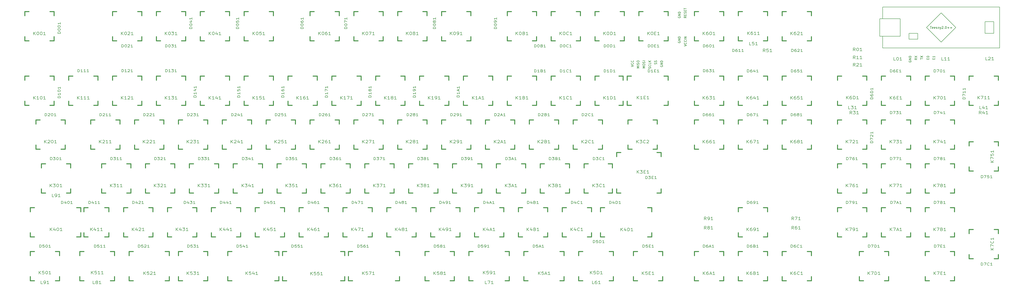
<source format=gbr>
G04 #@! TF.FileFunction,Legend,Top*
%FSLAX46Y46*%
G04 Gerber Fmt 4.6, Leading zero omitted, Abs format (unit mm)*
G04 Created by KiCad (PCBNEW 4.0.5+dfsg1-4) date Wed Feb  7 06:21:37 2018*
%MOMM*%
%LPD*%
G01*
G04 APERTURE LIST*
%ADD10C,0.100000*%
%ADD11C,0.381000*%
%ADD12C,0.150000*%
%ADD13C,0.203200*%
G04 APERTURE END LIST*
D10*
D11*
X328862000Y-46037500D02*
X330640000Y-46037500D01*
X339784000Y-46037500D02*
X341562000Y-46037500D01*
X341562000Y-46037500D02*
X341562000Y-47815500D01*
X341562000Y-56959500D02*
X341562000Y-58737500D01*
X341562000Y-58737500D02*
X339784000Y-58737500D01*
X330640000Y-58737500D02*
X328862000Y-58737500D01*
X328862000Y-58737500D02*
X328862000Y-56959500D01*
X328862000Y-47815500D02*
X328862000Y-46037500D01*
X157162000Y-103188000D02*
X158940000Y-103188000D01*
X168084000Y-103188000D02*
X169862000Y-103188000D01*
X169862000Y-103188000D02*
X169862000Y-104966000D01*
X169862000Y-114110000D02*
X169862000Y-115888000D01*
X169862000Y-115888000D02*
X168084000Y-115888000D01*
X158940000Y-115888000D02*
X157162000Y-115888000D01*
X157162000Y-115888000D02*
X157162000Y-114110000D01*
X157162000Y-104966000D02*
X157162000Y-103188000D01*
X347912000Y-122238000D02*
X349690000Y-122238000D01*
X358834000Y-122238000D02*
X360612000Y-122238000D01*
X360612000Y-122238000D02*
X360612000Y-124016000D01*
X360612000Y-133160000D02*
X360612000Y-134938000D01*
X360612000Y-134938000D02*
X358834000Y-134938000D01*
X349690000Y-134938000D02*
X347912000Y-134938000D01*
X347912000Y-134938000D02*
X347912000Y-133160000D01*
X347912000Y-124016000D02*
X347912000Y-122238000D01*
X347912000Y-65087500D02*
X349690000Y-65087500D01*
X358834000Y-65087500D02*
X360612000Y-65087500D01*
X360612000Y-65087500D02*
X360612000Y-66865500D01*
X360612000Y-76009500D02*
X360612000Y-77787500D01*
X360612000Y-77787500D02*
X358834000Y-77787500D01*
X349690000Y-77787500D02*
X347912000Y-77787500D01*
X347912000Y-77787500D02*
X347912000Y-76009500D01*
X347912000Y-66865500D02*
X347912000Y-65087500D01*
X21415400Y-103188000D02*
X23193400Y-103188000D01*
X23193400Y-115888000D02*
X21415400Y-115888000D01*
X21415400Y-115888000D02*
X21415400Y-114110000D01*
X21415400Y-104966000D02*
X21415400Y-103188000D01*
X209550000Y-46037500D02*
X211328000Y-46037500D01*
X220472000Y-46037500D02*
X222250000Y-46037500D01*
X222250000Y-46037500D02*
X222250000Y-47815500D01*
X222250000Y-56959500D02*
X222250000Y-58737500D01*
X222250000Y-58737500D02*
X220472000Y-58737500D01*
X211328000Y-58737500D02*
X209550000Y-58737500D01*
X209550000Y-58737500D02*
X209550000Y-56959500D01*
X209550000Y-47815500D02*
X209550000Y-46037500D01*
X95250000Y-18050000D02*
X97028000Y-18050000D01*
X106172000Y-18050000D02*
X107950000Y-18050000D01*
X107950000Y-18050000D02*
X107950000Y-19828000D01*
X107950000Y-28972000D02*
X107950000Y-30750000D01*
X107950000Y-30750000D02*
X106172000Y-30750000D01*
X97028000Y-30750000D02*
X95250000Y-30750000D01*
X95250000Y-30750000D02*
X95250000Y-28972000D01*
X95250000Y-19828000D02*
X95250000Y-18050000D01*
X204788000Y-84137500D02*
X206566000Y-84137500D01*
X215710000Y-84137500D02*
X217488000Y-84137500D01*
X217488000Y-84137500D02*
X217488000Y-85915500D01*
X217488000Y-95059500D02*
X217488000Y-96837500D01*
X217488000Y-96837500D02*
X215710000Y-96837500D01*
X206566000Y-96837500D02*
X204788000Y-96837500D01*
X204788000Y-96837500D02*
X204788000Y-95059500D01*
X204788000Y-85915500D02*
X204788000Y-84137500D01*
D12*
X391600000Y-33890000D02*
X391600000Y-28790000D01*
X391600000Y-16090000D02*
X391600000Y-21190000D01*
X399220000Y-28800000D02*
X399220000Y-21180000D01*
X390330000Y-21180000D02*
X390330000Y-28800000D01*
X399220000Y-21180000D02*
X390330000Y-21180000D01*
X399220000Y-28800000D02*
X390330000Y-28800000D01*
X403030000Y-30070000D02*
X406840000Y-30070000D01*
X406840000Y-30070000D02*
X406840000Y-28800000D01*
X406840000Y-28800000D02*
X406840000Y-27530000D01*
X406840000Y-27530000D02*
X403030000Y-27530000D01*
X403030000Y-27530000D02*
X403030000Y-30070000D01*
X439860000Y-27530000D02*
X436050000Y-27530000D01*
X436050000Y-27530000D02*
X436050000Y-22450000D01*
X436050000Y-22450000D02*
X439860000Y-22450000D01*
X439860000Y-22450000D02*
X439860000Y-27530000D01*
X417000000Y-31340000D02*
X410650000Y-24990000D01*
X410650000Y-24990000D02*
X417000000Y-18640000D01*
X417000000Y-18640000D02*
X423350000Y-24990000D01*
X423350000Y-24990000D02*
X417000000Y-31340000D01*
X391600000Y-16100000D02*
X442400000Y-16100000D01*
X442400000Y-16100000D02*
X442400000Y-33880000D01*
X442400000Y-33880000D02*
X391600000Y-33880000D01*
D11*
X228600000Y-46037500D02*
X230378000Y-46037500D01*
X239522000Y-46037500D02*
X241300000Y-46037500D01*
X241300000Y-46037500D02*
X241300000Y-47815500D01*
X241300000Y-56959500D02*
X241300000Y-58737500D01*
X241300000Y-58737500D02*
X239522000Y-58737500D01*
X230378000Y-58737500D02*
X228600000Y-58737500D01*
X228600000Y-58737500D02*
X228600000Y-56959500D01*
X228600000Y-47815500D02*
X228600000Y-46037500D01*
X347912000Y-18050000D02*
X349690000Y-18050000D01*
X358834000Y-18050000D02*
X360612000Y-18050000D01*
X360612000Y-18050000D02*
X360612000Y-19828000D01*
X360612000Y-28972000D02*
X360612000Y-30750000D01*
X360612000Y-30750000D02*
X358834000Y-30750000D01*
X349690000Y-30750000D02*
X347912000Y-30750000D01*
X347912000Y-30750000D02*
X347912000Y-28972000D01*
X347912000Y-19828000D02*
X347912000Y-18050000D01*
X371975000Y-46037500D02*
X373753000Y-46037500D01*
X382897000Y-46037500D02*
X384675000Y-46037500D01*
X384675000Y-46037500D02*
X384675000Y-47815500D01*
X384675000Y-56959500D02*
X384675000Y-58737500D01*
X384675000Y-58737500D02*
X382897000Y-58737500D01*
X373753000Y-58737500D02*
X371975000Y-58737500D01*
X371975000Y-58737500D02*
X371975000Y-56959500D01*
X371975000Y-47815500D02*
X371975000Y-46037500D01*
X347912000Y-46037500D02*
X349690000Y-46037500D01*
X358834000Y-46037500D02*
X360612000Y-46037500D01*
X360612000Y-46037500D02*
X360612000Y-47815500D01*
X360612000Y-56959500D02*
X360612000Y-58737500D01*
X360612000Y-58737500D02*
X358834000Y-58737500D01*
X349690000Y-58737500D02*
X347912000Y-58737500D01*
X347912000Y-58737500D02*
X347912000Y-56959500D01*
X347912000Y-47815500D02*
X347912000Y-46037500D01*
X328862000Y-18050000D02*
X330640000Y-18050000D01*
X339784000Y-18050000D02*
X341562000Y-18050000D01*
X341562000Y-18050000D02*
X341562000Y-19828000D01*
X341562000Y-28972000D02*
X341562000Y-30750000D01*
X341562000Y-30750000D02*
X339784000Y-30750000D01*
X330640000Y-30750000D02*
X328862000Y-30750000D01*
X328862000Y-30750000D02*
X328862000Y-28972000D01*
X328862000Y-19828000D02*
X328862000Y-18050000D01*
X107137000Y-122238000D02*
X108915000Y-122238000D01*
X108915000Y-134938000D02*
X107137000Y-134938000D01*
X107137000Y-134938000D02*
X107137000Y-133160000D01*
X107137000Y-124016000D02*
X107137000Y-122238000D01*
X200025000Y-18050000D02*
X201803000Y-18050000D01*
X210947000Y-18050000D02*
X212725000Y-18050000D01*
X212725000Y-18050000D02*
X212725000Y-19828000D01*
X212725000Y-28972000D02*
X212725000Y-30750000D01*
X212725000Y-30750000D02*
X210947000Y-30750000D01*
X201803000Y-30750000D02*
X200025000Y-30750000D01*
X200025000Y-30750000D02*
X200025000Y-28972000D01*
X200025000Y-19828000D02*
X200025000Y-18050000D01*
X309812000Y-46037500D02*
X311590000Y-46037500D01*
X320734000Y-46037500D02*
X322512000Y-46037500D01*
X322512000Y-46037500D02*
X322512000Y-47815500D01*
X322512000Y-56959500D02*
X322512000Y-58737500D01*
X322512000Y-58737500D02*
X320734000Y-58737500D01*
X311590000Y-58737500D02*
X309812000Y-58737500D01*
X309812000Y-58737500D02*
X309812000Y-56959500D01*
X309812000Y-47815500D02*
X309812000Y-46037500D01*
X296672000Y-46037500D02*
X298450000Y-46037500D01*
X298450000Y-46037500D02*
X298450000Y-47815500D01*
X298450000Y-56959500D02*
X298450000Y-58737500D01*
X298450000Y-58737500D02*
X296672000Y-58737500D01*
X391025000Y-46037500D02*
X392803000Y-46037500D01*
X401947000Y-46037500D02*
X403725000Y-46037500D01*
X403725000Y-46037500D02*
X403725000Y-47815500D01*
X403725000Y-56959500D02*
X403725000Y-58737500D01*
X403725000Y-58737500D02*
X401947000Y-58737500D01*
X392803000Y-58737500D02*
X391025000Y-58737500D01*
X391025000Y-58737500D02*
X391025000Y-56959500D01*
X391025000Y-47815500D02*
X391025000Y-46037500D01*
X328862000Y-103188000D02*
X330640000Y-103188000D01*
X339784000Y-103188000D02*
X341562000Y-103188000D01*
X341562000Y-103188000D02*
X341562000Y-104966000D01*
X341562000Y-114110000D02*
X341562000Y-115888000D01*
X341562000Y-115888000D02*
X339784000Y-115888000D01*
X330640000Y-115888000D02*
X328862000Y-115888000D01*
X328862000Y-115888000D02*
X328862000Y-114110000D01*
X328862000Y-104966000D02*
X328862000Y-103188000D01*
X142875000Y-65087500D02*
X144653000Y-65087500D01*
X153797000Y-65087500D02*
X155575000Y-65087500D01*
X155575000Y-65087500D02*
X155575000Y-66865500D01*
X155575000Y-76009500D02*
X155575000Y-77787500D01*
X155575000Y-77787500D02*
X153797000Y-77787500D01*
X144653000Y-77787500D02*
X142875000Y-77787500D01*
X142875000Y-77787500D02*
X142875000Y-76009500D01*
X142875000Y-66865500D02*
X142875000Y-65087500D01*
X180975000Y-65087500D02*
X182753000Y-65087500D01*
X191897000Y-65087500D02*
X193675000Y-65087500D01*
X193675000Y-65087500D02*
X193675000Y-66865500D01*
X193675000Y-76009500D02*
X193675000Y-77787500D01*
X193675000Y-77787500D02*
X191897000Y-77787500D01*
X182753000Y-77787500D02*
X180975000Y-77787500D01*
X180975000Y-77787500D02*
X180975000Y-76009500D01*
X180975000Y-66865500D02*
X180975000Y-65087500D01*
X280625000Y-46037500D02*
X282403000Y-46037500D01*
X282403000Y-58737500D02*
X280625000Y-58737500D01*
X280625000Y-58737500D02*
X280625000Y-56959500D01*
X280625000Y-47815500D02*
X280625000Y-46037500D01*
X266700000Y-46037500D02*
X268478000Y-46037500D01*
X277122000Y-46037500D02*
X278900000Y-46037500D01*
X278900000Y-46037500D02*
X278900000Y-47815500D01*
X278900000Y-56959500D02*
X278900000Y-58737500D01*
X278900000Y-58737500D02*
X277122000Y-58737500D01*
X268478000Y-58737500D02*
X266700000Y-58737500D01*
X266700000Y-58737500D02*
X266700000Y-56959500D01*
X266700000Y-47815500D02*
X266700000Y-46037500D01*
X289528000Y-103188000D02*
X291306000Y-103188000D01*
X291306000Y-103188000D02*
X291306000Y-104966000D01*
X291306000Y-114110000D02*
X291306000Y-115888000D01*
X291306000Y-115888000D02*
X289528000Y-115888000D01*
X269065000Y-103188000D02*
X270843000Y-103188000D01*
X270843000Y-115888000D02*
X269065000Y-115888000D01*
X269065000Y-115888000D02*
X269065000Y-114110000D01*
X269065000Y-104966000D02*
X269065000Y-103188000D01*
X276045000Y-79237500D02*
X277823000Y-79237500D01*
X293567000Y-79237500D02*
X295345000Y-79237500D01*
X295345000Y-79237500D02*
X295345000Y-81015500D01*
X295345000Y-95059500D02*
X295345000Y-96837500D01*
X295345000Y-96837500D02*
X293567000Y-96837500D01*
X277823000Y-96837500D02*
X276045000Y-96837500D01*
X276045000Y-96837500D02*
X276045000Y-95059500D01*
X276045000Y-81015500D02*
X276045000Y-79237500D01*
X261938000Y-84137500D02*
X263716000Y-84137500D01*
X272460000Y-84137500D02*
X274238000Y-84137500D01*
X274238000Y-84137500D02*
X274238000Y-85915500D01*
X274238000Y-95059500D02*
X274238000Y-96837500D01*
X274238000Y-96837500D02*
X272460000Y-96837500D01*
X263716000Y-96837500D02*
X261938000Y-96837500D01*
X261938000Y-96837500D02*
X261938000Y-95059500D01*
X261938000Y-85915500D02*
X261938000Y-84137500D01*
X227628000Y-122238000D02*
X229406000Y-122238000D01*
X229406000Y-122238000D02*
X229406000Y-124016000D01*
X229406000Y-133160000D02*
X229406000Y-134938000D01*
X229406000Y-134938000D02*
X227628000Y-134938000D01*
X211931000Y-122238000D02*
X213709000Y-122238000D01*
X213709000Y-134938000D02*
X211931000Y-134938000D01*
X211931000Y-134938000D02*
X211931000Y-133160000D01*
X211931000Y-124016000D02*
X211931000Y-122238000D01*
X272860000Y-122238000D02*
X274638000Y-122238000D01*
X274638000Y-122238000D02*
X274638000Y-124016000D01*
X274638000Y-133160000D02*
X274638000Y-134938000D01*
X274638000Y-134938000D02*
X272860000Y-134938000D01*
X259556000Y-122238000D02*
X261334000Y-122238000D01*
X261334000Y-134938000D02*
X259556000Y-134938000D01*
X259556000Y-134938000D02*
X259556000Y-133160000D01*
X259556000Y-124016000D02*
X259556000Y-122238000D01*
X251428000Y-122238000D02*
X253206000Y-122238000D01*
X253206000Y-122238000D02*
X253206000Y-124016000D01*
X253206000Y-133160000D02*
X253206000Y-134938000D01*
X253206000Y-134938000D02*
X251428000Y-134938000D01*
X235744000Y-122238000D02*
X237522000Y-122238000D01*
X237522000Y-134938000D02*
X235744000Y-134938000D01*
X235744000Y-134938000D02*
X235744000Y-133160000D01*
X235744000Y-124016000D02*
X235744000Y-122238000D01*
X159544000Y-122238000D02*
X161322000Y-122238000D01*
X161322000Y-134938000D02*
X159544000Y-134938000D01*
X159544000Y-134938000D02*
X159544000Y-133160000D01*
X159544000Y-124016000D02*
X159544000Y-122238000D01*
X179997000Y-122238000D02*
X181775000Y-122238000D01*
X181775000Y-122238000D02*
X181775000Y-124016000D01*
X181775000Y-133160000D02*
X181775000Y-134938000D01*
X181775000Y-134938000D02*
X179997000Y-134938000D01*
X156178000Y-122238000D02*
X157956000Y-122238000D01*
X157956000Y-122238000D02*
X157956000Y-124016000D01*
X157956000Y-133160000D02*
X157956000Y-134938000D01*
X157956000Y-134938000D02*
X156178000Y-134938000D01*
X130937000Y-122238000D02*
X132715000Y-122238000D01*
X132715000Y-134938000D02*
X130937000Y-134938000D01*
X130937000Y-134938000D02*
X130937000Y-133160000D01*
X130937000Y-124016000D02*
X130937000Y-122238000D01*
X127587000Y-122238000D02*
X129365000Y-122238000D01*
X129365000Y-122238000D02*
X129365000Y-124016000D01*
X129365000Y-133160000D02*
X129365000Y-134938000D01*
X129365000Y-134938000D02*
X127587000Y-134938000D01*
X44646600Y-103188000D02*
X46424600Y-103188000D01*
X53768600Y-103188000D02*
X55546600Y-103188000D01*
X55546600Y-103188000D02*
X55546600Y-104966000D01*
X55546600Y-114110000D02*
X55546600Y-115888000D01*
X55546600Y-115888000D02*
X53768600Y-115888000D01*
X46424600Y-115888000D02*
X44646600Y-115888000D01*
X44646600Y-115888000D02*
X44646600Y-114110000D01*
X44646600Y-104966000D02*
X44646600Y-103188000D01*
X41579800Y-103188000D02*
X43357800Y-103188000D01*
X43357800Y-103188000D02*
X43357800Y-104966000D01*
X43357800Y-114110000D02*
X43357800Y-115888000D01*
X43357800Y-115888000D02*
X41579800Y-115888000D01*
X79978200Y-122238000D02*
X81756200Y-122238000D01*
X81756200Y-122238000D02*
X81756200Y-124016000D01*
X81756200Y-133160000D02*
X81756200Y-134938000D01*
X81756200Y-134938000D02*
X79978200Y-134938000D01*
X64293800Y-122238000D02*
X66071800Y-122238000D01*
X66071800Y-134938000D02*
X64293800Y-134938000D01*
X64293800Y-134938000D02*
X64293800Y-133160000D01*
X64293800Y-124016000D02*
X64293800Y-122238000D01*
X56165800Y-122238000D02*
X57943800Y-122238000D01*
X57943800Y-122238000D02*
X57943800Y-124016000D01*
X57943800Y-133160000D02*
X57943800Y-134938000D01*
X57943800Y-134938000D02*
X56165800Y-134938000D01*
X42862500Y-122238000D02*
X44640500Y-122238000D01*
X44640500Y-134938000D02*
X42862500Y-134938000D01*
X42862500Y-134938000D02*
X42862500Y-133160000D01*
X42862500Y-124016000D02*
X42862500Y-122238000D01*
X228600000Y-18050000D02*
X230378000Y-18050000D01*
X239522000Y-18050000D02*
X241300000Y-18050000D01*
X241300000Y-18050000D02*
X241300000Y-19828000D01*
X241300000Y-28972000D02*
X241300000Y-30750000D01*
X241300000Y-30750000D02*
X239522000Y-30750000D01*
X230378000Y-30750000D02*
X228600000Y-30750000D01*
X228600000Y-30750000D02*
X228600000Y-28972000D01*
X228600000Y-19828000D02*
X228600000Y-18050000D01*
X247650000Y-18050000D02*
X249428000Y-18050000D01*
X258572000Y-18050000D02*
X260350000Y-18050000D01*
X260350000Y-18050000D02*
X260350000Y-19828000D01*
X260350000Y-28972000D02*
X260350000Y-30750000D01*
X260350000Y-30750000D02*
X258572000Y-30750000D01*
X249428000Y-30750000D02*
X247650000Y-30750000D01*
X247650000Y-30750000D02*
X247650000Y-28972000D01*
X247650000Y-19828000D02*
X247650000Y-18050000D01*
X266700000Y-18050000D02*
X268478000Y-18050000D01*
X277622000Y-18050000D02*
X279400000Y-18050000D01*
X279400000Y-18050000D02*
X279400000Y-19828000D01*
X279400000Y-28972000D02*
X279400000Y-30750000D01*
X279400000Y-30750000D02*
X277622000Y-30750000D01*
X268478000Y-30750000D02*
X266700000Y-30750000D01*
X266700000Y-30750000D02*
X266700000Y-28972000D01*
X266700000Y-19828000D02*
X266700000Y-18050000D01*
X285750000Y-18050000D02*
X287528000Y-18050000D01*
X296672000Y-18050000D02*
X298450000Y-18050000D01*
X298450000Y-18050000D02*
X298450000Y-19828000D01*
X298450000Y-28972000D02*
X298450000Y-30750000D01*
X298450000Y-30750000D02*
X296672000Y-30750000D01*
X287528000Y-30750000D02*
X285750000Y-30750000D01*
X285750000Y-30750000D02*
X285750000Y-28972000D01*
X285750000Y-19828000D02*
X285750000Y-18050000D01*
X309812000Y-18050000D02*
X311590000Y-18050000D01*
X320734000Y-18050000D02*
X322512000Y-18050000D01*
X322512000Y-18050000D02*
X322512000Y-19828000D01*
X322512000Y-28972000D02*
X322512000Y-30750000D01*
X322512000Y-30750000D02*
X320734000Y-30750000D01*
X311590000Y-30750000D02*
X309812000Y-30750000D01*
X309812000Y-30750000D02*
X309812000Y-28972000D01*
X309812000Y-19828000D02*
X309812000Y-18050000D01*
X19050000Y-18050000D02*
X20828000Y-18050000D01*
X29972000Y-18050000D02*
X31750000Y-18050000D01*
X31750000Y-18050000D02*
X31750000Y-19828000D01*
X31750000Y-28972000D02*
X31750000Y-30750000D01*
X31750000Y-30750000D02*
X29972000Y-30750000D01*
X20828000Y-30750000D02*
X19050000Y-30750000D01*
X19050000Y-30750000D02*
X19050000Y-28972000D01*
X19050000Y-19828000D02*
X19050000Y-18050000D01*
X247650000Y-46037500D02*
X249428000Y-46037500D01*
X258572000Y-46037500D02*
X260350000Y-46037500D01*
X260350000Y-46037500D02*
X260350000Y-47815500D01*
X260350000Y-56959500D02*
X260350000Y-58737500D01*
X260350000Y-58737500D02*
X258572000Y-58737500D01*
X249428000Y-58737500D02*
X247650000Y-58737500D01*
X247650000Y-58737500D02*
X247650000Y-56959500D01*
X247650000Y-47815500D02*
X247650000Y-46037500D01*
X410075000Y-46037500D02*
X411853000Y-46037500D01*
X420997000Y-46037500D02*
X422775000Y-46037500D01*
X422775000Y-46037500D02*
X422775000Y-47815500D01*
X422775000Y-56959500D02*
X422775000Y-58737500D01*
X422775000Y-58737500D02*
X420997000Y-58737500D01*
X411853000Y-58737500D02*
X410075000Y-58737500D01*
X410075000Y-58737500D02*
X410075000Y-56959500D01*
X410075000Y-47815500D02*
X410075000Y-46037500D01*
X429125000Y-46037500D02*
X430903000Y-46037500D01*
X440047000Y-46037500D02*
X441825000Y-46037500D01*
X441825000Y-46037500D02*
X441825000Y-47815500D01*
X441825000Y-56959500D02*
X441825000Y-58737500D01*
X441825000Y-58737500D02*
X440047000Y-58737500D01*
X430903000Y-58737500D02*
X429125000Y-58737500D01*
X429125000Y-58737500D02*
X429125000Y-56959500D01*
X429125000Y-47815500D02*
X429125000Y-46037500D01*
X219075000Y-65087500D02*
X220853000Y-65087500D01*
X229997000Y-65087500D02*
X231775000Y-65087500D01*
X231775000Y-65087500D02*
X231775000Y-66865500D01*
X231775000Y-76009500D02*
X231775000Y-77787500D01*
X231775000Y-77787500D02*
X229997000Y-77787500D01*
X220853000Y-77787500D02*
X219075000Y-77787500D01*
X219075000Y-77787500D02*
X219075000Y-76009500D01*
X219075000Y-66865500D02*
X219075000Y-65087500D01*
X238125000Y-65087500D02*
X239903000Y-65087500D01*
X249047000Y-65087500D02*
X250825000Y-65087500D01*
X250825000Y-65087500D02*
X250825000Y-66865500D01*
X250825000Y-76009500D02*
X250825000Y-77787500D01*
X250825000Y-77787500D02*
X249047000Y-77787500D01*
X239903000Y-77787500D02*
X238125000Y-77787500D01*
X238125000Y-77787500D02*
X238125000Y-76009500D01*
X238125000Y-66865500D02*
X238125000Y-65087500D01*
X257175000Y-65087500D02*
X258953000Y-65087500D01*
X268097000Y-65087500D02*
X269875000Y-65087500D01*
X269875000Y-65087500D02*
X269875000Y-66865500D01*
X269875000Y-76009500D02*
X269875000Y-77787500D01*
X269875000Y-77787500D02*
X268097000Y-77787500D01*
X258953000Y-77787500D02*
X257175000Y-77787500D01*
X257175000Y-77787500D02*
X257175000Y-76009500D01*
X257175000Y-66865500D02*
X257175000Y-65087500D01*
X309812000Y-65087500D02*
X311590000Y-65087500D01*
X320734000Y-65087500D02*
X322512000Y-65087500D01*
X322512000Y-65087500D02*
X322512000Y-66865500D01*
X322512000Y-76009500D02*
X322512000Y-77787500D01*
X322512000Y-77787500D02*
X320734000Y-77787500D01*
X311590000Y-77787500D02*
X309812000Y-77787500D01*
X309812000Y-77787500D02*
X309812000Y-76009500D01*
X309812000Y-66865500D02*
X309812000Y-65087500D01*
X328862000Y-65087500D02*
X330640000Y-65087500D01*
X339784000Y-65087500D02*
X341562000Y-65087500D01*
X341562000Y-65087500D02*
X341562000Y-66865500D01*
X341562000Y-76009500D02*
X341562000Y-77787500D01*
X341562000Y-77787500D02*
X339784000Y-77787500D01*
X330640000Y-77787500D02*
X328862000Y-77787500D01*
X328862000Y-77787500D02*
X328862000Y-76009500D01*
X328862000Y-66865500D02*
X328862000Y-65087500D01*
X371975000Y-65087500D02*
X373753000Y-65087500D01*
X382897000Y-65087500D02*
X384675000Y-65087500D01*
X384675000Y-65087500D02*
X384675000Y-66865500D01*
X384675000Y-76009500D02*
X384675000Y-77787500D01*
X384675000Y-77787500D02*
X382897000Y-77787500D01*
X373753000Y-77787500D02*
X371975000Y-77787500D01*
X371975000Y-77787500D02*
X371975000Y-76009500D01*
X371975000Y-66865500D02*
X371975000Y-65087500D01*
X391025000Y-65087500D02*
X392803000Y-65087500D01*
X401947000Y-65087500D02*
X403725000Y-65087500D01*
X403725000Y-65087500D02*
X403725000Y-66865500D01*
X403725000Y-76009500D02*
X403725000Y-77787500D01*
X403725000Y-77787500D02*
X401947000Y-77787500D01*
X392803000Y-77787500D02*
X391025000Y-77787500D01*
X391025000Y-77787500D02*
X391025000Y-76009500D01*
X391025000Y-66865500D02*
X391025000Y-65087500D01*
X410075000Y-65087500D02*
X411853000Y-65087500D01*
X420997000Y-65087500D02*
X422775000Y-65087500D01*
X422775000Y-65087500D02*
X422775000Y-66865500D01*
X422775000Y-76009500D02*
X422775000Y-77787500D01*
X422775000Y-77787500D02*
X420997000Y-77787500D01*
X411853000Y-77787500D02*
X410075000Y-77787500D01*
X410075000Y-77787500D02*
X410075000Y-76009500D01*
X410075000Y-66865500D02*
X410075000Y-65087500D01*
X223838000Y-84137500D02*
X225616000Y-84137500D01*
X234760000Y-84137500D02*
X236538000Y-84137500D01*
X236538000Y-84137500D02*
X236538000Y-85915500D01*
X236538000Y-95059500D02*
X236538000Y-96837500D01*
X236538000Y-96837500D02*
X234760000Y-96837500D01*
X225616000Y-96837500D02*
X223838000Y-96837500D01*
X223838000Y-96837500D02*
X223838000Y-95059500D01*
X223838000Y-85915500D02*
X223838000Y-84137500D01*
X242888000Y-84137500D02*
X244666000Y-84137500D01*
X253810000Y-84137500D02*
X255588000Y-84137500D01*
X255588000Y-84137500D02*
X255588000Y-85915500D01*
X255588000Y-95059500D02*
X255588000Y-96837500D01*
X255588000Y-96837500D02*
X253810000Y-96837500D01*
X244666000Y-96837500D02*
X242888000Y-96837500D01*
X242888000Y-96837500D02*
X242888000Y-95059500D01*
X242888000Y-85915500D02*
X242888000Y-84137500D01*
X280988000Y-65087500D02*
X282766000Y-65087500D01*
X291910000Y-65087500D02*
X293688000Y-65087500D01*
X293688000Y-65087500D02*
X293688000Y-66865500D01*
X293688000Y-76009500D02*
X293688000Y-77787500D01*
X293688000Y-77787500D02*
X291910000Y-77787500D01*
X282766000Y-77787500D02*
X280988000Y-77787500D01*
X280988000Y-77787500D02*
X280988000Y-76009500D01*
X280988000Y-66865500D02*
X280988000Y-65087500D01*
X371975000Y-84137500D02*
X373753000Y-84137500D01*
X382897000Y-84137500D02*
X384675000Y-84137500D01*
X384675000Y-84137500D02*
X384675000Y-85915500D01*
X384675000Y-95059500D02*
X384675000Y-96837500D01*
X384675000Y-96837500D02*
X382897000Y-96837500D01*
X373753000Y-96837500D02*
X371975000Y-96837500D01*
X371975000Y-96837500D02*
X371975000Y-95059500D01*
X371975000Y-85915500D02*
X371975000Y-84137500D01*
X391025000Y-84137500D02*
X392803000Y-84137500D01*
X401947000Y-84137500D02*
X403725000Y-84137500D01*
X403725000Y-84137500D02*
X403725000Y-85915500D01*
X403725000Y-95059500D02*
X403725000Y-96837500D01*
X403725000Y-96837500D02*
X401947000Y-96837500D01*
X392803000Y-96837500D02*
X391025000Y-96837500D01*
X391025000Y-96837500D02*
X391025000Y-95059500D01*
X391025000Y-85915500D02*
X391025000Y-84137500D01*
X410075000Y-84137500D02*
X411853000Y-84137500D01*
X420997000Y-84137500D02*
X422775000Y-84137500D01*
X422775000Y-84137500D02*
X422775000Y-85915500D01*
X422775000Y-95059500D02*
X422775000Y-96837500D01*
X422775000Y-96837500D02*
X420997000Y-96837500D01*
X411853000Y-96837500D02*
X410075000Y-96837500D01*
X410075000Y-96837500D02*
X410075000Y-95059500D01*
X410075000Y-85915500D02*
X410075000Y-84137500D01*
X429125000Y-74612500D02*
X430903000Y-74612500D01*
X440047000Y-74612500D02*
X441825000Y-74612500D01*
X441825000Y-74612500D02*
X441825000Y-76390500D01*
X441825000Y-85534500D02*
X441825000Y-87312500D01*
X441825000Y-87312500D02*
X440047000Y-87312500D01*
X430903000Y-87312500D02*
X429125000Y-87312500D01*
X429125000Y-87312500D02*
X429125000Y-85534500D01*
X429125000Y-76390500D02*
X429125000Y-74612500D01*
X214312000Y-103188000D02*
X216090000Y-103188000D01*
X225234000Y-103188000D02*
X227012000Y-103188000D01*
X227012000Y-103188000D02*
X227012000Y-104966000D01*
X227012000Y-114110000D02*
X227012000Y-115888000D01*
X227012000Y-115888000D02*
X225234000Y-115888000D01*
X216090000Y-115888000D02*
X214312000Y-115888000D01*
X214312000Y-115888000D02*
X214312000Y-114110000D01*
X214312000Y-104966000D02*
X214312000Y-103188000D01*
X233362000Y-103188000D02*
X235140000Y-103188000D01*
X244284000Y-103188000D02*
X246062000Y-103188000D01*
X246062000Y-103188000D02*
X246062000Y-104966000D01*
X246062000Y-114110000D02*
X246062000Y-115888000D01*
X246062000Y-115888000D02*
X244284000Y-115888000D01*
X235140000Y-115888000D02*
X233362000Y-115888000D01*
X233362000Y-115888000D02*
X233362000Y-114110000D01*
X233362000Y-104966000D02*
X233362000Y-103188000D01*
X252412000Y-103188000D02*
X254190000Y-103188000D01*
X263334000Y-103188000D02*
X265112000Y-103188000D01*
X265112000Y-103188000D02*
X265112000Y-104966000D01*
X265112000Y-114110000D02*
X265112000Y-115888000D01*
X265112000Y-115888000D02*
X263334000Y-115888000D01*
X254190000Y-115888000D02*
X252412000Y-115888000D01*
X252412000Y-115888000D02*
X252412000Y-114110000D01*
X252412000Y-104966000D02*
X252412000Y-103188000D01*
X371975000Y-103188000D02*
X373753000Y-103188000D01*
X382897000Y-103188000D02*
X384675000Y-103188000D01*
X384675000Y-103188000D02*
X384675000Y-104966000D01*
X384675000Y-114110000D02*
X384675000Y-115888000D01*
X384675000Y-115888000D02*
X382897000Y-115888000D01*
X373753000Y-115888000D02*
X371975000Y-115888000D01*
X371975000Y-115888000D02*
X371975000Y-114110000D01*
X371975000Y-104966000D02*
X371975000Y-103188000D01*
X391025000Y-103188000D02*
X392803000Y-103188000D01*
X401947000Y-103188000D02*
X403725000Y-103188000D01*
X403725000Y-103188000D02*
X403725000Y-104966000D01*
X403725000Y-114110000D02*
X403725000Y-115888000D01*
X403725000Y-115888000D02*
X401947000Y-115888000D01*
X392803000Y-115888000D02*
X391025000Y-115888000D01*
X391025000Y-115888000D02*
X391025000Y-114110000D01*
X391025000Y-104966000D02*
X391025000Y-103188000D01*
X410075000Y-103188000D02*
X411853000Y-103188000D01*
X420997000Y-103188000D02*
X422775000Y-103188000D01*
X422775000Y-103188000D02*
X422775000Y-104966000D01*
X422775000Y-114110000D02*
X422775000Y-115888000D01*
X422775000Y-115888000D02*
X420997000Y-115888000D01*
X411853000Y-115888000D02*
X410075000Y-115888000D01*
X410075000Y-115888000D02*
X410075000Y-114110000D01*
X410075000Y-104966000D02*
X410075000Y-103188000D01*
X283359000Y-122238000D02*
X285137000Y-122238000D01*
X294281000Y-122238000D02*
X296059000Y-122238000D01*
X296059000Y-122238000D02*
X296059000Y-124016000D01*
X296059000Y-133160000D02*
X296059000Y-134938000D01*
X296059000Y-134938000D02*
X294281000Y-134938000D01*
X285137000Y-134938000D02*
X283359000Y-134938000D01*
X283359000Y-134938000D02*
X283359000Y-133160000D01*
X283359000Y-124016000D02*
X283359000Y-122238000D01*
X309812000Y-122238000D02*
X311590000Y-122238000D01*
X320734000Y-122238000D02*
X322512000Y-122238000D01*
X322512000Y-122238000D02*
X322512000Y-124016000D01*
X322512000Y-133160000D02*
X322512000Y-134938000D01*
X322512000Y-134938000D02*
X320734000Y-134938000D01*
X311590000Y-134938000D02*
X309812000Y-134938000D01*
X309812000Y-134938000D02*
X309812000Y-133160000D01*
X309812000Y-124016000D02*
X309812000Y-122238000D01*
X328862000Y-122238000D02*
X330640000Y-122238000D01*
X339784000Y-122238000D02*
X341562000Y-122238000D01*
X341562000Y-122238000D02*
X341562000Y-124016000D01*
X341562000Y-133160000D02*
X341562000Y-134938000D01*
X341562000Y-134938000D02*
X339784000Y-134938000D01*
X330640000Y-134938000D02*
X328862000Y-134938000D01*
X328862000Y-134938000D02*
X328862000Y-133160000D01*
X328862000Y-124016000D02*
X328862000Y-122238000D01*
X381500000Y-122238000D02*
X383278000Y-122238000D01*
X392422000Y-122238000D02*
X394200000Y-122238000D01*
X394200000Y-122238000D02*
X394200000Y-124016000D01*
X394200000Y-133160000D02*
X394200000Y-134938000D01*
X394200000Y-134938000D02*
X392422000Y-134938000D01*
X383278000Y-134938000D02*
X381500000Y-134938000D01*
X381500000Y-134938000D02*
X381500000Y-133160000D01*
X381500000Y-124016000D02*
X381500000Y-122238000D01*
X410075000Y-122238000D02*
X411853000Y-122238000D01*
X420997000Y-122238000D02*
X422775000Y-122238000D01*
X422775000Y-122238000D02*
X422775000Y-124016000D01*
X422775000Y-133160000D02*
X422775000Y-134938000D01*
X422775000Y-134938000D02*
X420997000Y-134938000D01*
X411853000Y-134938000D02*
X410075000Y-134938000D01*
X410075000Y-134938000D02*
X410075000Y-133160000D01*
X410075000Y-124016000D02*
X410075000Y-122238000D01*
X429125000Y-112712000D02*
X430903000Y-112712000D01*
X440047000Y-112712000D02*
X441825000Y-112712000D01*
X441825000Y-112712000D02*
X441825000Y-114490000D01*
X441825000Y-123634000D02*
X441825000Y-125412000D01*
X441825000Y-125412000D02*
X440047000Y-125412000D01*
X430903000Y-125412000D02*
X429125000Y-125412000D01*
X429125000Y-125412000D02*
X429125000Y-123634000D01*
X429125000Y-114490000D02*
X429125000Y-112712000D01*
X57150000Y-18050000D02*
X58928000Y-18050000D01*
X68072000Y-18050000D02*
X69850000Y-18050000D01*
X69850000Y-18050000D02*
X69850000Y-19828000D01*
X69850000Y-28972000D02*
X69850000Y-30750000D01*
X69850000Y-30750000D02*
X68072000Y-30750000D01*
X58928000Y-30750000D02*
X57150000Y-30750000D01*
X57150000Y-30750000D02*
X57150000Y-28972000D01*
X57150000Y-19828000D02*
X57150000Y-18050000D01*
X76200000Y-18050000D02*
X77978000Y-18050000D01*
X87122000Y-18050000D02*
X88900000Y-18050000D01*
X88900000Y-18050000D02*
X88900000Y-19828000D01*
X88900000Y-28972000D02*
X88900000Y-30750000D01*
X88900000Y-30750000D02*
X87122000Y-30750000D01*
X77978000Y-30750000D02*
X76200000Y-30750000D01*
X76200000Y-30750000D02*
X76200000Y-28972000D01*
X76200000Y-19828000D02*
X76200000Y-18050000D01*
X114300000Y-18050000D02*
X116078000Y-18050000D01*
X125222000Y-18050000D02*
X127000000Y-18050000D01*
X127000000Y-18050000D02*
X127000000Y-19828000D01*
X127000000Y-28972000D02*
X127000000Y-30750000D01*
X127000000Y-30750000D02*
X125222000Y-30750000D01*
X116078000Y-30750000D02*
X114300000Y-30750000D01*
X114300000Y-30750000D02*
X114300000Y-28972000D01*
X114300000Y-19828000D02*
X114300000Y-18050000D01*
X142875000Y-18050000D02*
X144653000Y-18050000D01*
X153797000Y-18050000D02*
X155575000Y-18050000D01*
X155575000Y-18050000D02*
X155575000Y-19828000D01*
X155575000Y-28972000D02*
X155575000Y-30750000D01*
X155575000Y-30750000D02*
X153797000Y-30750000D01*
X144653000Y-30750000D02*
X142875000Y-30750000D01*
X142875000Y-30750000D02*
X142875000Y-28972000D01*
X142875000Y-19828000D02*
X142875000Y-18050000D01*
X161925000Y-18050000D02*
X163703000Y-18050000D01*
X172847000Y-18050000D02*
X174625000Y-18050000D01*
X174625000Y-18050000D02*
X174625000Y-19828000D01*
X174625000Y-28972000D02*
X174625000Y-30750000D01*
X174625000Y-30750000D02*
X172847000Y-30750000D01*
X163703000Y-30750000D02*
X161925000Y-30750000D01*
X161925000Y-30750000D02*
X161925000Y-28972000D01*
X161925000Y-19828000D02*
X161925000Y-18050000D01*
X180975000Y-18050000D02*
X182753000Y-18050000D01*
X191897000Y-18050000D02*
X193675000Y-18050000D01*
X193675000Y-18050000D02*
X193675000Y-19828000D01*
X193675000Y-28972000D02*
X193675000Y-30750000D01*
X193675000Y-30750000D02*
X191897000Y-30750000D01*
X182753000Y-30750000D02*
X180975000Y-30750000D01*
X180975000Y-30750000D02*
X180975000Y-28972000D01*
X180975000Y-19828000D02*
X180975000Y-18050000D01*
X19050000Y-46037500D02*
X20828000Y-46037500D01*
X29972000Y-46037500D02*
X31750000Y-46037500D01*
X31750000Y-46037500D02*
X31750000Y-47815500D01*
X31750000Y-56959500D02*
X31750000Y-58737500D01*
X31750000Y-58737500D02*
X29972000Y-58737500D01*
X20828000Y-58737500D02*
X19050000Y-58737500D01*
X19050000Y-58737500D02*
X19050000Y-56959500D01*
X19050000Y-47815500D02*
X19050000Y-46037500D01*
X38100000Y-46037500D02*
X39878000Y-46037500D01*
X49022000Y-46037500D02*
X50800000Y-46037500D01*
X50800000Y-46037500D02*
X50800000Y-47815500D01*
X50800000Y-56959500D02*
X50800000Y-58737500D01*
X50800000Y-58737500D02*
X49022000Y-58737500D01*
X39878000Y-58737500D02*
X38100000Y-58737500D01*
X38100000Y-58737500D02*
X38100000Y-56959500D01*
X38100000Y-47815500D02*
X38100000Y-46037500D01*
X57150000Y-46037500D02*
X58928000Y-46037500D01*
X68072000Y-46037500D02*
X69850000Y-46037500D01*
X69850000Y-46037500D02*
X69850000Y-47815500D01*
X69850000Y-56959500D02*
X69850000Y-58737500D01*
X69850000Y-58737500D02*
X68072000Y-58737500D01*
X58928000Y-58737500D02*
X57150000Y-58737500D01*
X57150000Y-58737500D02*
X57150000Y-56959500D01*
X57150000Y-47815500D02*
X57150000Y-46037500D01*
X76200000Y-46037500D02*
X77978000Y-46037500D01*
X87122000Y-46037500D02*
X88900000Y-46037500D01*
X88900000Y-46037500D02*
X88900000Y-47815500D01*
X88900000Y-56959500D02*
X88900000Y-58737500D01*
X88900000Y-58737500D02*
X87122000Y-58737500D01*
X77978000Y-58737500D02*
X76200000Y-58737500D01*
X76200000Y-58737500D02*
X76200000Y-56959500D01*
X76200000Y-47815500D02*
X76200000Y-46037500D01*
X95250000Y-46037500D02*
X97028000Y-46037500D01*
X106172000Y-46037500D02*
X107950000Y-46037500D01*
X107950000Y-46037500D02*
X107950000Y-47815500D01*
X107950000Y-56959500D02*
X107950000Y-58737500D01*
X107950000Y-58737500D02*
X106172000Y-58737500D01*
X97028000Y-58737500D02*
X95250000Y-58737500D01*
X95250000Y-58737500D02*
X95250000Y-56959500D01*
X95250000Y-47815500D02*
X95250000Y-46037500D01*
X114300000Y-46037500D02*
X116078000Y-46037500D01*
X125222000Y-46037500D02*
X127000000Y-46037500D01*
X127000000Y-46037500D02*
X127000000Y-47815500D01*
X127000000Y-56959500D02*
X127000000Y-58737500D01*
X127000000Y-58737500D02*
X125222000Y-58737500D01*
X116078000Y-58737500D02*
X114300000Y-58737500D01*
X114300000Y-58737500D02*
X114300000Y-56959500D01*
X114300000Y-47815500D02*
X114300000Y-46037500D01*
X133350000Y-46037500D02*
X135128000Y-46037500D01*
X144272000Y-46037500D02*
X146050000Y-46037500D01*
X146050000Y-46037500D02*
X146050000Y-47815500D01*
X146050000Y-56959500D02*
X146050000Y-58737500D01*
X146050000Y-58737500D02*
X144272000Y-58737500D01*
X135128000Y-58737500D02*
X133350000Y-58737500D01*
X133350000Y-58737500D02*
X133350000Y-56959500D01*
X133350000Y-47815500D02*
X133350000Y-46037500D01*
X152400000Y-46037500D02*
X154178000Y-46037500D01*
X163322000Y-46037500D02*
X165100000Y-46037500D01*
X165100000Y-46037500D02*
X165100000Y-47815500D01*
X165100000Y-56959500D02*
X165100000Y-58737500D01*
X165100000Y-58737500D02*
X163322000Y-58737500D01*
X154178000Y-58737500D02*
X152400000Y-58737500D01*
X152400000Y-58737500D02*
X152400000Y-56959500D01*
X152400000Y-47815500D02*
X152400000Y-46037500D01*
X171450000Y-46037500D02*
X173228000Y-46037500D01*
X182372000Y-46037500D02*
X184150000Y-46037500D01*
X184150000Y-46037500D02*
X184150000Y-47815500D01*
X184150000Y-56959500D02*
X184150000Y-58737500D01*
X184150000Y-58737500D02*
X182372000Y-58737500D01*
X173228000Y-58737500D02*
X171450000Y-58737500D01*
X171450000Y-58737500D02*
X171450000Y-56959500D01*
X171450000Y-47815500D02*
X171450000Y-46037500D01*
X190500000Y-46037500D02*
X192278000Y-46037500D01*
X201422000Y-46037500D02*
X203200000Y-46037500D01*
X203200000Y-46037500D02*
X203200000Y-47815500D01*
X203200000Y-56959500D02*
X203200000Y-58737500D01*
X203200000Y-58737500D02*
X201422000Y-58737500D01*
X192278000Y-58737500D02*
X190500000Y-58737500D01*
X190500000Y-58737500D02*
X190500000Y-56959500D01*
X190500000Y-47815500D02*
X190500000Y-46037500D01*
X23812500Y-65087500D02*
X25590500Y-65087500D01*
X34734500Y-65087500D02*
X36512500Y-65087500D01*
X36512500Y-65087500D02*
X36512500Y-66865500D01*
X36512500Y-76009500D02*
X36512500Y-77787500D01*
X36512500Y-77787500D02*
X34734500Y-77787500D01*
X25590500Y-77787500D02*
X23812500Y-77787500D01*
X23812500Y-77787500D02*
X23812500Y-76009500D01*
X23812500Y-66865500D02*
X23812500Y-65087500D01*
X47625000Y-65087500D02*
X49403000Y-65087500D01*
X58547000Y-65087500D02*
X60325000Y-65087500D01*
X60325000Y-65087500D02*
X60325000Y-66865500D01*
X60325000Y-76009500D02*
X60325000Y-77787500D01*
X60325000Y-77787500D02*
X58547000Y-77787500D01*
X49403000Y-77787500D02*
X47625000Y-77787500D01*
X47625000Y-77787500D02*
X47625000Y-76009500D01*
X47625000Y-66865500D02*
X47625000Y-65087500D01*
X66675000Y-65087500D02*
X68453000Y-65087500D01*
X77597000Y-65087500D02*
X79375000Y-65087500D01*
X79375000Y-65087500D02*
X79375000Y-66865500D01*
X79375000Y-76009500D02*
X79375000Y-77787500D01*
X79375000Y-77787500D02*
X77597000Y-77787500D01*
X68453000Y-77787500D02*
X66675000Y-77787500D01*
X66675000Y-77787500D02*
X66675000Y-76009500D01*
X66675000Y-66865500D02*
X66675000Y-65087500D01*
X85725000Y-65087500D02*
X87503000Y-65087500D01*
X96647000Y-65087500D02*
X98425000Y-65087500D01*
X98425000Y-65087500D02*
X98425000Y-66865500D01*
X98425000Y-76009500D02*
X98425000Y-77787500D01*
X98425000Y-77787500D02*
X96647000Y-77787500D01*
X87503000Y-77787500D02*
X85725000Y-77787500D01*
X85725000Y-77787500D02*
X85725000Y-76009500D01*
X85725000Y-66865500D02*
X85725000Y-65087500D01*
X104775000Y-65087500D02*
X106553000Y-65087500D01*
X115697000Y-65087500D02*
X117475000Y-65087500D01*
X117475000Y-65087500D02*
X117475000Y-66865500D01*
X117475000Y-76009500D02*
X117475000Y-77787500D01*
X117475000Y-77787500D02*
X115697000Y-77787500D01*
X106553000Y-77787500D02*
X104775000Y-77787500D01*
X104775000Y-77787500D02*
X104775000Y-76009500D01*
X104775000Y-66865500D02*
X104775000Y-65087500D01*
X123825000Y-65087500D02*
X125603000Y-65087500D01*
X134747000Y-65087500D02*
X136525000Y-65087500D01*
X136525000Y-65087500D02*
X136525000Y-66865500D01*
X136525000Y-76009500D02*
X136525000Y-77787500D01*
X136525000Y-77787500D02*
X134747000Y-77787500D01*
X125603000Y-77787500D02*
X123825000Y-77787500D01*
X123825000Y-77787500D02*
X123825000Y-76009500D01*
X123825000Y-66865500D02*
X123825000Y-65087500D01*
X161925000Y-65087500D02*
X163703000Y-65087500D01*
X172847000Y-65087500D02*
X174625000Y-65087500D01*
X174625000Y-65087500D02*
X174625000Y-66865500D01*
X174625000Y-76009500D02*
X174625000Y-77787500D01*
X174625000Y-77787500D02*
X172847000Y-77787500D01*
X163703000Y-77787500D02*
X161925000Y-77787500D01*
X161925000Y-77787500D02*
X161925000Y-76009500D01*
X161925000Y-66865500D02*
X161925000Y-65087500D01*
X200025000Y-65087500D02*
X201803000Y-65087500D01*
X210947000Y-65087500D02*
X212725000Y-65087500D01*
X212725000Y-65087500D02*
X212725000Y-66865500D01*
X212725000Y-76009500D02*
X212725000Y-77787500D01*
X212725000Y-77787500D02*
X210947000Y-77787500D01*
X201803000Y-77787500D02*
X200025000Y-77787500D01*
X200025000Y-77787500D02*
X200025000Y-76009500D01*
X200025000Y-66865500D02*
X200025000Y-65087500D01*
X26194700Y-84137500D02*
X27972700Y-84137500D01*
X37116700Y-84137500D02*
X38894700Y-84137500D01*
X38894700Y-84137500D02*
X38894700Y-85915500D01*
X38894700Y-95059500D02*
X38894700Y-96837500D01*
X38894700Y-96837500D02*
X37116700Y-96837500D01*
X27972700Y-96837500D02*
X26194700Y-96837500D01*
X26194700Y-96837500D02*
X26194700Y-95059500D01*
X26194700Y-85915500D02*
X26194700Y-84137500D01*
X52387500Y-84137500D02*
X54165500Y-84137500D01*
X63309500Y-84137500D02*
X65087500Y-84137500D01*
X65087500Y-84137500D02*
X65087500Y-85915500D01*
X65087500Y-95059500D02*
X65087500Y-96837500D01*
X65087500Y-96837500D02*
X63309500Y-96837500D01*
X54165500Y-96837500D02*
X52387500Y-96837500D01*
X52387500Y-96837500D02*
X52387500Y-95059500D01*
X52387500Y-85915500D02*
X52387500Y-84137500D01*
X71437500Y-84137500D02*
X73215500Y-84137500D01*
X82359500Y-84137500D02*
X84137500Y-84137500D01*
X84137500Y-84137500D02*
X84137500Y-85915500D01*
X84137500Y-95059500D02*
X84137500Y-96837500D01*
X84137500Y-96837500D02*
X82359500Y-96837500D01*
X73215500Y-96837500D02*
X71437500Y-96837500D01*
X71437500Y-96837500D02*
X71437500Y-95059500D01*
X71437500Y-85915500D02*
X71437500Y-84137500D01*
X90487500Y-84137500D02*
X92265500Y-84137500D01*
X101409500Y-84137500D02*
X103187500Y-84137500D01*
X103187500Y-84137500D02*
X103187500Y-85915500D01*
X103187500Y-95059500D02*
X103187500Y-96837500D01*
X103187500Y-96837500D02*
X101409500Y-96837500D01*
X92265500Y-96837500D02*
X90487500Y-96837500D01*
X90487500Y-96837500D02*
X90487500Y-95059500D01*
X90487500Y-85915500D02*
X90487500Y-84137500D01*
X109538000Y-84137500D02*
X111316000Y-84137500D01*
X120460000Y-84137500D02*
X122238000Y-84137500D01*
X122238000Y-84137500D02*
X122238000Y-85915500D01*
X122238000Y-95059500D02*
X122238000Y-96837500D01*
X122238000Y-96837500D02*
X120460000Y-96837500D01*
X111316000Y-96837500D02*
X109538000Y-96837500D01*
X109538000Y-96837500D02*
X109538000Y-95059500D01*
X109538000Y-85915500D02*
X109538000Y-84137500D01*
X128588000Y-84137500D02*
X130366000Y-84137500D01*
X139510000Y-84137500D02*
X141288000Y-84137500D01*
X141288000Y-84137500D02*
X141288000Y-85915500D01*
X141288000Y-95059500D02*
X141288000Y-96837500D01*
X141288000Y-96837500D02*
X139510000Y-96837500D01*
X130366000Y-96837500D02*
X128588000Y-96837500D01*
X128588000Y-96837500D02*
X128588000Y-95059500D01*
X128588000Y-85915500D02*
X128588000Y-84137500D01*
X147638000Y-84137500D02*
X149416000Y-84137500D01*
X158560000Y-84137500D02*
X160338000Y-84137500D01*
X160338000Y-84137500D02*
X160338000Y-85915500D01*
X160338000Y-95059500D02*
X160338000Y-96837500D01*
X160338000Y-96837500D02*
X158560000Y-96837500D01*
X149416000Y-96837500D02*
X147638000Y-96837500D01*
X147638000Y-96837500D02*
X147638000Y-95059500D01*
X147638000Y-85915500D02*
X147638000Y-84137500D01*
X166688000Y-84137500D02*
X168466000Y-84137500D01*
X177610000Y-84137500D02*
X179388000Y-84137500D01*
X179388000Y-84137500D02*
X179388000Y-85915500D01*
X179388000Y-95059500D02*
X179388000Y-96837500D01*
X179388000Y-96837500D02*
X177610000Y-96837500D01*
X168466000Y-96837500D02*
X166688000Y-96837500D01*
X166688000Y-96837500D02*
X166688000Y-95059500D01*
X166688000Y-85915500D02*
X166688000Y-84137500D01*
X185738000Y-84137500D02*
X187516000Y-84137500D01*
X196660000Y-84137500D02*
X198438000Y-84137500D01*
X198438000Y-84137500D02*
X198438000Y-85915500D01*
X198438000Y-95059500D02*
X198438000Y-96837500D01*
X198438000Y-96837500D02*
X196660000Y-96837500D01*
X187516000Y-96837500D02*
X185738000Y-96837500D01*
X185738000Y-96837500D02*
X185738000Y-95059500D01*
X185738000Y-85915500D02*
X185738000Y-84137500D01*
X61912500Y-103188000D02*
X63690500Y-103188000D01*
X72834500Y-103188000D02*
X74612500Y-103188000D01*
X74612500Y-103188000D02*
X74612500Y-104966000D01*
X74612500Y-114110000D02*
X74612500Y-115888000D01*
X74612500Y-115888000D02*
X72834500Y-115888000D01*
X63690500Y-115888000D02*
X61912500Y-115888000D01*
X61912500Y-115888000D02*
X61912500Y-114110000D01*
X61912500Y-104966000D02*
X61912500Y-103188000D01*
X80962500Y-103188000D02*
X82740500Y-103188000D01*
X91884500Y-103188000D02*
X93662500Y-103188000D01*
X93662500Y-103188000D02*
X93662500Y-104966000D01*
X93662500Y-114110000D02*
X93662500Y-115888000D01*
X93662500Y-115888000D02*
X91884500Y-115888000D01*
X82740500Y-115888000D02*
X80962500Y-115888000D01*
X80962500Y-115888000D02*
X80962500Y-114110000D01*
X80962500Y-104966000D02*
X80962500Y-103188000D01*
X100012000Y-103188000D02*
X101790000Y-103188000D01*
X110934000Y-103188000D02*
X112712000Y-103188000D01*
X112712000Y-103188000D02*
X112712000Y-104966000D01*
X112712000Y-114110000D02*
X112712000Y-115888000D01*
X112712000Y-115888000D02*
X110934000Y-115888000D01*
X101790000Y-115888000D02*
X100012000Y-115888000D01*
X100012000Y-115888000D02*
X100012000Y-114110000D01*
X100012000Y-104966000D02*
X100012000Y-103188000D01*
X119062000Y-103188000D02*
X120840000Y-103188000D01*
X129984000Y-103188000D02*
X131762000Y-103188000D01*
X131762000Y-103188000D02*
X131762000Y-104966000D01*
X131762000Y-114110000D02*
X131762000Y-115888000D01*
X131762000Y-115888000D02*
X129984000Y-115888000D01*
X120840000Y-115888000D02*
X119062000Y-115888000D01*
X119062000Y-115888000D02*
X119062000Y-114110000D01*
X119062000Y-104966000D02*
X119062000Y-103188000D01*
X138112000Y-103188000D02*
X139890000Y-103188000D01*
X149034000Y-103188000D02*
X150812000Y-103188000D01*
X150812000Y-103188000D02*
X150812000Y-104966000D01*
X150812000Y-114110000D02*
X150812000Y-115888000D01*
X150812000Y-115888000D02*
X149034000Y-115888000D01*
X139890000Y-115888000D02*
X138112000Y-115888000D01*
X138112000Y-115888000D02*
X138112000Y-114110000D01*
X138112000Y-104966000D02*
X138112000Y-103188000D01*
X176212000Y-103188000D02*
X177990000Y-103188000D01*
X187134000Y-103188000D02*
X188912000Y-103188000D01*
X188912000Y-103188000D02*
X188912000Y-104966000D01*
X188912000Y-114110000D02*
X188912000Y-115888000D01*
X188912000Y-115888000D02*
X187134000Y-115888000D01*
X177990000Y-115888000D02*
X176212000Y-115888000D01*
X176212000Y-115888000D02*
X176212000Y-114110000D01*
X176212000Y-104966000D02*
X176212000Y-103188000D01*
X195262000Y-103188000D02*
X197040000Y-103188000D01*
X206184000Y-103188000D02*
X207962000Y-103188000D01*
X207962000Y-103188000D02*
X207962000Y-104966000D01*
X207962000Y-114110000D02*
X207962000Y-115888000D01*
X207962000Y-115888000D02*
X206184000Y-115888000D01*
X197040000Y-115888000D02*
X195262000Y-115888000D01*
X195262000Y-115888000D02*
X195262000Y-114110000D01*
X195262000Y-104966000D02*
X195262000Y-103188000D01*
X21432800Y-122238000D02*
X23210800Y-122238000D01*
X32354800Y-122238000D02*
X34132800Y-122238000D01*
X34132800Y-122238000D02*
X34132800Y-124016000D01*
X34132800Y-133160000D02*
X34132800Y-134938000D01*
X34132800Y-134938000D02*
X32354800Y-134938000D01*
X23210800Y-134938000D02*
X21432800Y-134938000D01*
X21432800Y-134938000D02*
X21432800Y-133160000D01*
X21432800Y-124016000D02*
X21432800Y-122238000D01*
X85725000Y-122238000D02*
X87503000Y-122238000D01*
X96647000Y-122238000D02*
X98425000Y-122238000D01*
X98425000Y-122238000D02*
X98425000Y-124016000D01*
X98425000Y-133160000D02*
X98425000Y-134938000D01*
X98425000Y-134938000D02*
X96647000Y-134938000D01*
X87503000Y-134938000D02*
X85725000Y-134938000D01*
X85725000Y-134938000D02*
X85725000Y-133160000D01*
X85725000Y-124016000D02*
X85725000Y-122238000D01*
X192879000Y-122238000D02*
X194657000Y-122238000D01*
X203801000Y-122238000D02*
X205579000Y-122238000D01*
X205579000Y-122238000D02*
X205579000Y-124016000D01*
X205579000Y-133160000D02*
X205579000Y-134938000D01*
X205579000Y-134938000D02*
X203801000Y-134938000D01*
X194657000Y-134938000D02*
X192879000Y-134938000D01*
X192879000Y-134938000D02*
X192879000Y-133160000D01*
X192879000Y-124016000D02*
X192879000Y-122238000D01*
D12*
X285886861Y-42565428D02*
X284886861Y-42565428D01*
X285601147Y-42232094D01*
X284886861Y-41898761D01*
X285886861Y-41898761D01*
X285886861Y-41422571D02*
X284886861Y-41422571D01*
X285839242Y-40994000D02*
X285886861Y-40851143D01*
X285886861Y-40613047D01*
X285839242Y-40517809D01*
X285791623Y-40470190D01*
X285696385Y-40422571D01*
X285601147Y-40422571D01*
X285505909Y-40470190D01*
X285458290Y-40517809D01*
X285410670Y-40613047D01*
X285363051Y-40803524D01*
X285315432Y-40898762D01*
X285267813Y-40946381D01*
X285172575Y-40994000D01*
X285077337Y-40994000D01*
X284982099Y-40946381D01*
X284934480Y-40898762D01*
X284886861Y-40803524D01*
X284886861Y-40565428D01*
X284934480Y-40422571D01*
X284886861Y-39803524D02*
X284886861Y-39613047D01*
X284934480Y-39517809D01*
X285029718Y-39422571D01*
X285220194Y-39374952D01*
X285553528Y-39374952D01*
X285744004Y-39422571D01*
X285839242Y-39517809D01*
X285886861Y-39613047D01*
X285886861Y-39803524D01*
X285839242Y-39898762D01*
X285744004Y-39994000D01*
X285553528Y-40041619D01*
X285220194Y-40041619D01*
X285029718Y-39994000D01*
X284934480Y-39898762D01*
X284886861Y-39803524D01*
X288432381Y-42541428D02*
X287432381Y-42541428D01*
X288146667Y-42208094D01*
X287432381Y-41874761D01*
X288432381Y-41874761D01*
X287432381Y-41208095D02*
X287432381Y-41017618D01*
X287480000Y-40922380D01*
X287575238Y-40827142D01*
X287765714Y-40779523D01*
X288099048Y-40779523D01*
X288289524Y-40827142D01*
X288384762Y-40922380D01*
X288432381Y-41017618D01*
X288432381Y-41208095D01*
X288384762Y-41303333D01*
X288289524Y-41398571D01*
X288099048Y-41446190D01*
X287765714Y-41446190D01*
X287575238Y-41398571D01*
X287480000Y-41303333D01*
X287432381Y-41208095D01*
X288384762Y-40398571D02*
X288432381Y-40255714D01*
X288432381Y-40017618D01*
X288384762Y-39922380D01*
X288337143Y-39874761D01*
X288241905Y-39827142D01*
X288146667Y-39827142D01*
X288051429Y-39874761D01*
X288003810Y-39922380D01*
X287956190Y-40017618D01*
X287908571Y-40208095D01*
X287860952Y-40303333D01*
X287813333Y-40350952D01*
X287718095Y-40398571D01*
X287622857Y-40398571D01*
X287527619Y-40350952D01*
X287480000Y-40303333D01*
X287432381Y-40208095D01*
X287432381Y-39969999D01*
X287480000Y-39827142D01*
X288432381Y-39398571D02*
X287432381Y-39398571D01*
X290924762Y-42760476D02*
X290972381Y-42617619D01*
X290972381Y-42379523D01*
X290924762Y-42284285D01*
X290877143Y-42236666D01*
X290781905Y-42189047D01*
X290686667Y-42189047D01*
X290591429Y-42236666D01*
X290543810Y-42284285D01*
X290496190Y-42379523D01*
X290448571Y-42570000D01*
X290400952Y-42665238D01*
X290353333Y-42712857D01*
X290258095Y-42760476D01*
X290162857Y-42760476D01*
X290067619Y-42712857D01*
X290020000Y-42665238D01*
X289972381Y-42570000D01*
X289972381Y-42331904D01*
X290020000Y-42189047D01*
X290877143Y-41189047D02*
X290924762Y-41236666D01*
X290972381Y-41379523D01*
X290972381Y-41474761D01*
X290924762Y-41617619D01*
X290829524Y-41712857D01*
X290734286Y-41760476D01*
X290543810Y-41808095D01*
X290400952Y-41808095D01*
X290210476Y-41760476D01*
X290115238Y-41712857D01*
X290020000Y-41617619D01*
X289972381Y-41474761D01*
X289972381Y-41379523D01*
X290020000Y-41236666D01*
X290067619Y-41189047D01*
X290972381Y-40284285D02*
X290972381Y-40760476D01*
X289972381Y-40760476D01*
X290972381Y-39950952D02*
X289972381Y-39950952D01*
X290972381Y-39379523D02*
X290400952Y-39808095D01*
X289972381Y-39379523D02*
X290543810Y-39950952D01*
X293479242Y-40905905D02*
X293526861Y-40763048D01*
X293526861Y-40524952D01*
X293479242Y-40429714D01*
X293431623Y-40382095D01*
X293336385Y-40334476D01*
X293241147Y-40334476D01*
X293145909Y-40382095D01*
X293098290Y-40429714D01*
X293050670Y-40524952D01*
X293003051Y-40715429D01*
X292955432Y-40810667D01*
X292907813Y-40858286D01*
X292812575Y-40905905D01*
X292717337Y-40905905D01*
X292622099Y-40858286D01*
X292574480Y-40810667D01*
X292526861Y-40715429D01*
X292526861Y-40477333D01*
X292574480Y-40334476D01*
X293479242Y-39953524D02*
X293526861Y-39810667D01*
X293526861Y-39572571D01*
X293479242Y-39477333D01*
X293431623Y-39429714D01*
X293336385Y-39382095D01*
X293241147Y-39382095D01*
X293145909Y-39429714D01*
X293098290Y-39477333D01*
X293050670Y-39572571D01*
X293003051Y-39763048D01*
X292955432Y-39858286D01*
X292907813Y-39905905D01*
X292812575Y-39953524D01*
X292717337Y-39953524D01*
X292622099Y-39905905D01*
X292574480Y-39858286D01*
X292526861Y-39763048D01*
X292526861Y-39524952D01*
X292574480Y-39382095D01*
X295180000Y-41481904D02*
X295132381Y-41577142D01*
X295132381Y-41719999D01*
X295180000Y-41862857D01*
X295275238Y-41958095D01*
X295370476Y-42005714D01*
X295560952Y-42053333D01*
X295703810Y-42053333D01*
X295894286Y-42005714D01*
X295989524Y-41958095D01*
X296084762Y-41862857D01*
X296132381Y-41719999D01*
X296132381Y-41624761D01*
X296084762Y-41481904D01*
X296037143Y-41434285D01*
X295703810Y-41434285D01*
X295703810Y-41624761D01*
X296132381Y-41005714D02*
X295132381Y-41005714D01*
X296132381Y-40434285D01*
X295132381Y-40434285D01*
X296132381Y-39958095D02*
X295132381Y-39958095D01*
X295132381Y-39720000D01*
X295180000Y-39577142D01*
X295275238Y-39481904D01*
X295370476Y-39434285D01*
X295560952Y-39386666D01*
X295703810Y-39386666D01*
X295894286Y-39434285D01*
X295989524Y-39481904D01*
X296084762Y-39577142D01*
X296132381Y-39720000D01*
X296132381Y-39958095D01*
X282402381Y-41953333D02*
X283402381Y-41620000D01*
X282402381Y-41286666D01*
X283307143Y-40381904D02*
X283354762Y-40429523D01*
X283402381Y-40572380D01*
X283402381Y-40667618D01*
X283354762Y-40810476D01*
X283259524Y-40905714D01*
X283164286Y-40953333D01*
X282973810Y-41000952D01*
X282830952Y-41000952D01*
X282640476Y-40953333D01*
X282545238Y-40905714D01*
X282450000Y-40810476D01*
X282402381Y-40667618D01*
X282402381Y-40572380D01*
X282450000Y-40429523D01*
X282497619Y-40381904D01*
X283307143Y-39381904D02*
X283354762Y-39429523D01*
X283402381Y-39572380D01*
X283402381Y-39667618D01*
X283354762Y-39810476D01*
X283259524Y-39905714D01*
X283164286Y-39953333D01*
X282973810Y-40000952D01*
X282830952Y-40000952D01*
X282640476Y-39953333D01*
X282545238Y-39905714D01*
X282450000Y-39810476D01*
X282402381Y-39667618D01*
X282402381Y-39572380D01*
X282450000Y-39429523D01*
X282497619Y-39381904D01*
X403080000Y-39471904D02*
X403032381Y-39567142D01*
X403032381Y-39709999D01*
X403080000Y-39852857D01*
X403175238Y-39948095D01*
X403270476Y-39995714D01*
X403460952Y-40043333D01*
X403603810Y-40043333D01*
X403794286Y-39995714D01*
X403889524Y-39948095D01*
X403984762Y-39852857D01*
X404032381Y-39709999D01*
X404032381Y-39614761D01*
X403984762Y-39471904D01*
X403937143Y-39424285D01*
X403603810Y-39424285D01*
X403603810Y-39614761D01*
X404032381Y-38995714D02*
X403032381Y-38995714D01*
X404032381Y-38424285D01*
X403032381Y-38424285D01*
X404032381Y-37948095D02*
X403032381Y-37948095D01*
X403032381Y-37710000D01*
X403080000Y-37567142D01*
X403175238Y-37471904D01*
X403270476Y-37424285D01*
X403460952Y-37376666D01*
X403603810Y-37376666D01*
X403794286Y-37424285D01*
X403889524Y-37471904D01*
X403984762Y-37567142D01*
X404032381Y-37710000D01*
X404032381Y-37948095D01*
X406572381Y-38366666D02*
X406096190Y-38700000D01*
X406572381Y-38938095D02*
X405572381Y-38938095D01*
X405572381Y-38557142D01*
X405620000Y-38461904D01*
X405667619Y-38414285D01*
X405762857Y-38366666D01*
X405905714Y-38366666D01*
X406000952Y-38414285D01*
X406048571Y-38461904D01*
X406096190Y-38557142D01*
X406096190Y-38938095D01*
X405572381Y-38033333D02*
X406572381Y-37366666D01*
X405572381Y-37366666D02*
X406572381Y-38033333D01*
X411278571Y-38800476D02*
X411278571Y-38467142D01*
X411802381Y-38324285D02*
X411802381Y-38800476D01*
X410802381Y-38800476D01*
X410802381Y-38324285D01*
X410802381Y-37705238D02*
X410802381Y-37609999D01*
X410850000Y-37514761D01*
X410897619Y-37467142D01*
X410992857Y-37419523D01*
X411183333Y-37371904D01*
X411421429Y-37371904D01*
X411611905Y-37419523D01*
X411707143Y-37467142D01*
X411754762Y-37514761D01*
X411802381Y-37609999D01*
X411802381Y-37705238D01*
X411754762Y-37800476D01*
X411707143Y-37848095D01*
X411611905Y-37895714D01*
X411421429Y-37943333D01*
X411183333Y-37943333D01*
X410992857Y-37895714D01*
X410897619Y-37848095D01*
X410850000Y-37800476D01*
X410802381Y-37705238D01*
X413818571Y-38800476D02*
X413818571Y-38467142D01*
X414342381Y-38324285D02*
X414342381Y-38800476D01*
X413342381Y-38800476D01*
X413342381Y-38324285D01*
X414342381Y-37371904D02*
X414342381Y-37943333D01*
X414342381Y-37657619D02*
X413342381Y-37657619D01*
X413485238Y-37752857D01*
X413580476Y-37848095D01*
X413628095Y-37943333D01*
X408082381Y-38841905D02*
X408082381Y-38270476D01*
X409082381Y-38556191D02*
X408082381Y-38556191D01*
X408082381Y-38032381D02*
X409082381Y-37365714D01*
X408082381Y-37365714D02*
X409082381Y-38032381D01*
X302860000Y-20251904D02*
X302812381Y-20347142D01*
X302812381Y-20489999D01*
X302860000Y-20632857D01*
X302955238Y-20728095D01*
X303050476Y-20775714D01*
X303240952Y-20823333D01*
X303383810Y-20823333D01*
X303574286Y-20775714D01*
X303669524Y-20728095D01*
X303764762Y-20632857D01*
X303812381Y-20489999D01*
X303812381Y-20394761D01*
X303764762Y-20251904D01*
X303717143Y-20204285D01*
X303383810Y-20204285D01*
X303383810Y-20394761D01*
X303812381Y-19775714D02*
X302812381Y-19775714D01*
X303812381Y-19204285D01*
X302812381Y-19204285D01*
X303812381Y-18728095D02*
X302812381Y-18728095D01*
X302812381Y-18490000D01*
X302860000Y-18347142D01*
X302955238Y-18251904D01*
X303050476Y-18204285D01*
X303240952Y-18156666D01*
X303383810Y-18156666D01*
X303574286Y-18204285D01*
X303669524Y-18251904D01*
X303764762Y-18347142D01*
X303812381Y-18490000D01*
X303812381Y-18728095D01*
X306362381Y-20162381D02*
X305886190Y-20495715D01*
X306362381Y-20733810D02*
X305362381Y-20733810D01*
X305362381Y-20352857D01*
X305410000Y-20257619D01*
X305457619Y-20210000D01*
X305552857Y-20162381D01*
X305695714Y-20162381D01*
X305790952Y-20210000D01*
X305838571Y-20257619D01*
X305886190Y-20352857D01*
X305886190Y-20733810D01*
X305838571Y-19733810D02*
X305838571Y-19400476D01*
X306362381Y-19257619D02*
X306362381Y-19733810D01*
X305362381Y-19733810D01*
X305362381Y-19257619D01*
X306314762Y-18876667D02*
X306362381Y-18733810D01*
X306362381Y-18495714D01*
X306314762Y-18400476D01*
X306267143Y-18352857D01*
X306171905Y-18305238D01*
X306076667Y-18305238D01*
X305981429Y-18352857D01*
X305933810Y-18400476D01*
X305886190Y-18495714D01*
X305838571Y-18686191D01*
X305790952Y-18781429D01*
X305743333Y-18829048D01*
X305648095Y-18876667D01*
X305552857Y-18876667D01*
X305457619Y-18829048D01*
X305410000Y-18781429D01*
X305362381Y-18686191D01*
X305362381Y-18448095D01*
X305410000Y-18305238D01*
X305838571Y-17876667D02*
X305838571Y-17543333D01*
X306362381Y-17400476D02*
X306362381Y-17876667D01*
X305362381Y-17876667D01*
X305362381Y-17400476D01*
X305362381Y-17114762D02*
X305362381Y-16543333D01*
X306362381Y-16829048D02*
X305362381Y-16829048D01*
D13*
X332635714Y-56137024D02*
X332635714Y-54867024D01*
X333506571Y-56137024D02*
X332853428Y-55411310D01*
X333506571Y-54867024D02*
X332635714Y-55592738D01*
X334812857Y-54867024D02*
X334522571Y-54867024D01*
X334377428Y-54927500D01*
X334304857Y-54987976D01*
X334159714Y-55169405D01*
X334087143Y-55411310D01*
X334087143Y-55895119D01*
X334159714Y-56016071D01*
X334232286Y-56076548D01*
X334377428Y-56137024D01*
X334667714Y-56137024D01*
X334812857Y-56076548D01*
X334885428Y-56016071D01*
X334958000Y-55895119D01*
X334958000Y-55592738D01*
X334885428Y-55471786D01*
X334812857Y-55411310D01*
X334667714Y-55350833D01*
X334377428Y-55350833D01*
X334232286Y-55411310D01*
X334159714Y-55471786D01*
X334087143Y-55592738D01*
X336264286Y-55290357D02*
X336264286Y-56137024D01*
X335901429Y-54806548D02*
X335538572Y-55713690D01*
X336482000Y-55713690D01*
X337860858Y-56137024D02*
X336990001Y-56137024D01*
X337425429Y-56137024D02*
X337425429Y-54867024D01*
X337280286Y-55048452D01*
X337135144Y-55169405D01*
X336990001Y-55229881D01*
D12*
X302840000Y-31051904D02*
X302792381Y-31147142D01*
X302792381Y-31289999D01*
X302840000Y-31432857D01*
X302935238Y-31528095D01*
X303030476Y-31575714D01*
X303220952Y-31623333D01*
X303363810Y-31623333D01*
X303554286Y-31575714D01*
X303649524Y-31528095D01*
X303744762Y-31432857D01*
X303792381Y-31289999D01*
X303792381Y-31194761D01*
X303744762Y-31051904D01*
X303697143Y-31004285D01*
X303363810Y-31004285D01*
X303363810Y-31194761D01*
X303792381Y-30575714D02*
X302792381Y-30575714D01*
X303792381Y-30004285D01*
X302792381Y-30004285D01*
X303792381Y-29528095D02*
X302792381Y-29528095D01*
X302792381Y-29290000D01*
X302840000Y-29147142D01*
X302935238Y-29051904D01*
X303030476Y-29004285D01*
X303220952Y-28956666D01*
X303363810Y-28956666D01*
X303554286Y-29004285D01*
X303649524Y-29051904D01*
X303744762Y-29147142D01*
X303792381Y-29290000D01*
X303792381Y-29528095D01*
X305422381Y-33105238D02*
X306422381Y-32771905D01*
X305422381Y-32438571D01*
X306327143Y-31533809D02*
X306374762Y-31581428D01*
X306422381Y-31724285D01*
X306422381Y-31819523D01*
X306374762Y-31962381D01*
X306279524Y-32057619D01*
X306184286Y-32105238D01*
X305993810Y-32152857D01*
X305850952Y-32152857D01*
X305660476Y-32105238D01*
X305565238Y-32057619D01*
X305470000Y-31962381D01*
X305422381Y-31819523D01*
X305422381Y-31724285D01*
X305470000Y-31581428D01*
X305517619Y-31533809D01*
X306327143Y-30533809D02*
X306374762Y-30581428D01*
X306422381Y-30724285D01*
X306422381Y-30819523D01*
X306374762Y-30962381D01*
X306279524Y-31057619D01*
X306184286Y-31105238D01*
X305993810Y-31152857D01*
X305850952Y-31152857D01*
X305660476Y-31105238D01*
X305565238Y-31057619D01*
X305470000Y-30962381D01*
X305422381Y-30819523D01*
X305422381Y-30724285D01*
X305470000Y-30581428D01*
X305517619Y-30533809D01*
X306422381Y-30105238D02*
X305422381Y-30105238D01*
X306422381Y-29629048D02*
X305422381Y-29629048D01*
X306422381Y-29057619D01*
X305422381Y-29057619D01*
D13*
X115023714Y-132324524D02*
X115023714Y-131054524D01*
X115894571Y-132324524D02*
X115241428Y-131598810D01*
X115894571Y-131054524D02*
X115023714Y-131780238D01*
X117273428Y-131054524D02*
X116547714Y-131054524D01*
X116475143Y-131659286D01*
X116547714Y-131598810D01*
X116692857Y-131538333D01*
X117055714Y-131538333D01*
X117200857Y-131598810D01*
X117273428Y-131659286D01*
X117346000Y-131780238D01*
X117346000Y-132082619D01*
X117273428Y-132203571D01*
X117200857Y-132264048D01*
X117055714Y-132324524D01*
X116692857Y-132324524D01*
X116547714Y-132264048D01*
X116475143Y-132203571D01*
X118652286Y-131477857D02*
X118652286Y-132324524D01*
X118289429Y-130994048D02*
X117926572Y-131901190D01*
X118870000Y-131901190D01*
X120248858Y-132324524D02*
X119378001Y-132324524D01*
X119813429Y-132324524D02*
X119813429Y-131054524D01*
X119668286Y-131235952D01*
X119523144Y-131356905D01*
X119378001Y-131417381D01*
X313733334Y-44297619D02*
X313733334Y-43197619D01*
X314066668Y-43197619D01*
X314266668Y-43250000D01*
X314400001Y-43354762D01*
X314466668Y-43459524D01*
X314533334Y-43669048D01*
X314533334Y-43826190D01*
X314466668Y-44035714D01*
X314400001Y-44140476D01*
X314266668Y-44245238D01*
X314066668Y-44297619D01*
X313733334Y-44297619D01*
X315733334Y-43197619D02*
X315466668Y-43197619D01*
X315333334Y-43250000D01*
X315266668Y-43302381D01*
X315133334Y-43459524D01*
X315066668Y-43669048D01*
X315066668Y-44088095D01*
X315133334Y-44192857D01*
X315200001Y-44245238D01*
X315333334Y-44297619D01*
X315600001Y-44297619D01*
X315733334Y-44245238D01*
X315800001Y-44192857D01*
X315866668Y-44088095D01*
X315866668Y-43826190D01*
X315800001Y-43721429D01*
X315733334Y-43669048D01*
X315600001Y-43616667D01*
X315333334Y-43616667D01*
X315200001Y-43669048D01*
X315133334Y-43721429D01*
X315066668Y-43826190D01*
X316333334Y-43197619D02*
X317200001Y-43197619D01*
X316733334Y-43616667D01*
X316933334Y-43616667D01*
X317066667Y-43669048D01*
X317133334Y-43721429D01*
X317200001Y-43826190D01*
X317200001Y-44088095D01*
X317133334Y-44192857D01*
X317066667Y-44245238D01*
X316933334Y-44297619D01*
X316533334Y-44297619D01*
X316400001Y-44245238D01*
X316333334Y-44192857D01*
X318533334Y-44297619D02*
X317733334Y-44297619D01*
X318133334Y-44297619D02*
X318133334Y-43197619D01*
X318000000Y-43354762D01*
X317866667Y-43459524D01*
X317733334Y-43511905D01*
X160935714Y-113287524D02*
X160935714Y-112017524D01*
X161806571Y-113287524D02*
X161153428Y-112561810D01*
X161806571Y-112017524D02*
X160935714Y-112743238D01*
X163112857Y-112440857D02*
X163112857Y-113287524D01*
X162750000Y-111957048D02*
X162387143Y-112864190D01*
X163330571Y-112864190D01*
X163766000Y-112017524D02*
X164782000Y-112017524D01*
X164128857Y-113287524D01*
X166160858Y-113287524D02*
X165290001Y-113287524D01*
X165725429Y-113287524D02*
X165725429Y-112017524D01*
X165580286Y-112198952D01*
X165435144Y-112319905D01*
X165290001Y-112380381D01*
X351649428Y-132337524D02*
X351649428Y-131067524D01*
X352520285Y-132337524D02*
X351867142Y-131611810D01*
X352520285Y-131067524D02*
X351649428Y-131793238D01*
X353826571Y-131067524D02*
X353536285Y-131067524D01*
X353391142Y-131128000D01*
X353318571Y-131188476D01*
X353173428Y-131369905D01*
X353100857Y-131611810D01*
X353100857Y-132095619D01*
X353173428Y-132216571D01*
X353246000Y-132277048D01*
X353391142Y-132337524D01*
X353681428Y-132337524D01*
X353826571Y-132277048D01*
X353899142Y-132216571D01*
X353971714Y-132095619D01*
X353971714Y-131793238D01*
X353899142Y-131672286D01*
X353826571Y-131611810D01*
X353681428Y-131551333D01*
X353391142Y-131551333D01*
X353246000Y-131611810D01*
X353173428Y-131672286D01*
X353100857Y-131793238D01*
X355495714Y-132216571D02*
X355423143Y-132277048D01*
X355205429Y-132337524D01*
X355060286Y-132337524D01*
X354842571Y-132277048D01*
X354697429Y-132156095D01*
X354624857Y-132035143D01*
X354552286Y-131793238D01*
X354552286Y-131611810D01*
X354624857Y-131369905D01*
X354697429Y-131248952D01*
X354842571Y-131128000D01*
X355060286Y-131067524D01*
X355205429Y-131067524D01*
X355423143Y-131128000D01*
X355495714Y-131188476D01*
X356947143Y-132337524D02*
X356076286Y-132337524D01*
X356511714Y-132337524D02*
X356511714Y-131067524D01*
X356366571Y-131248952D01*
X356221429Y-131369905D01*
X356076286Y-131430381D01*
X351685714Y-75187024D02*
X351685714Y-73917024D01*
X352556571Y-75187024D02*
X351903428Y-74461310D01*
X352556571Y-73917024D02*
X351685714Y-74642738D01*
X353862857Y-73917024D02*
X353572571Y-73917024D01*
X353427428Y-73977500D01*
X353354857Y-74037976D01*
X353209714Y-74219405D01*
X353137143Y-74461310D01*
X353137143Y-74945119D01*
X353209714Y-75066071D01*
X353282286Y-75126548D01*
X353427428Y-75187024D01*
X353717714Y-75187024D01*
X353862857Y-75126548D01*
X353935428Y-75066071D01*
X354008000Y-74945119D01*
X354008000Y-74642738D01*
X353935428Y-74521786D01*
X353862857Y-74461310D01*
X353717714Y-74400833D01*
X353427428Y-74400833D01*
X353282286Y-74461310D01*
X353209714Y-74521786D01*
X353137143Y-74642738D01*
X354878857Y-74461310D02*
X354733715Y-74400833D01*
X354661143Y-74340357D01*
X354588572Y-74219405D01*
X354588572Y-74158929D01*
X354661143Y-74037976D01*
X354733715Y-73977500D01*
X354878857Y-73917024D01*
X355169143Y-73917024D01*
X355314286Y-73977500D01*
X355386857Y-74037976D01*
X355459429Y-74158929D01*
X355459429Y-74219405D01*
X355386857Y-74340357D01*
X355314286Y-74400833D01*
X355169143Y-74461310D01*
X354878857Y-74461310D01*
X354733715Y-74521786D01*
X354661143Y-74582262D01*
X354588572Y-74703214D01*
X354588572Y-74945119D01*
X354661143Y-75066071D01*
X354733715Y-75126548D01*
X354878857Y-75187024D01*
X355169143Y-75187024D01*
X355314286Y-75126548D01*
X355386857Y-75066071D01*
X355459429Y-74945119D01*
X355459429Y-74703214D01*
X355386857Y-74582262D01*
X355314286Y-74521786D01*
X355169143Y-74461310D01*
X356910858Y-75187024D02*
X356040001Y-75187024D01*
X356475429Y-75187024D02*
X356475429Y-73917024D01*
X356330286Y-74098452D01*
X356185144Y-74219405D01*
X356040001Y-74279881D01*
X213396285Y-56137024D02*
X213396285Y-54867024D01*
X214267142Y-56137024D02*
X213613999Y-55411310D01*
X214267142Y-54867024D02*
X213396285Y-55592738D01*
X215718571Y-56137024D02*
X214847714Y-56137024D01*
X215283142Y-56137024D02*
X215283142Y-54867024D01*
X215137999Y-55048452D01*
X214992857Y-55169405D01*
X214847714Y-55229881D01*
X216299143Y-55774167D02*
X217024857Y-55774167D01*
X216154000Y-56137024D02*
X216662000Y-54867024D01*
X217170000Y-56137024D01*
X218476286Y-56137024D02*
X217605429Y-56137024D01*
X218040857Y-56137024D02*
X218040857Y-54867024D01*
X217895714Y-55048452D01*
X217750572Y-55169405D01*
X217605429Y-55229881D01*
X165823334Y-63397619D02*
X165823334Y-62297619D01*
X166156668Y-62297619D01*
X166356668Y-62350000D01*
X166490001Y-62454762D01*
X166556668Y-62559524D01*
X166623334Y-62769048D01*
X166623334Y-62926190D01*
X166556668Y-63135714D01*
X166490001Y-63240476D01*
X166356668Y-63345238D01*
X166156668Y-63397619D01*
X165823334Y-63397619D01*
X167156668Y-62402381D02*
X167223334Y-62350000D01*
X167356668Y-62297619D01*
X167690001Y-62297619D01*
X167823334Y-62350000D01*
X167890001Y-62402381D01*
X167956668Y-62507143D01*
X167956668Y-62611905D01*
X167890001Y-62769048D01*
X167090001Y-63397619D01*
X167956668Y-63397619D01*
X168423334Y-62297619D02*
X169356667Y-62297619D01*
X168756667Y-63397619D01*
X170623334Y-63397619D02*
X169823334Y-63397619D01*
X170223334Y-63397619D02*
X170223334Y-62297619D01*
X170090000Y-62454762D01*
X169956667Y-62559524D01*
X169823334Y-62611905D01*
X99023714Y-28149524D02*
X99023714Y-26879524D01*
X99894571Y-28149524D02*
X99241428Y-27423810D01*
X99894571Y-26879524D02*
X99023714Y-27605238D01*
X100838000Y-26879524D02*
X100983143Y-26879524D01*
X101128286Y-26940000D01*
X101200857Y-27000476D01*
X101273428Y-27121429D01*
X101346000Y-27363333D01*
X101346000Y-27665714D01*
X101273428Y-27907619D01*
X101200857Y-28028571D01*
X101128286Y-28089048D01*
X100983143Y-28149524D01*
X100838000Y-28149524D01*
X100692857Y-28089048D01*
X100620286Y-28028571D01*
X100547714Y-27907619D01*
X100475143Y-27665714D01*
X100475143Y-27363333D01*
X100547714Y-27121429D01*
X100620286Y-27000476D01*
X100692857Y-26940000D01*
X100838000Y-26879524D01*
X102652286Y-27302857D02*
X102652286Y-28149524D01*
X102289429Y-26819048D02*
X101926572Y-27726190D01*
X102870000Y-27726190D01*
X104248858Y-28149524D02*
X103378001Y-28149524D01*
X103813429Y-28149524D02*
X103813429Y-26879524D01*
X103668286Y-27060952D01*
X103523144Y-27181905D01*
X103378001Y-27242381D01*
X111947739Y-25476666D02*
X110847739Y-25476666D01*
X110847739Y-25143332D01*
X110900120Y-24943332D01*
X111004882Y-24809999D01*
X111109644Y-24743332D01*
X111319168Y-24676666D01*
X111476310Y-24676666D01*
X111685834Y-24743332D01*
X111790596Y-24809999D01*
X111895358Y-24943332D01*
X111947739Y-25143332D01*
X111947739Y-25476666D01*
X110847739Y-23809999D02*
X110847739Y-23676666D01*
X110900120Y-23543332D01*
X110952501Y-23476666D01*
X111057263Y-23409999D01*
X111266787Y-23343332D01*
X111528691Y-23343332D01*
X111738215Y-23409999D01*
X111842977Y-23476666D01*
X111895358Y-23543332D01*
X111947739Y-23676666D01*
X111947739Y-23809999D01*
X111895358Y-23943332D01*
X111842977Y-24009999D01*
X111738215Y-24076666D01*
X111528691Y-24143332D01*
X111266787Y-24143332D01*
X111057263Y-24076666D01*
X110952501Y-24009999D01*
X110900120Y-23943332D01*
X110847739Y-23809999D01*
X110847739Y-22076666D02*
X110847739Y-22743333D01*
X111371549Y-22809999D01*
X111319168Y-22743333D01*
X111266787Y-22609999D01*
X111266787Y-22276666D01*
X111319168Y-22143333D01*
X111371549Y-22076666D01*
X111476310Y-22009999D01*
X111738215Y-22009999D01*
X111842977Y-22076666D01*
X111895358Y-22143333D01*
X111947739Y-22276666D01*
X111947739Y-22609999D01*
X111895358Y-22743333D01*
X111842977Y-22809999D01*
X111947739Y-20676666D02*
X111947739Y-21476666D01*
X111947739Y-21076666D02*
X110847739Y-21076666D01*
X111004882Y-21210000D01*
X111109644Y-21343333D01*
X111162025Y-21476666D01*
X208561714Y-94237024D02*
X208561714Y-92967024D01*
X209432571Y-94237024D02*
X208779428Y-93511310D01*
X209432571Y-92967024D02*
X208561714Y-93692738D01*
X209940571Y-92967024D02*
X210884000Y-92967024D01*
X210376000Y-93450833D01*
X210593714Y-93450833D01*
X210738857Y-93511310D01*
X210811428Y-93571786D01*
X210884000Y-93692738D01*
X210884000Y-93995119D01*
X210811428Y-94116071D01*
X210738857Y-94176548D01*
X210593714Y-94237024D01*
X210158286Y-94237024D01*
X210013143Y-94176548D01*
X209940571Y-94116071D01*
X211609715Y-94237024D02*
X211900000Y-94237024D01*
X212045143Y-94176548D01*
X212117715Y-94116071D01*
X212262857Y-93934643D01*
X212335429Y-93692738D01*
X212335429Y-93208929D01*
X212262857Y-93087976D01*
X212190286Y-93027500D01*
X212045143Y-92967024D01*
X211754857Y-92967024D01*
X211609715Y-93027500D01*
X211537143Y-93087976D01*
X211464572Y-93208929D01*
X211464572Y-93511310D01*
X211537143Y-93632262D01*
X211609715Y-93692738D01*
X211754857Y-93753214D01*
X212045143Y-93753214D01*
X212190286Y-93692738D01*
X212262857Y-93632262D01*
X212335429Y-93511310D01*
X213786858Y-94237024D02*
X212916001Y-94237024D01*
X213351429Y-94237024D02*
X213351429Y-92967024D01*
X213206286Y-93148452D01*
X213061144Y-93269405D01*
X212916001Y-93329881D01*
D12*
X412300476Y-24472381D02*
X412871905Y-24472381D01*
X412586190Y-25472381D02*
X412586190Y-24472381D01*
X413586191Y-25424762D02*
X413490953Y-25472381D01*
X413300476Y-25472381D01*
X413205238Y-25424762D01*
X413157619Y-25329524D01*
X413157619Y-24948571D01*
X413205238Y-24853333D01*
X413300476Y-24805714D01*
X413490953Y-24805714D01*
X413586191Y-24853333D01*
X413633810Y-24948571D01*
X413633810Y-25043810D01*
X413157619Y-25139048D01*
X414443334Y-25424762D02*
X414348096Y-25472381D01*
X414157619Y-25472381D01*
X414062381Y-25424762D01*
X414014762Y-25329524D01*
X414014762Y-24948571D01*
X414062381Y-24853333D01*
X414157619Y-24805714D01*
X414348096Y-24805714D01*
X414443334Y-24853333D01*
X414490953Y-24948571D01*
X414490953Y-25043810D01*
X414014762Y-25139048D01*
X414871905Y-25424762D02*
X414967143Y-25472381D01*
X415157619Y-25472381D01*
X415252858Y-25424762D01*
X415300477Y-25329524D01*
X415300477Y-25281905D01*
X415252858Y-25186667D01*
X415157619Y-25139048D01*
X415014762Y-25139048D01*
X414919524Y-25091429D01*
X414871905Y-24996190D01*
X414871905Y-24948571D01*
X414919524Y-24853333D01*
X415014762Y-24805714D01*
X415157619Y-24805714D01*
X415252858Y-24853333D01*
X415729048Y-24805714D02*
X415729048Y-25472381D01*
X415729048Y-24900952D02*
X415776667Y-24853333D01*
X415871905Y-24805714D01*
X416014763Y-24805714D01*
X416110001Y-24853333D01*
X416157620Y-24948571D01*
X416157620Y-25472381D01*
X416538572Y-24805714D02*
X416776667Y-25472381D01*
X417014763Y-24805714D02*
X416776667Y-25472381D01*
X416681429Y-25710476D01*
X416633810Y-25758095D01*
X416538572Y-25805714D01*
X417348096Y-24567619D02*
X417395715Y-24520000D01*
X417490953Y-24472381D01*
X417729049Y-24472381D01*
X417824287Y-24520000D01*
X417871906Y-24567619D01*
X417919525Y-24662857D01*
X417919525Y-24758095D01*
X417871906Y-24900952D01*
X417300477Y-25472381D01*
X417919525Y-25472381D01*
X418348096Y-25377143D02*
X418395715Y-25424762D01*
X418348096Y-25472381D01*
X418300477Y-25424762D01*
X418348096Y-25377143D01*
X418348096Y-25472381D01*
X419014762Y-24472381D02*
X419110001Y-24472381D01*
X419205239Y-24520000D01*
X419252858Y-24567619D01*
X419300477Y-24662857D01*
X419348096Y-24853333D01*
X419348096Y-25091429D01*
X419300477Y-25281905D01*
X419252858Y-25377143D01*
X419205239Y-25424762D01*
X419110001Y-25472381D01*
X419014762Y-25472381D01*
X418919524Y-25424762D01*
X418871905Y-25377143D01*
X418824286Y-25281905D01*
X418776667Y-25091429D01*
X418776667Y-24853333D01*
X418824286Y-24662857D01*
X418871905Y-24567619D01*
X418919524Y-24520000D01*
X419014762Y-24472381D01*
X419776667Y-25091429D02*
X420538572Y-25091429D01*
X420157620Y-25472381D02*
X420157620Y-24710476D01*
X421014762Y-25091429D02*
X421776667Y-25091429D01*
X421395715Y-25472381D02*
X421395715Y-24710476D01*
D13*
X232337428Y-56137024D02*
X232337428Y-54867024D01*
X233208285Y-56137024D02*
X232555142Y-55411310D01*
X233208285Y-54867024D02*
X232337428Y-55592738D01*
X234659714Y-56137024D02*
X233788857Y-56137024D01*
X234224285Y-56137024D02*
X234224285Y-54867024D01*
X234079142Y-55048452D01*
X233934000Y-55169405D01*
X233788857Y-55229881D01*
X235820857Y-55471786D02*
X236038571Y-55532262D01*
X236111143Y-55592738D01*
X236183714Y-55713690D01*
X236183714Y-55895119D01*
X236111143Y-56016071D01*
X236038571Y-56076548D01*
X235893429Y-56137024D01*
X235312857Y-56137024D01*
X235312857Y-54867024D01*
X235820857Y-54867024D01*
X235966000Y-54927500D01*
X236038571Y-54987976D01*
X236111143Y-55108929D01*
X236111143Y-55229881D01*
X236038571Y-55350833D01*
X235966000Y-55411310D01*
X235820857Y-55471786D01*
X235312857Y-55471786D01*
X237635143Y-56137024D02*
X236764286Y-56137024D01*
X237199714Y-56137024D02*
X237199714Y-54867024D01*
X237054571Y-55048452D01*
X236909429Y-55169405D01*
X236764286Y-55229881D01*
X34497619Y-55566666D02*
X33397619Y-55566666D01*
X33397619Y-55233332D01*
X33450000Y-55033332D01*
X33554762Y-54899999D01*
X33659524Y-54833332D01*
X33869048Y-54766666D01*
X34026190Y-54766666D01*
X34235714Y-54833332D01*
X34340476Y-54899999D01*
X34445238Y-55033332D01*
X34497619Y-55233332D01*
X34497619Y-55566666D01*
X34497619Y-53433332D02*
X34497619Y-54233332D01*
X34497619Y-53833332D02*
X33397619Y-53833332D01*
X33554762Y-53966666D01*
X33659524Y-54099999D01*
X33711905Y-54233332D01*
X33397619Y-52566666D02*
X33397619Y-52433333D01*
X33450000Y-52299999D01*
X33502381Y-52233333D01*
X33607143Y-52166666D01*
X33816667Y-52099999D01*
X34078571Y-52099999D01*
X34288095Y-52166666D01*
X34392857Y-52233333D01*
X34445238Y-52299999D01*
X34497619Y-52433333D01*
X34497619Y-52566666D01*
X34445238Y-52699999D01*
X34392857Y-52766666D01*
X34288095Y-52833333D01*
X34078571Y-52899999D01*
X33816667Y-52899999D01*
X33607143Y-52833333D01*
X33502381Y-52766666D01*
X33450000Y-52699999D01*
X33397619Y-52566666D01*
X34497619Y-50766666D02*
X34497619Y-51566666D01*
X34497619Y-51166666D02*
X33397619Y-51166666D01*
X33554762Y-51300000D01*
X33659524Y-51433333D01*
X33711905Y-51566666D01*
X351685714Y-28149524D02*
X351685714Y-26879524D01*
X352556571Y-28149524D02*
X351903428Y-27423810D01*
X352556571Y-26879524D02*
X351685714Y-27605238D01*
X353862857Y-26879524D02*
X353572571Y-26879524D01*
X353427428Y-26940000D01*
X353354857Y-27000476D01*
X353209714Y-27181905D01*
X353137143Y-27423810D01*
X353137143Y-27907619D01*
X353209714Y-28028571D01*
X353282286Y-28089048D01*
X353427428Y-28149524D01*
X353717714Y-28149524D01*
X353862857Y-28089048D01*
X353935428Y-28028571D01*
X354008000Y-27907619D01*
X354008000Y-27605238D01*
X353935428Y-27484286D01*
X353862857Y-27423810D01*
X353717714Y-27363333D01*
X353427428Y-27363333D01*
X353282286Y-27423810D01*
X353209714Y-27484286D01*
X353137143Y-27605238D01*
X354588572Y-27000476D02*
X354661143Y-26940000D01*
X354806286Y-26879524D01*
X355169143Y-26879524D01*
X355314286Y-26940000D01*
X355386857Y-27000476D01*
X355459429Y-27121429D01*
X355459429Y-27242381D01*
X355386857Y-27423810D01*
X354516000Y-28149524D01*
X355459429Y-28149524D01*
X356910858Y-28149524D02*
X356040001Y-28149524D01*
X356475429Y-28149524D02*
X356475429Y-26879524D01*
X356330286Y-27060952D01*
X356185144Y-27181905D01*
X356040001Y-27242381D01*
X375887428Y-56074524D02*
X375887428Y-54804524D01*
X376758285Y-56074524D02*
X376105142Y-55348810D01*
X376758285Y-54804524D02*
X375887428Y-55530238D01*
X378064571Y-54804524D02*
X377774285Y-54804524D01*
X377629142Y-54865000D01*
X377556571Y-54925476D01*
X377411428Y-55106905D01*
X377338857Y-55348810D01*
X377338857Y-55832619D01*
X377411428Y-55953571D01*
X377484000Y-56014048D01*
X377629142Y-56074524D01*
X377919428Y-56074524D01*
X378064571Y-56014048D01*
X378137142Y-55953571D01*
X378209714Y-55832619D01*
X378209714Y-55530238D01*
X378137142Y-55409286D01*
X378064571Y-55348810D01*
X377919428Y-55288333D01*
X377629142Y-55288333D01*
X377484000Y-55348810D01*
X377411428Y-55409286D01*
X377338857Y-55530238D01*
X378862857Y-56074524D02*
X378862857Y-54804524D01*
X379225714Y-54804524D01*
X379443429Y-54865000D01*
X379588571Y-54985952D01*
X379661143Y-55106905D01*
X379733714Y-55348810D01*
X379733714Y-55530238D01*
X379661143Y-55772143D01*
X379588571Y-55893095D01*
X379443429Y-56014048D01*
X379225714Y-56074524D01*
X378862857Y-56074524D01*
X381185143Y-56074524D02*
X380314286Y-56074524D01*
X380749714Y-56074524D02*
X380749714Y-54804524D01*
X380604571Y-54985952D01*
X380459429Y-55106905D01*
X380314286Y-55167381D01*
X351685714Y-56137024D02*
X351685714Y-54867024D01*
X352556571Y-56137024D02*
X351903428Y-55411310D01*
X352556571Y-54867024D02*
X351685714Y-55592738D01*
X353862857Y-54867024D02*
X353572571Y-54867024D01*
X353427428Y-54927500D01*
X353354857Y-54987976D01*
X353209714Y-55169405D01*
X353137143Y-55411310D01*
X353137143Y-55895119D01*
X353209714Y-56016071D01*
X353282286Y-56076548D01*
X353427428Y-56137024D01*
X353717714Y-56137024D01*
X353862857Y-56076548D01*
X353935428Y-56016071D01*
X354008000Y-55895119D01*
X354008000Y-55592738D01*
X353935428Y-55471786D01*
X353862857Y-55411310D01*
X353717714Y-55350833D01*
X353427428Y-55350833D01*
X353282286Y-55411310D01*
X353209714Y-55471786D01*
X353137143Y-55592738D01*
X355386857Y-54867024D02*
X354661143Y-54867024D01*
X354588572Y-55471786D01*
X354661143Y-55411310D01*
X354806286Y-55350833D01*
X355169143Y-55350833D01*
X355314286Y-55411310D01*
X355386857Y-55471786D01*
X355459429Y-55592738D01*
X355459429Y-55895119D01*
X355386857Y-56016071D01*
X355314286Y-56076548D01*
X355169143Y-56137024D01*
X354806286Y-56137024D01*
X354661143Y-56076548D01*
X354588572Y-56016071D01*
X356910858Y-56137024D02*
X356040001Y-56137024D01*
X356475429Y-56137024D02*
X356475429Y-54867024D01*
X356330286Y-55048452D01*
X356185144Y-55169405D01*
X356040001Y-55229881D01*
X332923714Y-28074524D02*
X332923714Y-26804524D01*
X333794571Y-28074524D02*
X333141428Y-27348810D01*
X333794571Y-26804524D02*
X332923714Y-27530238D01*
X335100857Y-26804524D02*
X334810571Y-26804524D01*
X334665428Y-26865000D01*
X334592857Y-26925476D01*
X334447714Y-27106905D01*
X334375143Y-27348810D01*
X334375143Y-27832619D01*
X334447714Y-27953571D01*
X334520286Y-28014048D01*
X334665428Y-28074524D01*
X334955714Y-28074524D01*
X335100857Y-28014048D01*
X335173428Y-27953571D01*
X335246000Y-27832619D01*
X335246000Y-27530238D01*
X335173428Y-27409286D01*
X335100857Y-27348810D01*
X334955714Y-27288333D01*
X334665428Y-27288333D01*
X334520286Y-27348810D01*
X334447714Y-27409286D01*
X334375143Y-27530238D01*
X336697429Y-28074524D02*
X335826572Y-28074524D01*
X336262000Y-28074524D02*
X336262000Y-26804524D01*
X336116857Y-26985952D01*
X335971715Y-27106905D01*
X335826572Y-27167381D01*
X338148858Y-28074524D02*
X337278001Y-28074524D01*
X337713429Y-28074524D02*
X337713429Y-26804524D01*
X337568286Y-26985952D01*
X337423144Y-27106905D01*
X337278001Y-27167381D01*
X397220285Y-39214524D02*
X396494571Y-39214524D01*
X396494571Y-37944524D01*
X398018571Y-37944524D02*
X398163714Y-37944524D01*
X398308857Y-38005000D01*
X398381428Y-38065476D01*
X398453999Y-38186429D01*
X398526571Y-38428333D01*
X398526571Y-38730714D01*
X398453999Y-38972619D01*
X398381428Y-39093571D01*
X398308857Y-39154048D01*
X398163714Y-39214524D01*
X398018571Y-39214524D01*
X397873428Y-39154048D01*
X397800857Y-39093571D01*
X397728285Y-38972619D01*
X397655714Y-38730714D01*
X397655714Y-38428333D01*
X397728285Y-38186429D01*
X397800857Y-38065476D01*
X397873428Y-38005000D01*
X398018571Y-37944524D01*
X399978000Y-39214524D02*
X399107143Y-39214524D01*
X399542571Y-39214524D02*
X399542571Y-37944524D01*
X399397428Y-38125952D01*
X399252286Y-38246905D01*
X399107143Y-38307381D01*
X437120285Y-39114524D02*
X436394571Y-39114524D01*
X436394571Y-37844524D01*
X437555714Y-37965476D02*
X437628285Y-37905000D01*
X437773428Y-37844524D01*
X438136285Y-37844524D01*
X438281428Y-37905000D01*
X438353999Y-37965476D01*
X438426571Y-38086429D01*
X438426571Y-38207381D01*
X438353999Y-38388810D01*
X437483142Y-39114524D01*
X438426571Y-39114524D01*
X439878000Y-39114524D02*
X439007143Y-39114524D01*
X439442571Y-39114524D02*
X439442571Y-37844524D01*
X439297428Y-38025952D01*
X439152286Y-38146905D01*
X439007143Y-38207381D01*
X418020285Y-39214524D02*
X417294571Y-39214524D01*
X417294571Y-37944524D01*
X419326571Y-39214524D02*
X418455714Y-39214524D01*
X418891142Y-39214524D02*
X418891142Y-37944524D01*
X418745999Y-38125952D01*
X418600857Y-38246905D01*
X418455714Y-38307381D01*
X420778000Y-39214524D02*
X419907143Y-39214524D01*
X420342571Y-39214524D02*
X420342571Y-37944524D01*
X420197428Y-38125952D01*
X420052286Y-38246905D01*
X419907143Y-38307381D01*
X26770285Y-136304524D02*
X26044571Y-136304524D01*
X26044571Y-135034524D01*
X27350857Y-136304524D02*
X27641142Y-136304524D01*
X27786285Y-136244048D01*
X27858857Y-136183571D01*
X28003999Y-136002143D01*
X28076571Y-135760238D01*
X28076571Y-135276429D01*
X28003999Y-135155476D01*
X27931428Y-135095000D01*
X27786285Y-135034524D01*
X27495999Y-135034524D01*
X27350857Y-135095000D01*
X27278285Y-135155476D01*
X27205714Y-135276429D01*
X27205714Y-135578810D01*
X27278285Y-135699762D01*
X27350857Y-135760238D01*
X27495999Y-135820714D01*
X27786285Y-135820714D01*
X27931428Y-135760238D01*
X28003999Y-135699762D01*
X28076571Y-135578810D01*
X29528000Y-136304524D02*
X28657143Y-136304524D01*
X29092571Y-136304524D02*
X29092571Y-135034524D01*
X28947428Y-135215952D01*
X28802286Y-135336905D01*
X28657143Y-135397381D01*
X203798714Y-28149524D02*
X203798714Y-26879524D01*
X204669571Y-28149524D02*
X204016428Y-27423810D01*
X204669571Y-26879524D02*
X203798714Y-27605238D01*
X205613000Y-26879524D02*
X205758143Y-26879524D01*
X205903286Y-26940000D01*
X205975857Y-27000476D01*
X206048428Y-27121429D01*
X206121000Y-27363333D01*
X206121000Y-27665714D01*
X206048428Y-27907619D01*
X205975857Y-28028571D01*
X205903286Y-28089048D01*
X205758143Y-28149524D01*
X205613000Y-28149524D01*
X205467857Y-28089048D01*
X205395286Y-28028571D01*
X205322714Y-27907619D01*
X205250143Y-27665714D01*
X205250143Y-27363333D01*
X205322714Y-27121429D01*
X205395286Y-27000476D01*
X205467857Y-26940000D01*
X205613000Y-26879524D01*
X206846715Y-28149524D02*
X207137000Y-28149524D01*
X207282143Y-28089048D01*
X207354715Y-28028571D01*
X207499857Y-27847143D01*
X207572429Y-27605238D01*
X207572429Y-27121429D01*
X207499857Y-27000476D01*
X207427286Y-26940000D01*
X207282143Y-26879524D01*
X206991857Y-26879524D01*
X206846715Y-26940000D01*
X206774143Y-27000476D01*
X206701572Y-27121429D01*
X206701572Y-27423810D01*
X206774143Y-27544762D01*
X206846715Y-27605238D01*
X206991857Y-27665714D01*
X207282143Y-27665714D01*
X207427286Y-27605238D01*
X207499857Y-27544762D01*
X207572429Y-27423810D01*
X209023858Y-28149524D02*
X208153001Y-28149524D01*
X208588429Y-28149524D02*
X208588429Y-26879524D01*
X208443286Y-27060952D01*
X208298144Y-27181905D01*
X208153001Y-27242381D01*
X313585714Y-56137024D02*
X313585714Y-54867024D01*
X314456571Y-56137024D02*
X313803428Y-55411310D01*
X314456571Y-54867024D02*
X313585714Y-55592738D01*
X315762857Y-54867024D02*
X315472571Y-54867024D01*
X315327428Y-54927500D01*
X315254857Y-54987976D01*
X315109714Y-55169405D01*
X315037143Y-55411310D01*
X315037143Y-55895119D01*
X315109714Y-56016071D01*
X315182286Y-56076548D01*
X315327428Y-56137024D01*
X315617714Y-56137024D01*
X315762857Y-56076548D01*
X315835428Y-56016071D01*
X315908000Y-55895119D01*
X315908000Y-55592738D01*
X315835428Y-55471786D01*
X315762857Y-55411310D01*
X315617714Y-55350833D01*
X315327428Y-55350833D01*
X315182286Y-55411310D01*
X315109714Y-55471786D01*
X315037143Y-55592738D01*
X316416000Y-54867024D02*
X317359429Y-54867024D01*
X316851429Y-55350833D01*
X317069143Y-55350833D01*
X317214286Y-55411310D01*
X317286857Y-55471786D01*
X317359429Y-55592738D01*
X317359429Y-55895119D01*
X317286857Y-56016071D01*
X317214286Y-56076548D01*
X317069143Y-56137024D01*
X316633715Y-56137024D01*
X316488572Y-56076548D01*
X316416000Y-56016071D01*
X318810858Y-56137024D02*
X317940001Y-56137024D01*
X318375429Y-56137024D02*
X318375429Y-54867024D01*
X318230286Y-55048452D01*
X318085144Y-55169405D01*
X317940001Y-55229881D01*
X284960000Y-56074524D02*
X284960000Y-54804524D01*
X285830857Y-56074524D02*
X285177714Y-55348810D01*
X285830857Y-54804524D02*
X284960000Y-55530238D01*
X287282286Y-56074524D02*
X286411429Y-56074524D01*
X286846857Y-56074524D02*
X286846857Y-54804524D01*
X286701714Y-54985952D01*
X286556572Y-55106905D01*
X286411429Y-55167381D01*
X287935429Y-55409286D02*
X288443429Y-55409286D01*
X288661143Y-56074524D02*
X287935429Y-56074524D01*
X287935429Y-54804524D01*
X288661143Y-54804524D01*
X290112572Y-56074524D02*
X289241715Y-56074524D01*
X289677143Y-56074524D02*
X289677143Y-54804524D01*
X289532000Y-54985952D01*
X289386858Y-55106905D01*
X289241715Y-55167381D01*
X394835000Y-56137024D02*
X394835000Y-54867024D01*
X395705857Y-56137024D02*
X395052714Y-55411310D01*
X395705857Y-54867024D02*
X394835000Y-55592738D01*
X397012143Y-54867024D02*
X396721857Y-54867024D01*
X396576714Y-54927500D01*
X396504143Y-54987976D01*
X396359000Y-55169405D01*
X396286429Y-55411310D01*
X396286429Y-55895119D01*
X396359000Y-56016071D01*
X396431572Y-56076548D01*
X396576714Y-56137024D01*
X396867000Y-56137024D01*
X397012143Y-56076548D01*
X397084714Y-56016071D01*
X397157286Y-55895119D01*
X397157286Y-55592738D01*
X397084714Y-55471786D01*
X397012143Y-55411310D01*
X396867000Y-55350833D01*
X396576714Y-55350833D01*
X396431572Y-55411310D01*
X396359000Y-55471786D01*
X396286429Y-55592738D01*
X397810429Y-55471786D02*
X398318429Y-55471786D01*
X398536143Y-56137024D02*
X397810429Y-56137024D01*
X397810429Y-54867024D01*
X398536143Y-54867024D01*
X399987572Y-56137024D02*
X399116715Y-56137024D01*
X399552143Y-56137024D02*
X399552143Y-54867024D01*
X399407000Y-55048452D01*
X399261858Y-55169405D01*
X399116715Y-55229881D01*
X332635714Y-113287524D02*
X332635714Y-112017524D01*
X333506571Y-113287524D02*
X332853428Y-112561810D01*
X333506571Y-112017524D02*
X332635714Y-112743238D01*
X334812857Y-112017524D02*
X334522571Y-112017524D01*
X334377428Y-112078000D01*
X334304857Y-112138476D01*
X334159714Y-112319905D01*
X334087143Y-112561810D01*
X334087143Y-113045619D01*
X334159714Y-113166571D01*
X334232286Y-113227048D01*
X334377428Y-113287524D01*
X334667714Y-113287524D01*
X334812857Y-113227048D01*
X334885428Y-113166571D01*
X334958000Y-113045619D01*
X334958000Y-112743238D01*
X334885428Y-112622286D01*
X334812857Y-112561810D01*
X334667714Y-112501333D01*
X334377428Y-112501333D01*
X334232286Y-112561810D01*
X334159714Y-112622286D01*
X334087143Y-112743238D01*
X335683715Y-113287524D02*
X335974000Y-113287524D01*
X336119143Y-113227048D01*
X336191715Y-113166571D01*
X336336857Y-112985143D01*
X336409429Y-112743238D01*
X336409429Y-112259429D01*
X336336857Y-112138476D01*
X336264286Y-112078000D01*
X336119143Y-112017524D01*
X335828857Y-112017524D01*
X335683715Y-112078000D01*
X335611143Y-112138476D01*
X335538572Y-112259429D01*
X335538572Y-112561810D01*
X335611143Y-112682762D01*
X335683715Y-112743238D01*
X335828857Y-112803714D01*
X336119143Y-112803714D01*
X336264286Y-112743238D01*
X336336857Y-112682762D01*
X336409429Y-112561810D01*
X337860858Y-113287524D02*
X336990001Y-113287524D01*
X337425429Y-113287524D02*
X337425429Y-112017524D01*
X337280286Y-112198952D01*
X337135144Y-112319905D01*
X336990001Y-112380381D01*
X146648714Y-75187024D02*
X146648714Y-73917024D01*
X147519571Y-75187024D02*
X146866428Y-74461310D01*
X147519571Y-73917024D02*
X146648714Y-74642738D01*
X148100143Y-74037976D02*
X148172714Y-73977500D01*
X148317857Y-73917024D01*
X148680714Y-73917024D01*
X148825857Y-73977500D01*
X148898428Y-74037976D01*
X148971000Y-74158929D01*
X148971000Y-74279881D01*
X148898428Y-74461310D01*
X148027571Y-75187024D01*
X148971000Y-75187024D01*
X150277286Y-73917024D02*
X149987000Y-73917024D01*
X149841857Y-73977500D01*
X149769286Y-74037976D01*
X149624143Y-74219405D01*
X149551572Y-74461310D01*
X149551572Y-74945119D01*
X149624143Y-75066071D01*
X149696715Y-75126548D01*
X149841857Y-75187024D01*
X150132143Y-75187024D01*
X150277286Y-75126548D01*
X150349857Y-75066071D01*
X150422429Y-74945119D01*
X150422429Y-74642738D01*
X150349857Y-74521786D01*
X150277286Y-74461310D01*
X150132143Y-74400833D01*
X149841857Y-74400833D01*
X149696715Y-74461310D01*
X149624143Y-74521786D01*
X149551572Y-74642738D01*
X151873858Y-75187024D02*
X151003001Y-75187024D01*
X151438429Y-75187024D02*
X151438429Y-73917024D01*
X151293286Y-74098452D01*
X151148144Y-74219405D01*
X151003001Y-74279881D01*
X184748714Y-75187024D02*
X184748714Y-73917024D01*
X185619571Y-75187024D02*
X184966428Y-74461310D01*
X185619571Y-73917024D02*
X184748714Y-74642738D01*
X186200143Y-74037976D02*
X186272714Y-73977500D01*
X186417857Y-73917024D01*
X186780714Y-73917024D01*
X186925857Y-73977500D01*
X186998428Y-74037976D01*
X187071000Y-74158929D01*
X187071000Y-74279881D01*
X186998428Y-74461310D01*
X186127571Y-75187024D01*
X187071000Y-75187024D01*
X187941857Y-74461310D02*
X187796715Y-74400833D01*
X187724143Y-74340357D01*
X187651572Y-74219405D01*
X187651572Y-74158929D01*
X187724143Y-74037976D01*
X187796715Y-73977500D01*
X187941857Y-73917024D01*
X188232143Y-73917024D01*
X188377286Y-73977500D01*
X188449857Y-74037976D01*
X188522429Y-74158929D01*
X188522429Y-74219405D01*
X188449857Y-74340357D01*
X188377286Y-74400833D01*
X188232143Y-74461310D01*
X187941857Y-74461310D01*
X187796715Y-74521786D01*
X187724143Y-74582262D01*
X187651572Y-74703214D01*
X187651572Y-74945119D01*
X187724143Y-75066071D01*
X187796715Y-75126548D01*
X187941857Y-75187024D01*
X188232143Y-75187024D01*
X188377286Y-75126548D01*
X188449857Y-75066071D01*
X188522429Y-74945119D01*
X188522429Y-74703214D01*
X188449857Y-74582262D01*
X188377286Y-74521786D01*
X188232143Y-74461310D01*
X189973858Y-75187024D02*
X189103001Y-75187024D01*
X189538429Y-75187024D02*
X189538429Y-73917024D01*
X189393286Y-74098452D01*
X189248144Y-74219405D01*
X189103001Y-74279881D01*
X31650285Y-98574524D02*
X30924571Y-98574524D01*
X30924571Y-97304524D01*
X32230857Y-98574524D02*
X32521142Y-98574524D01*
X32666285Y-98514048D01*
X32738857Y-98453571D01*
X32883999Y-98272143D01*
X32956571Y-98030238D01*
X32956571Y-97546429D01*
X32883999Y-97425476D01*
X32811428Y-97365000D01*
X32666285Y-97304524D01*
X32375999Y-97304524D01*
X32230857Y-97365000D01*
X32158285Y-97425476D01*
X32085714Y-97546429D01*
X32085714Y-97848810D01*
X32158285Y-97969762D01*
X32230857Y-98030238D01*
X32375999Y-98090714D01*
X32666285Y-98090714D01*
X32811428Y-98030238D01*
X32883999Y-97969762D01*
X32956571Y-97848810D01*
X34408000Y-98574524D02*
X33537143Y-98574524D01*
X33972571Y-98574524D02*
X33972571Y-97304524D01*
X33827428Y-97485952D01*
X33682286Y-97606905D01*
X33537143Y-97667381D01*
X334520285Y-32574524D02*
X333794571Y-32574524D01*
X333794571Y-31304524D01*
X335753999Y-31304524D02*
X335028285Y-31304524D01*
X334955714Y-31909286D01*
X335028285Y-31848810D01*
X335173428Y-31788333D01*
X335536285Y-31788333D01*
X335681428Y-31848810D01*
X335753999Y-31909286D01*
X335826571Y-32030238D01*
X335826571Y-32332619D01*
X335753999Y-32453571D01*
X335681428Y-32514048D01*
X335536285Y-32574524D01*
X335173428Y-32574524D01*
X335028285Y-32514048D01*
X334955714Y-32453571D01*
X337278000Y-32574524D02*
X336407143Y-32574524D01*
X336842571Y-32574524D02*
X336842571Y-31304524D01*
X336697428Y-31485952D01*
X336552286Y-31606905D01*
X336407143Y-31667381D01*
X377520285Y-60324524D02*
X376794571Y-60324524D01*
X376794571Y-59054524D01*
X377883142Y-59054524D02*
X378826571Y-59054524D01*
X378318571Y-59538333D01*
X378536285Y-59538333D01*
X378681428Y-59598810D01*
X378753999Y-59659286D01*
X378826571Y-59780238D01*
X378826571Y-60082619D01*
X378753999Y-60203571D01*
X378681428Y-60264048D01*
X378536285Y-60324524D01*
X378100857Y-60324524D01*
X377955714Y-60264048D01*
X377883142Y-60203571D01*
X380278000Y-60324524D02*
X379407143Y-60324524D01*
X379842571Y-60324524D02*
X379842571Y-59054524D01*
X379697428Y-59235952D01*
X379552286Y-59356905D01*
X379407143Y-59417381D01*
X434520285Y-60324524D02*
X433794571Y-60324524D01*
X433794571Y-59054524D01*
X435681428Y-59477857D02*
X435681428Y-60324524D01*
X435318571Y-58994048D02*
X434955714Y-59901190D01*
X435899142Y-59901190D01*
X437278000Y-60324524D02*
X436407143Y-60324524D01*
X436842571Y-60324524D02*
X436842571Y-59054524D01*
X436697428Y-59235952D01*
X436552286Y-59356905D01*
X436407143Y-59417381D01*
X266270285Y-136324524D02*
X265544571Y-136324524D01*
X265544571Y-135054524D01*
X267431428Y-135054524D02*
X267141142Y-135054524D01*
X266995999Y-135115000D01*
X266923428Y-135175476D01*
X266778285Y-135356905D01*
X266705714Y-135598810D01*
X266705714Y-136082619D01*
X266778285Y-136203571D01*
X266850857Y-136264048D01*
X266995999Y-136324524D01*
X267286285Y-136324524D01*
X267431428Y-136264048D01*
X267503999Y-136203571D01*
X267576571Y-136082619D01*
X267576571Y-135780238D01*
X267503999Y-135659286D01*
X267431428Y-135598810D01*
X267286285Y-135538333D01*
X266995999Y-135538333D01*
X266850857Y-135598810D01*
X266778285Y-135659286D01*
X266705714Y-135780238D01*
X269028000Y-136324524D02*
X268157143Y-136324524D01*
X268592571Y-136324524D02*
X268592571Y-135054524D01*
X268447428Y-135235952D01*
X268302286Y-135356905D01*
X268157143Y-135417381D01*
X219770285Y-136324524D02*
X219044571Y-136324524D01*
X219044571Y-135054524D01*
X220133142Y-135054524D02*
X221149142Y-135054524D01*
X220495999Y-136324524D01*
X222528000Y-136324524D02*
X221657143Y-136324524D01*
X222092571Y-136324524D02*
X222092571Y-135054524D01*
X221947428Y-135235952D01*
X221802286Y-135356905D01*
X221657143Y-135417381D01*
X49420285Y-136324524D02*
X48694571Y-136324524D01*
X48694571Y-135054524D01*
X50145999Y-135598810D02*
X50000857Y-135538333D01*
X49928285Y-135477857D01*
X49855714Y-135356905D01*
X49855714Y-135296429D01*
X49928285Y-135175476D01*
X50000857Y-135115000D01*
X50145999Y-135054524D01*
X50436285Y-135054524D01*
X50581428Y-135115000D01*
X50653999Y-135175476D01*
X50726571Y-135296429D01*
X50726571Y-135356905D01*
X50653999Y-135477857D01*
X50581428Y-135538333D01*
X50436285Y-135598810D01*
X50145999Y-135598810D01*
X50000857Y-135659286D01*
X49928285Y-135719762D01*
X49855714Y-135840714D01*
X49855714Y-136082619D01*
X49928285Y-136203571D01*
X50000857Y-136264048D01*
X50145999Y-136324524D01*
X50436285Y-136324524D01*
X50581428Y-136264048D01*
X50653999Y-136203571D01*
X50726571Y-136082619D01*
X50726571Y-135840714D01*
X50653999Y-135719762D01*
X50581428Y-135659286D01*
X50436285Y-135598810D01*
X52178000Y-136324524D02*
X51307143Y-136324524D01*
X51742571Y-136324524D02*
X51742571Y-135054524D01*
X51597428Y-135235952D01*
X51452286Y-135356905D01*
X51307143Y-135417381D01*
X270437428Y-56137024D02*
X270437428Y-54867024D01*
X271308285Y-56137024D02*
X270655142Y-55411310D01*
X271308285Y-54867024D02*
X270437428Y-55592738D01*
X272759714Y-56137024D02*
X271888857Y-56137024D01*
X272324285Y-56137024D02*
X272324285Y-54867024D01*
X272179142Y-55048452D01*
X272034000Y-55169405D01*
X271888857Y-55229881D01*
X273412857Y-56137024D02*
X273412857Y-54867024D01*
X273775714Y-54867024D01*
X273993429Y-54927500D01*
X274138571Y-55048452D01*
X274211143Y-55169405D01*
X274283714Y-55411310D01*
X274283714Y-55592738D01*
X274211143Y-55834643D01*
X274138571Y-55955595D01*
X273993429Y-56076548D01*
X273775714Y-56137024D01*
X273412857Y-56137024D01*
X275735143Y-56137024D02*
X274864286Y-56137024D01*
X275299714Y-56137024D02*
X275299714Y-54867024D01*
X275154571Y-55048452D01*
X275009429Y-55169405D01*
X274864286Y-55229881D01*
X277887428Y-113324524D02*
X277887428Y-112054524D01*
X278758285Y-113324524D02*
X278105142Y-112598810D01*
X278758285Y-112054524D02*
X277887428Y-112780238D01*
X280064571Y-112477857D02*
X280064571Y-113324524D01*
X279701714Y-111994048D02*
X279338857Y-112901190D01*
X280282285Y-112901190D01*
X280862857Y-113324524D02*
X280862857Y-112054524D01*
X281225714Y-112054524D01*
X281443429Y-112115000D01*
X281588571Y-112235952D01*
X281661143Y-112356905D01*
X281733714Y-112598810D01*
X281733714Y-112780238D01*
X281661143Y-113022143D01*
X281588571Y-113143095D01*
X281443429Y-113264048D01*
X281225714Y-113324524D01*
X280862857Y-113324524D01*
X283185143Y-113324524D02*
X282314286Y-113324524D01*
X282749714Y-113324524D02*
X282749714Y-112054524D01*
X282604571Y-112235952D01*
X282459429Y-112356905D01*
X282314286Y-112417381D01*
X284960000Y-88324524D02*
X284960000Y-87054524D01*
X285830857Y-88324524D02*
X285177714Y-87598810D01*
X285830857Y-87054524D02*
X284960000Y-87780238D01*
X286338857Y-87054524D02*
X287282286Y-87054524D01*
X286774286Y-87538333D01*
X286992000Y-87538333D01*
X287137143Y-87598810D01*
X287209714Y-87659286D01*
X287282286Y-87780238D01*
X287282286Y-88082619D01*
X287209714Y-88203571D01*
X287137143Y-88264048D01*
X286992000Y-88324524D01*
X286556572Y-88324524D01*
X286411429Y-88264048D01*
X286338857Y-88203571D01*
X287935429Y-87659286D02*
X288443429Y-87659286D01*
X288661143Y-88324524D02*
X287935429Y-88324524D01*
X287935429Y-87054524D01*
X288661143Y-87054524D01*
X290112572Y-88324524D02*
X289241715Y-88324524D01*
X289677143Y-88324524D02*
X289677143Y-87054524D01*
X289532000Y-87235952D01*
X289386858Y-87356905D01*
X289241715Y-87417381D01*
X265675428Y-94237024D02*
X265675428Y-92967024D01*
X266546285Y-94237024D02*
X265893142Y-93511310D01*
X266546285Y-92967024D02*
X265675428Y-93692738D01*
X267054285Y-92967024D02*
X267997714Y-92967024D01*
X267489714Y-93450833D01*
X267707428Y-93450833D01*
X267852571Y-93511310D01*
X267925142Y-93571786D01*
X267997714Y-93692738D01*
X267997714Y-93995119D01*
X267925142Y-94116071D01*
X267852571Y-94176548D01*
X267707428Y-94237024D01*
X267272000Y-94237024D01*
X267126857Y-94176548D01*
X267054285Y-94116071D01*
X269521714Y-94116071D02*
X269449143Y-94176548D01*
X269231429Y-94237024D01*
X269086286Y-94237024D01*
X268868571Y-94176548D01*
X268723429Y-94055595D01*
X268650857Y-93934643D01*
X268578286Y-93692738D01*
X268578286Y-93511310D01*
X268650857Y-93269405D01*
X268723429Y-93148452D01*
X268868571Y-93027500D01*
X269086286Y-92967024D01*
X269231429Y-92967024D01*
X269449143Y-93027500D01*
X269521714Y-93087976D01*
X270973143Y-94237024D02*
X270102286Y-94237024D01*
X270537714Y-94237024D02*
X270537714Y-92967024D01*
X270392571Y-93148452D01*
X270247429Y-93269405D01*
X270102286Y-93329881D01*
X218173714Y-132074524D02*
X218173714Y-130804524D01*
X219044571Y-132074524D02*
X218391428Y-131348810D01*
X219044571Y-130804524D02*
X218173714Y-131530238D01*
X220423428Y-130804524D02*
X219697714Y-130804524D01*
X219625143Y-131409286D01*
X219697714Y-131348810D01*
X219842857Y-131288333D01*
X220205714Y-131288333D01*
X220350857Y-131348810D01*
X220423428Y-131409286D01*
X220496000Y-131530238D01*
X220496000Y-131832619D01*
X220423428Y-131953571D01*
X220350857Y-132014048D01*
X220205714Y-132074524D01*
X219842857Y-132074524D01*
X219697714Y-132014048D01*
X219625143Y-131953571D01*
X221221715Y-132074524D02*
X221512000Y-132074524D01*
X221657143Y-132014048D01*
X221729715Y-131953571D01*
X221874857Y-131772143D01*
X221947429Y-131530238D01*
X221947429Y-131046429D01*
X221874857Y-130925476D01*
X221802286Y-130865000D01*
X221657143Y-130804524D01*
X221366857Y-130804524D01*
X221221715Y-130865000D01*
X221149143Y-130925476D01*
X221076572Y-131046429D01*
X221076572Y-131348810D01*
X221149143Y-131469762D01*
X221221715Y-131530238D01*
X221366857Y-131590714D01*
X221657143Y-131590714D01*
X221802286Y-131530238D01*
X221874857Y-131469762D01*
X221947429Y-131348810D01*
X223398858Y-132074524D02*
X222528001Y-132074524D01*
X222963429Y-132074524D02*
X222963429Y-130804524D01*
X222818286Y-130985952D01*
X222673144Y-131106905D01*
X222528001Y-131167381D01*
X264637428Y-132074524D02*
X264637428Y-130804524D01*
X265508285Y-132074524D02*
X264855142Y-131348810D01*
X265508285Y-130804524D02*
X264637428Y-131530238D01*
X266887142Y-130804524D02*
X266161428Y-130804524D01*
X266088857Y-131409286D01*
X266161428Y-131348810D01*
X266306571Y-131288333D01*
X266669428Y-131288333D01*
X266814571Y-131348810D01*
X266887142Y-131409286D01*
X266959714Y-131530238D01*
X266959714Y-131832619D01*
X266887142Y-131953571D01*
X266814571Y-132014048D01*
X266669428Y-132074524D01*
X266306571Y-132074524D01*
X266161428Y-132014048D01*
X266088857Y-131953571D01*
X267612857Y-132074524D02*
X267612857Y-130804524D01*
X267975714Y-130804524D01*
X268193429Y-130865000D01*
X268338571Y-130985952D01*
X268411143Y-131106905D01*
X268483714Y-131348810D01*
X268483714Y-131530238D01*
X268411143Y-131772143D01*
X268338571Y-131893095D01*
X268193429Y-132014048D01*
X267975714Y-132074524D01*
X267612857Y-132074524D01*
X269935143Y-132074524D02*
X269064286Y-132074524D01*
X269499714Y-132074524D02*
X269499714Y-130804524D01*
X269354571Y-130985952D01*
X269209429Y-131106905D01*
X269064286Y-131167381D01*
X242096285Y-132324524D02*
X242096285Y-131054524D01*
X242967142Y-132324524D02*
X242313999Y-131598810D01*
X242967142Y-131054524D02*
X242096285Y-131780238D01*
X244345999Y-131054524D02*
X243620285Y-131054524D01*
X243547714Y-131659286D01*
X243620285Y-131598810D01*
X243765428Y-131538333D01*
X244128285Y-131538333D01*
X244273428Y-131598810D01*
X244345999Y-131659286D01*
X244418571Y-131780238D01*
X244418571Y-132082619D01*
X244345999Y-132203571D01*
X244273428Y-132264048D01*
X244128285Y-132324524D01*
X243765428Y-132324524D01*
X243620285Y-132264048D01*
X243547714Y-132203571D01*
X244999143Y-131961667D02*
X245724857Y-131961667D01*
X244854000Y-132324524D02*
X245362000Y-131054524D01*
X245870000Y-132324524D01*
X247176286Y-132324524D02*
X246305429Y-132324524D01*
X246740857Y-132324524D02*
X246740857Y-131054524D01*
X246595714Y-131235952D01*
X246450572Y-131356905D01*
X246305429Y-131417381D01*
X165695714Y-132337524D02*
X165695714Y-131067524D01*
X166566571Y-132337524D02*
X165913428Y-131611810D01*
X166566571Y-131067524D02*
X165695714Y-131793238D01*
X167945428Y-131067524D02*
X167219714Y-131067524D01*
X167147143Y-131672286D01*
X167219714Y-131611810D01*
X167364857Y-131551333D01*
X167727714Y-131551333D01*
X167872857Y-131611810D01*
X167945428Y-131672286D01*
X168018000Y-131793238D01*
X168018000Y-132095619D01*
X167945428Y-132216571D01*
X167872857Y-132277048D01*
X167727714Y-132337524D01*
X167364857Y-132337524D01*
X167219714Y-132277048D01*
X167147143Y-132216571D01*
X168526000Y-131067524D02*
X169542000Y-131067524D01*
X168888857Y-132337524D01*
X170920858Y-132337524D02*
X170050001Y-132337524D01*
X170485429Y-132337524D02*
X170485429Y-131067524D01*
X170340286Y-131248952D01*
X170195144Y-131369905D01*
X170050001Y-131430381D01*
X143173714Y-132474524D02*
X143173714Y-131204524D01*
X144044571Y-132474524D02*
X143391428Y-131748810D01*
X144044571Y-131204524D02*
X143173714Y-131930238D01*
X145423428Y-131204524D02*
X144697714Y-131204524D01*
X144625143Y-131809286D01*
X144697714Y-131748810D01*
X144842857Y-131688333D01*
X145205714Y-131688333D01*
X145350857Y-131748810D01*
X145423428Y-131809286D01*
X145496000Y-131930238D01*
X145496000Y-132232619D01*
X145423428Y-132353571D01*
X145350857Y-132414048D01*
X145205714Y-132474524D01*
X144842857Y-132474524D01*
X144697714Y-132414048D01*
X144625143Y-132353571D01*
X146874857Y-131204524D02*
X146149143Y-131204524D01*
X146076572Y-131809286D01*
X146149143Y-131748810D01*
X146294286Y-131688333D01*
X146657143Y-131688333D01*
X146802286Y-131748810D01*
X146874857Y-131809286D01*
X146947429Y-131930238D01*
X146947429Y-132232619D01*
X146874857Y-132353571D01*
X146802286Y-132414048D01*
X146657143Y-132474524D01*
X146294286Y-132474524D01*
X146149143Y-132414048D01*
X146076572Y-132353571D01*
X148398858Y-132474524D02*
X147528001Y-132474524D01*
X147963429Y-132474524D02*
X147963429Y-131204524D01*
X147818286Y-131385952D01*
X147673144Y-131506905D01*
X147528001Y-131567381D01*
X47573714Y-113274524D02*
X47573714Y-112004524D01*
X48444571Y-113274524D02*
X47791428Y-112548810D01*
X48444571Y-112004524D02*
X47573714Y-112730238D01*
X49750857Y-112427857D02*
X49750857Y-113274524D01*
X49388000Y-111944048D02*
X49025143Y-112851190D01*
X49968571Y-112851190D01*
X51347429Y-113274524D02*
X50476572Y-113274524D01*
X50912000Y-113274524D02*
X50912000Y-112004524D01*
X50766857Y-112185952D01*
X50621715Y-112306905D01*
X50476572Y-112367381D01*
X52798858Y-113274524D02*
X51928001Y-113274524D01*
X52363429Y-113274524D02*
X52363429Y-112004524D01*
X52218286Y-112185952D01*
X52073144Y-112306905D01*
X51928001Y-112367381D01*
X30023714Y-113274524D02*
X30023714Y-112004524D01*
X30894571Y-113274524D02*
X30241428Y-112548810D01*
X30894571Y-112004524D02*
X30023714Y-112730238D01*
X32200857Y-112427857D02*
X32200857Y-113274524D01*
X31838000Y-111944048D02*
X31475143Y-112851190D01*
X32418571Y-112851190D01*
X33289429Y-112004524D02*
X33434572Y-112004524D01*
X33579715Y-112065000D01*
X33652286Y-112125476D01*
X33724857Y-112246429D01*
X33797429Y-112488333D01*
X33797429Y-112790714D01*
X33724857Y-113032619D01*
X33652286Y-113153571D01*
X33579715Y-113214048D01*
X33434572Y-113274524D01*
X33289429Y-113274524D01*
X33144286Y-113214048D01*
X33071715Y-113153571D01*
X32999143Y-113032619D01*
X32926572Y-112790714D01*
X32926572Y-112488333D01*
X32999143Y-112246429D01*
X33071715Y-112125476D01*
X33144286Y-112065000D01*
X33289429Y-112004524D01*
X35248858Y-113274524D02*
X34378001Y-113274524D01*
X34813429Y-113274524D02*
X34813429Y-112004524D01*
X34668286Y-112185952D01*
X34523144Y-112306905D01*
X34378001Y-112367381D01*
X70673714Y-132324524D02*
X70673714Y-131054524D01*
X71544571Y-132324524D02*
X70891428Y-131598810D01*
X71544571Y-131054524D02*
X70673714Y-131780238D01*
X72923428Y-131054524D02*
X72197714Y-131054524D01*
X72125143Y-131659286D01*
X72197714Y-131598810D01*
X72342857Y-131538333D01*
X72705714Y-131538333D01*
X72850857Y-131598810D01*
X72923428Y-131659286D01*
X72996000Y-131780238D01*
X72996000Y-132082619D01*
X72923428Y-132203571D01*
X72850857Y-132264048D01*
X72705714Y-132324524D01*
X72342857Y-132324524D01*
X72197714Y-132264048D01*
X72125143Y-132203571D01*
X73576572Y-131175476D02*
X73649143Y-131115000D01*
X73794286Y-131054524D01*
X74157143Y-131054524D01*
X74302286Y-131115000D01*
X74374857Y-131175476D01*
X74447429Y-131296429D01*
X74447429Y-131417381D01*
X74374857Y-131598810D01*
X73504000Y-132324524D01*
X74447429Y-132324524D01*
X75898858Y-132324524D02*
X75028001Y-132324524D01*
X75463429Y-132324524D02*
X75463429Y-131054524D01*
X75318286Y-131235952D01*
X75173144Y-131356905D01*
X75028001Y-131417381D01*
X47923714Y-132074524D02*
X47923714Y-130804524D01*
X48794571Y-132074524D02*
X48141428Y-131348810D01*
X48794571Y-130804524D02*
X47923714Y-131530238D01*
X50173428Y-130804524D02*
X49447714Y-130804524D01*
X49375143Y-131409286D01*
X49447714Y-131348810D01*
X49592857Y-131288333D01*
X49955714Y-131288333D01*
X50100857Y-131348810D01*
X50173428Y-131409286D01*
X50246000Y-131530238D01*
X50246000Y-131832619D01*
X50173428Y-131953571D01*
X50100857Y-132014048D01*
X49955714Y-132074524D01*
X49592857Y-132074524D01*
X49447714Y-132014048D01*
X49375143Y-131953571D01*
X51697429Y-132074524D02*
X50826572Y-132074524D01*
X51262000Y-132074524D02*
X51262000Y-130804524D01*
X51116857Y-130985952D01*
X50971715Y-131106905D01*
X50826572Y-131167381D01*
X53148858Y-132074524D02*
X52278001Y-132074524D01*
X52713429Y-132074524D02*
X52713429Y-130804524D01*
X52568286Y-130985952D01*
X52423144Y-131106905D01*
X52278001Y-131167381D01*
X240390000Y-33497619D02*
X240390000Y-32397619D01*
X240723334Y-32397619D01*
X240923334Y-32450000D01*
X241056667Y-32554762D01*
X241123334Y-32659524D01*
X241190000Y-32869048D01*
X241190000Y-33026190D01*
X241123334Y-33235714D01*
X241056667Y-33340476D01*
X240923334Y-33445238D01*
X240723334Y-33497619D01*
X240390000Y-33497619D01*
X242056667Y-32397619D02*
X242190000Y-32397619D01*
X242323334Y-32450000D01*
X242390000Y-32502381D01*
X242456667Y-32607143D01*
X242523334Y-32816667D01*
X242523334Y-33078571D01*
X242456667Y-33288095D01*
X242390000Y-33392857D01*
X242323334Y-33445238D01*
X242190000Y-33497619D01*
X242056667Y-33497619D01*
X241923334Y-33445238D01*
X241856667Y-33392857D01*
X241790000Y-33288095D01*
X241723334Y-33078571D01*
X241723334Y-32816667D01*
X241790000Y-32607143D01*
X241856667Y-32502381D01*
X241923334Y-32450000D01*
X242056667Y-32397619D01*
X243590000Y-32921429D02*
X243790000Y-32973810D01*
X243856667Y-33026190D01*
X243923333Y-33130952D01*
X243923333Y-33288095D01*
X243856667Y-33392857D01*
X243790000Y-33445238D01*
X243656667Y-33497619D01*
X243123333Y-33497619D01*
X243123333Y-32397619D01*
X243590000Y-32397619D01*
X243723333Y-32450000D01*
X243790000Y-32502381D01*
X243856667Y-32607143D01*
X243856667Y-32711905D01*
X243790000Y-32816667D01*
X243723333Y-32869048D01*
X243590000Y-32921429D01*
X243123333Y-32921429D01*
X245256667Y-33497619D02*
X244456667Y-33497619D01*
X244856667Y-33497619D02*
X244856667Y-32397619D01*
X244723333Y-32554762D01*
X244590000Y-32659524D01*
X244456667Y-32711905D01*
X251600000Y-33497619D02*
X251600000Y-32397619D01*
X251933334Y-32397619D01*
X252133334Y-32450000D01*
X252266667Y-32554762D01*
X252333334Y-32659524D01*
X252400000Y-32869048D01*
X252400000Y-33026190D01*
X252333334Y-33235714D01*
X252266667Y-33340476D01*
X252133334Y-33445238D01*
X251933334Y-33497619D01*
X251600000Y-33497619D01*
X253266667Y-32397619D02*
X253400000Y-32397619D01*
X253533334Y-32450000D01*
X253600000Y-32502381D01*
X253666667Y-32607143D01*
X253733334Y-32816667D01*
X253733334Y-33078571D01*
X253666667Y-33288095D01*
X253600000Y-33392857D01*
X253533334Y-33445238D01*
X253400000Y-33497619D01*
X253266667Y-33497619D01*
X253133334Y-33445238D01*
X253066667Y-33392857D01*
X253000000Y-33288095D01*
X252933334Y-33078571D01*
X252933334Y-32816667D01*
X253000000Y-32607143D01*
X253066667Y-32502381D01*
X253133334Y-32450000D01*
X253266667Y-32397619D01*
X255133333Y-33392857D02*
X255066667Y-33445238D01*
X254866667Y-33497619D01*
X254733333Y-33497619D01*
X254533333Y-33445238D01*
X254400000Y-33340476D01*
X254333333Y-33235714D01*
X254266667Y-33026190D01*
X254266667Y-32869048D01*
X254333333Y-32659524D01*
X254400000Y-32554762D01*
X254533333Y-32450000D01*
X254733333Y-32397619D01*
X254866667Y-32397619D01*
X255066667Y-32450000D01*
X255133333Y-32502381D01*
X256466667Y-33497619D02*
X255666667Y-33497619D01*
X256066667Y-33497619D02*
X256066667Y-32397619D01*
X255933333Y-32554762D01*
X255800000Y-32659524D01*
X255666667Y-32711905D01*
X270610000Y-33497619D02*
X270610000Y-32397619D01*
X270943334Y-32397619D01*
X271143334Y-32450000D01*
X271276667Y-32554762D01*
X271343334Y-32659524D01*
X271410000Y-32869048D01*
X271410000Y-33026190D01*
X271343334Y-33235714D01*
X271276667Y-33340476D01*
X271143334Y-33445238D01*
X270943334Y-33497619D01*
X270610000Y-33497619D01*
X272276667Y-32397619D02*
X272410000Y-32397619D01*
X272543334Y-32450000D01*
X272610000Y-32502381D01*
X272676667Y-32607143D01*
X272743334Y-32816667D01*
X272743334Y-33078571D01*
X272676667Y-33288095D01*
X272610000Y-33392857D01*
X272543334Y-33445238D01*
X272410000Y-33497619D01*
X272276667Y-33497619D01*
X272143334Y-33445238D01*
X272076667Y-33392857D01*
X272010000Y-33288095D01*
X271943334Y-33078571D01*
X271943334Y-32816667D01*
X272010000Y-32607143D01*
X272076667Y-32502381D01*
X272143334Y-32450000D01*
X272276667Y-32397619D01*
X273343333Y-33497619D02*
X273343333Y-32397619D01*
X273676667Y-32397619D01*
X273876667Y-32450000D01*
X274010000Y-32554762D01*
X274076667Y-32659524D01*
X274143333Y-32869048D01*
X274143333Y-33026190D01*
X274076667Y-33235714D01*
X274010000Y-33340476D01*
X273876667Y-33445238D01*
X273676667Y-33497619D01*
X273343333Y-33497619D01*
X275476667Y-33497619D02*
X274676667Y-33497619D01*
X275076667Y-33497619D02*
X275076667Y-32397619D01*
X274943333Y-32554762D01*
X274810000Y-32659524D01*
X274676667Y-32711905D01*
X289756667Y-33497619D02*
X289756667Y-32397619D01*
X290090001Y-32397619D01*
X290290001Y-32450000D01*
X290423334Y-32554762D01*
X290490001Y-32659524D01*
X290556667Y-32869048D01*
X290556667Y-33026190D01*
X290490001Y-33235714D01*
X290423334Y-33340476D01*
X290290001Y-33445238D01*
X290090001Y-33497619D01*
X289756667Y-33497619D01*
X291423334Y-32397619D02*
X291556667Y-32397619D01*
X291690001Y-32450000D01*
X291756667Y-32502381D01*
X291823334Y-32607143D01*
X291890001Y-32816667D01*
X291890001Y-33078571D01*
X291823334Y-33288095D01*
X291756667Y-33392857D01*
X291690001Y-33445238D01*
X291556667Y-33497619D01*
X291423334Y-33497619D01*
X291290001Y-33445238D01*
X291223334Y-33392857D01*
X291156667Y-33288095D01*
X291090001Y-33078571D01*
X291090001Y-32816667D01*
X291156667Y-32607143D01*
X291223334Y-32502381D01*
X291290001Y-32450000D01*
X291423334Y-32397619D01*
X292490000Y-32921429D02*
X292956667Y-32921429D01*
X293156667Y-33497619D02*
X292490000Y-33497619D01*
X292490000Y-32397619D01*
X293156667Y-32397619D01*
X294490001Y-33497619D02*
X293690001Y-33497619D01*
X294090001Y-33497619D02*
X294090001Y-32397619D01*
X293956667Y-32554762D01*
X293823334Y-32659524D01*
X293690001Y-32711905D01*
X313723334Y-33497619D02*
X313723334Y-32397619D01*
X314056668Y-32397619D01*
X314256668Y-32450000D01*
X314390001Y-32554762D01*
X314456668Y-32659524D01*
X314523334Y-32869048D01*
X314523334Y-33026190D01*
X314456668Y-33235714D01*
X314390001Y-33340476D01*
X314256668Y-33445238D01*
X314056668Y-33497619D01*
X313723334Y-33497619D01*
X315723334Y-32397619D02*
X315456668Y-32397619D01*
X315323334Y-32450000D01*
X315256668Y-32502381D01*
X315123334Y-32659524D01*
X315056668Y-32869048D01*
X315056668Y-33288095D01*
X315123334Y-33392857D01*
X315190001Y-33445238D01*
X315323334Y-33497619D01*
X315590001Y-33497619D01*
X315723334Y-33445238D01*
X315790001Y-33392857D01*
X315856668Y-33288095D01*
X315856668Y-33026190D01*
X315790001Y-32921429D01*
X315723334Y-32869048D01*
X315590001Y-32816667D01*
X315323334Y-32816667D01*
X315190001Y-32869048D01*
X315123334Y-32921429D01*
X315056668Y-33026190D01*
X316723334Y-32397619D02*
X316856667Y-32397619D01*
X316990001Y-32450000D01*
X317056667Y-32502381D01*
X317123334Y-32607143D01*
X317190001Y-32816667D01*
X317190001Y-33078571D01*
X317123334Y-33288095D01*
X317056667Y-33392857D01*
X316990001Y-33445238D01*
X316856667Y-33497619D01*
X316723334Y-33497619D01*
X316590001Y-33445238D01*
X316523334Y-33392857D01*
X316456667Y-33288095D01*
X316390001Y-33078571D01*
X316390001Y-32816667D01*
X316456667Y-32607143D01*
X316523334Y-32502381D01*
X316590001Y-32450000D01*
X316723334Y-32397619D01*
X318523334Y-33497619D02*
X317723334Y-33497619D01*
X318123334Y-33497619D02*
X318123334Y-32397619D01*
X317990000Y-32554762D01*
X317856667Y-32659524D01*
X317723334Y-32711905D01*
X326423334Y-35497619D02*
X326423334Y-34397619D01*
X326756668Y-34397619D01*
X326956668Y-34450000D01*
X327090001Y-34554762D01*
X327156668Y-34659524D01*
X327223334Y-34869048D01*
X327223334Y-35026190D01*
X327156668Y-35235714D01*
X327090001Y-35340476D01*
X326956668Y-35445238D01*
X326756668Y-35497619D01*
X326423334Y-35497619D01*
X328423334Y-34397619D02*
X328156668Y-34397619D01*
X328023334Y-34450000D01*
X327956668Y-34502381D01*
X327823334Y-34659524D01*
X327756668Y-34869048D01*
X327756668Y-35288095D01*
X327823334Y-35392857D01*
X327890001Y-35445238D01*
X328023334Y-35497619D01*
X328290001Y-35497619D01*
X328423334Y-35445238D01*
X328490001Y-35392857D01*
X328556668Y-35288095D01*
X328556668Y-35026190D01*
X328490001Y-34921429D01*
X328423334Y-34869048D01*
X328290001Y-34816667D01*
X328023334Y-34816667D01*
X327890001Y-34869048D01*
X327823334Y-34921429D01*
X327756668Y-35026190D01*
X329890001Y-35497619D02*
X329090001Y-35497619D01*
X329490001Y-35497619D02*
X329490001Y-34397619D01*
X329356667Y-34554762D01*
X329223334Y-34659524D01*
X329090001Y-34711905D01*
X331223334Y-35497619D02*
X330423334Y-35497619D01*
X330823334Y-35497619D02*
X330823334Y-34397619D01*
X330690000Y-34554762D01*
X330556667Y-34659524D01*
X330423334Y-34711905D01*
X352043334Y-35497619D02*
X352043334Y-34397619D01*
X352376668Y-34397619D01*
X352576668Y-34450000D01*
X352710001Y-34554762D01*
X352776668Y-34659524D01*
X352843334Y-34869048D01*
X352843334Y-35026190D01*
X352776668Y-35235714D01*
X352710001Y-35340476D01*
X352576668Y-35445238D01*
X352376668Y-35497619D01*
X352043334Y-35497619D01*
X354043334Y-34397619D02*
X353776668Y-34397619D01*
X353643334Y-34450000D01*
X353576668Y-34502381D01*
X353443334Y-34659524D01*
X353376668Y-34869048D01*
X353376668Y-35288095D01*
X353443334Y-35392857D01*
X353510001Y-35445238D01*
X353643334Y-35497619D01*
X353910001Y-35497619D01*
X354043334Y-35445238D01*
X354110001Y-35392857D01*
X354176668Y-35288095D01*
X354176668Y-35026190D01*
X354110001Y-34921429D01*
X354043334Y-34869048D01*
X353910001Y-34816667D01*
X353643334Y-34816667D01*
X353510001Y-34869048D01*
X353443334Y-34921429D01*
X353376668Y-35026190D01*
X354710001Y-34502381D02*
X354776667Y-34450000D01*
X354910001Y-34397619D01*
X355243334Y-34397619D01*
X355376667Y-34450000D01*
X355443334Y-34502381D01*
X355510001Y-34607143D01*
X355510001Y-34711905D01*
X355443334Y-34869048D01*
X354643334Y-35497619D01*
X355510001Y-35497619D01*
X356843334Y-35497619D02*
X356043334Y-35497619D01*
X356443334Y-35497619D02*
X356443334Y-34397619D01*
X356310000Y-34554762D01*
X356176667Y-34659524D01*
X356043334Y-34711905D01*
X34497619Y-27556666D02*
X33397619Y-27556666D01*
X33397619Y-27223332D01*
X33450000Y-27023332D01*
X33554762Y-26889999D01*
X33659524Y-26823332D01*
X33869048Y-26756666D01*
X34026190Y-26756666D01*
X34235714Y-26823332D01*
X34340476Y-26889999D01*
X34445238Y-27023332D01*
X34497619Y-27223332D01*
X34497619Y-27556666D01*
X33397619Y-25889999D02*
X33397619Y-25756666D01*
X33450000Y-25623332D01*
X33502381Y-25556666D01*
X33607143Y-25489999D01*
X33816667Y-25423332D01*
X34078571Y-25423332D01*
X34288095Y-25489999D01*
X34392857Y-25556666D01*
X34445238Y-25623332D01*
X34497619Y-25756666D01*
X34497619Y-25889999D01*
X34445238Y-26023332D01*
X34392857Y-26089999D01*
X34288095Y-26156666D01*
X34078571Y-26223332D01*
X33816667Y-26223332D01*
X33607143Y-26156666D01*
X33502381Y-26089999D01*
X33450000Y-26023332D01*
X33397619Y-25889999D01*
X33397619Y-24556666D02*
X33397619Y-24423333D01*
X33450000Y-24289999D01*
X33502381Y-24223333D01*
X33607143Y-24156666D01*
X33816667Y-24089999D01*
X34078571Y-24089999D01*
X34288095Y-24156666D01*
X34392857Y-24223333D01*
X34445238Y-24289999D01*
X34497619Y-24423333D01*
X34497619Y-24556666D01*
X34445238Y-24689999D01*
X34392857Y-24756666D01*
X34288095Y-24823333D01*
X34078571Y-24889999D01*
X33816667Y-24889999D01*
X33607143Y-24823333D01*
X33502381Y-24756666D01*
X33450000Y-24689999D01*
X33397619Y-24556666D01*
X34497619Y-22756666D02*
X34497619Y-23556666D01*
X34497619Y-23156666D02*
X33397619Y-23156666D01*
X33554762Y-23290000D01*
X33659524Y-23423333D01*
X33711905Y-23556666D01*
X207797619Y-55210000D02*
X206697619Y-55210000D01*
X206697619Y-54876666D01*
X206750000Y-54676666D01*
X206854762Y-54543333D01*
X206959524Y-54476666D01*
X207169048Y-54410000D01*
X207326190Y-54410000D01*
X207535714Y-54476666D01*
X207640476Y-54543333D01*
X207745238Y-54676666D01*
X207797619Y-54876666D01*
X207797619Y-55210000D01*
X207797619Y-53076666D02*
X207797619Y-53876666D01*
X207797619Y-53476666D02*
X206697619Y-53476666D01*
X206854762Y-53610000D01*
X206959524Y-53743333D01*
X207011905Y-53876666D01*
X207483333Y-52543333D02*
X207483333Y-51876667D01*
X207797619Y-52676667D02*
X206697619Y-52210000D01*
X207797619Y-51743333D01*
X207797619Y-50543333D02*
X207797619Y-51343333D01*
X207797619Y-50943333D02*
X206697619Y-50943333D01*
X206854762Y-51076667D01*
X206959524Y-51210000D01*
X207011905Y-51343333D01*
X240410000Y-44397619D02*
X240410000Y-43297619D01*
X240743334Y-43297619D01*
X240943334Y-43350000D01*
X241076667Y-43454762D01*
X241143334Y-43559524D01*
X241210000Y-43769048D01*
X241210000Y-43926190D01*
X241143334Y-44135714D01*
X241076667Y-44240476D01*
X240943334Y-44345238D01*
X240743334Y-44397619D01*
X240410000Y-44397619D01*
X242543334Y-44397619D02*
X241743334Y-44397619D01*
X242143334Y-44397619D02*
X242143334Y-43297619D01*
X242010000Y-43454762D01*
X241876667Y-43559524D01*
X241743334Y-43611905D01*
X243610000Y-43821429D02*
X243810000Y-43873810D01*
X243876667Y-43926190D01*
X243943333Y-44030952D01*
X243943333Y-44188095D01*
X243876667Y-44292857D01*
X243810000Y-44345238D01*
X243676667Y-44397619D01*
X243143333Y-44397619D01*
X243143333Y-43297619D01*
X243610000Y-43297619D01*
X243743333Y-43350000D01*
X243810000Y-43402381D01*
X243876667Y-43507143D01*
X243876667Y-43611905D01*
X243810000Y-43716667D01*
X243743333Y-43769048D01*
X243610000Y-43821429D01*
X243143333Y-43821429D01*
X245276667Y-44397619D02*
X244476667Y-44397619D01*
X244876667Y-44397619D02*
X244876667Y-43297619D01*
X244743333Y-43454762D01*
X244610000Y-43559524D01*
X244476667Y-43611905D01*
X251590000Y-44397619D02*
X251590000Y-43297619D01*
X251923334Y-43297619D01*
X252123334Y-43350000D01*
X252256667Y-43454762D01*
X252323334Y-43559524D01*
X252390000Y-43769048D01*
X252390000Y-43926190D01*
X252323334Y-44135714D01*
X252256667Y-44240476D01*
X252123334Y-44345238D01*
X251923334Y-44397619D01*
X251590000Y-44397619D01*
X253723334Y-44397619D02*
X252923334Y-44397619D01*
X253323334Y-44397619D02*
X253323334Y-43297619D01*
X253190000Y-43454762D01*
X253056667Y-43559524D01*
X252923334Y-43611905D01*
X255123333Y-44292857D02*
X255056667Y-44345238D01*
X254856667Y-44397619D01*
X254723333Y-44397619D01*
X254523333Y-44345238D01*
X254390000Y-44240476D01*
X254323333Y-44135714D01*
X254256667Y-43926190D01*
X254256667Y-43769048D01*
X254323333Y-43559524D01*
X254390000Y-43454762D01*
X254523333Y-43350000D01*
X254723333Y-43297619D01*
X254856667Y-43297619D01*
X255056667Y-43350000D01*
X255123333Y-43402381D01*
X256456667Y-44397619D02*
X255656667Y-44397619D01*
X256056667Y-44397619D02*
X256056667Y-43297619D01*
X255923333Y-43454762D01*
X255790000Y-43559524D01*
X255656667Y-43611905D01*
X270610000Y-44397619D02*
X270610000Y-43297619D01*
X270943334Y-43297619D01*
X271143334Y-43350000D01*
X271276667Y-43454762D01*
X271343334Y-43559524D01*
X271410000Y-43769048D01*
X271410000Y-43926190D01*
X271343334Y-44135714D01*
X271276667Y-44240476D01*
X271143334Y-44345238D01*
X270943334Y-44397619D01*
X270610000Y-44397619D01*
X272743334Y-44397619D02*
X271943334Y-44397619D01*
X272343334Y-44397619D02*
X272343334Y-43297619D01*
X272210000Y-43454762D01*
X272076667Y-43559524D01*
X271943334Y-43611905D01*
X273343333Y-44397619D02*
X273343333Y-43297619D01*
X273676667Y-43297619D01*
X273876667Y-43350000D01*
X274010000Y-43454762D01*
X274076667Y-43559524D01*
X274143333Y-43769048D01*
X274143333Y-43926190D01*
X274076667Y-44135714D01*
X274010000Y-44240476D01*
X273876667Y-44345238D01*
X273676667Y-44397619D01*
X273343333Y-44397619D01*
X275476667Y-44397619D02*
X274676667Y-44397619D01*
X275076667Y-44397619D02*
X275076667Y-43297619D01*
X274943333Y-43454762D01*
X274810000Y-43559524D01*
X274676667Y-43611905D01*
X289756667Y-44397619D02*
X289756667Y-43297619D01*
X290090001Y-43297619D01*
X290290001Y-43350000D01*
X290423334Y-43454762D01*
X290490001Y-43559524D01*
X290556667Y-43769048D01*
X290556667Y-43926190D01*
X290490001Y-44135714D01*
X290423334Y-44240476D01*
X290290001Y-44345238D01*
X290090001Y-44397619D01*
X289756667Y-44397619D01*
X291890001Y-44397619D02*
X291090001Y-44397619D01*
X291490001Y-44397619D02*
X291490001Y-43297619D01*
X291356667Y-43454762D01*
X291223334Y-43559524D01*
X291090001Y-43611905D01*
X292490000Y-43821429D02*
X292956667Y-43821429D01*
X293156667Y-44397619D02*
X292490000Y-44397619D01*
X292490000Y-43297619D01*
X293156667Y-43297619D01*
X294490001Y-44397619D02*
X293690001Y-44397619D01*
X294090001Y-44397619D02*
X294090001Y-43297619D01*
X293956667Y-43454762D01*
X293823334Y-43559524D01*
X293690001Y-43611905D01*
X332833334Y-44397619D02*
X332833334Y-43297619D01*
X333166668Y-43297619D01*
X333366668Y-43350000D01*
X333500001Y-43454762D01*
X333566668Y-43559524D01*
X333633334Y-43769048D01*
X333633334Y-43926190D01*
X333566668Y-44135714D01*
X333500001Y-44240476D01*
X333366668Y-44345238D01*
X333166668Y-44397619D01*
X332833334Y-44397619D01*
X334833334Y-43297619D02*
X334566668Y-43297619D01*
X334433334Y-43350000D01*
X334366668Y-43402381D01*
X334233334Y-43559524D01*
X334166668Y-43769048D01*
X334166668Y-44188095D01*
X334233334Y-44292857D01*
X334300001Y-44345238D01*
X334433334Y-44397619D01*
X334700001Y-44397619D01*
X334833334Y-44345238D01*
X334900001Y-44292857D01*
X334966668Y-44188095D01*
X334966668Y-43926190D01*
X334900001Y-43821429D01*
X334833334Y-43769048D01*
X334700001Y-43716667D01*
X334433334Y-43716667D01*
X334300001Y-43769048D01*
X334233334Y-43821429D01*
X334166668Y-43926190D01*
X336166667Y-43664286D02*
X336166667Y-44397619D01*
X335833334Y-43245238D02*
X335500001Y-44030952D01*
X336366667Y-44030952D01*
X337633334Y-44397619D02*
X336833334Y-44397619D01*
X337233334Y-44397619D02*
X337233334Y-43297619D01*
X337100000Y-43454762D01*
X336966667Y-43559524D01*
X336833334Y-43611905D01*
X351933334Y-44397619D02*
X351933334Y-43297619D01*
X352266668Y-43297619D01*
X352466668Y-43350000D01*
X352600001Y-43454762D01*
X352666668Y-43559524D01*
X352733334Y-43769048D01*
X352733334Y-43926190D01*
X352666668Y-44135714D01*
X352600001Y-44240476D01*
X352466668Y-44345238D01*
X352266668Y-44397619D01*
X351933334Y-44397619D01*
X353933334Y-43297619D02*
X353666668Y-43297619D01*
X353533334Y-43350000D01*
X353466668Y-43402381D01*
X353333334Y-43559524D01*
X353266668Y-43769048D01*
X353266668Y-44188095D01*
X353333334Y-44292857D01*
X353400001Y-44345238D01*
X353533334Y-44397619D01*
X353800001Y-44397619D01*
X353933334Y-44345238D01*
X354000001Y-44292857D01*
X354066668Y-44188095D01*
X354066668Y-43926190D01*
X354000001Y-43821429D01*
X353933334Y-43769048D01*
X353800001Y-43716667D01*
X353533334Y-43716667D01*
X353400001Y-43769048D01*
X353333334Y-43821429D01*
X353266668Y-43926190D01*
X355333334Y-43297619D02*
X354666667Y-43297619D01*
X354600001Y-43821429D01*
X354666667Y-43769048D01*
X354800001Y-43716667D01*
X355133334Y-43716667D01*
X355266667Y-43769048D01*
X355333334Y-43821429D01*
X355400001Y-43926190D01*
X355400001Y-44188095D01*
X355333334Y-44292857D01*
X355266667Y-44345238D01*
X355133334Y-44397619D01*
X354800001Y-44397619D01*
X354666667Y-44345238D01*
X354600001Y-44292857D01*
X356733334Y-44397619D02*
X355933334Y-44397619D01*
X356333334Y-44397619D02*
X356333334Y-43297619D01*
X356200000Y-43454762D01*
X356066667Y-43559524D01*
X355933334Y-43611905D01*
X387417619Y-56070000D02*
X386317619Y-56070000D01*
X386317619Y-55736666D01*
X386370000Y-55536666D01*
X386474762Y-55403333D01*
X386579524Y-55336666D01*
X386789048Y-55270000D01*
X386946190Y-55270000D01*
X387155714Y-55336666D01*
X387260476Y-55403333D01*
X387365238Y-55536666D01*
X387417619Y-55736666D01*
X387417619Y-56070000D01*
X386317619Y-54070000D02*
X386317619Y-54336666D01*
X386370000Y-54470000D01*
X386422381Y-54536666D01*
X386579524Y-54670000D01*
X386789048Y-54736666D01*
X387208095Y-54736666D01*
X387312857Y-54670000D01*
X387365238Y-54603333D01*
X387417619Y-54470000D01*
X387417619Y-54203333D01*
X387365238Y-54070000D01*
X387312857Y-54003333D01*
X387208095Y-53936666D01*
X386946190Y-53936666D01*
X386841429Y-54003333D01*
X386789048Y-54070000D01*
X386736667Y-54203333D01*
X386736667Y-54470000D01*
X386789048Y-54603333D01*
X386841429Y-54670000D01*
X386946190Y-54736666D01*
X387417619Y-53336667D02*
X386317619Y-53336667D01*
X386317619Y-53003333D01*
X386370000Y-52803333D01*
X386474762Y-52670000D01*
X386579524Y-52603333D01*
X386789048Y-52536667D01*
X386946190Y-52536667D01*
X387155714Y-52603333D01*
X387260476Y-52670000D01*
X387365238Y-52803333D01*
X387417619Y-53003333D01*
X387417619Y-53336667D01*
X387417619Y-51203333D02*
X387417619Y-52003333D01*
X387417619Y-51603333D02*
X386317619Y-51603333D01*
X386474762Y-51736667D01*
X386579524Y-51870000D01*
X386631905Y-52003333D01*
X394956667Y-44397619D02*
X394956667Y-43297619D01*
X395290001Y-43297619D01*
X395490001Y-43350000D01*
X395623334Y-43454762D01*
X395690001Y-43559524D01*
X395756667Y-43769048D01*
X395756667Y-43926190D01*
X395690001Y-44135714D01*
X395623334Y-44240476D01*
X395490001Y-44345238D01*
X395290001Y-44397619D01*
X394956667Y-44397619D01*
X396956667Y-43297619D02*
X396690001Y-43297619D01*
X396556667Y-43350000D01*
X396490001Y-43402381D01*
X396356667Y-43559524D01*
X396290001Y-43769048D01*
X396290001Y-44188095D01*
X396356667Y-44292857D01*
X396423334Y-44345238D01*
X396556667Y-44397619D01*
X396823334Y-44397619D01*
X396956667Y-44345238D01*
X397023334Y-44292857D01*
X397090001Y-44188095D01*
X397090001Y-43926190D01*
X397023334Y-43821429D01*
X396956667Y-43769048D01*
X396823334Y-43716667D01*
X396556667Y-43716667D01*
X396423334Y-43769048D01*
X396356667Y-43821429D01*
X396290001Y-43926190D01*
X397690000Y-43821429D02*
X398156667Y-43821429D01*
X398356667Y-44397619D02*
X397690000Y-44397619D01*
X397690000Y-43297619D01*
X398356667Y-43297619D01*
X399690001Y-44397619D02*
X398890001Y-44397619D01*
X399290001Y-44397619D02*
X399290001Y-43297619D01*
X399156667Y-43454762D01*
X399023334Y-43559524D01*
X398890001Y-43611905D01*
X413933334Y-44397619D02*
X413933334Y-43297619D01*
X414266668Y-43297619D01*
X414466668Y-43350000D01*
X414600001Y-43454762D01*
X414666668Y-43559524D01*
X414733334Y-43769048D01*
X414733334Y-43926190D01*
X414666668Y-44135714D01*
X414600001Y-44240476D01*
X414466668Y-44345238D01*
X414266668Y-44397619D01*
X413933334Y-44397619D01*
X415200001Y-43297619D02*
X416133334Y-43297619D01*
X415533334Y-44397619D01*
X416933334Y-43297619D02*
X417066667Y-43297619D01*
X417200001Y-43350000D01*
X417266667Y-43402381D01*
X417333334Y-43507143D01*
X417400001Y-43716667D01*
X417400001Y-43978571D01*
X417333334Y-44188095D01*
X417266667Y-44292857D01*
X417200001Y-44345238D01*
X417066667Y-44397619D01*
X416933334Y-44397619D01*
X416800001Y-44345238D01*
X416733334Y-44292857D01*
X416666667Y-44188095D01*
X416600001Y-43978571D01*
X416600001Y-43716667D01*
X416666667Y-43507143D01*
X416733334Y-43402381D01*
X416800001Y-43350000D01*
X416933334Y-43297619D01*
X418733334Y-44397619D02*
X417933334Y-44397619D01*
X418333334Y-44397619D02*
X418333334Y-43297619D01*
X418200000Y-43454762D01*
X418066667Y-43559524D01*
X417933334Y-43611905D01*
X427497619Y-56066666D02*
X426397619Y-56066666D01*
X426397619Y-55733332D01*
X426450000Y-55533332D01*
X426554762Y-55399999D01*
X426659524Y-55333332D01*
X426869048Y-55266666D01*
X427026190Y-55266666D01*
X427235714Y-55333332D01*
X427340476Y-55399999D01*
X427445238Y-55533332D01*
X427497619Y-55733332D01*
X427497619Y-56066666D01*
X426397619Y-54799999D02*
X426397619Y-53866666D01*
X427497619Y-54466666D01*
X427497619Y-52599999D02*
X427497619Y-53399999D01*
X427497619Y-52999999D02*
X426397619Y-52999999D01*
X426554762Y-53133333D01*
X426659524Y-53266666D01*
X426711905Y-53399999D01*
X427497619Y-51266666D02*
X427497619Y-52066666D01*
X427497619Y-51666666D02*
X426397619Y-51666666D01*
X426554762Y-51800000D01*
X426659524Y-51933333D01*
X426711905Y-52066666D01*
X223090000Y-63397619D02*
X223090000Y-62297619D01*
X223423334Y-62297619D01*
X223623334Y-62350000D01*
X223756667Y-62454762D01*
X223823334Y-62559524D01*
X223890000Y-62769048D01*
X223890000Y-62926190D01*
X223823334Y-63135714D01*
X223756667Y-63240476D01*
X223623334Y-63345238D01*
X223423334Y-63397619D01*
X223090000Y-63397619D01*
X224423334Y-62402381D02*
X224490000Y-62350000D01*
X224623334Y-62297619D01*
X224956667Y-62297619D01*
X225090000Y-62350000D01*
X225156667Y-62402381D01*
X225223334Y-62507143D01*
X225223334Y-62611905D01*
X225156667Y-62769048D01*
X224356667Y-63397619D01*
X225223334Y-63397619D01*
X225756667Y-63083333D02*
X226423333Y-63083333D01*
X225623333Y-63397619D02*
X226090000Y-62297619D01*
X226556667Y-63397619D01*
X227756667Y-63397619D02*
X226956667Y-63397619D01*
X227356667Y-63397619D02*
X227356667Y-62297619D01*
X227223333Y-62454762D01*
X227090000Y-62559524D01*
X226956667Y-62611905D01*
X242100000Y-63397619D02*
X242100000Y-62297619D01*
X242433334Y-62297619D01*
X242633334Y-62350000D01*
X242766667Y-62454762D01*
X242833334Y-62559524D01*
X242900000Y-62769048D01*
X242900000Y-62926190D01*
X242833334Y-63135714D01*
X242766667Y-63240476D01*
X242633334Y-63345238D01*
X242433334Y-63397619D01*
X242100000Y-63397619D01*
X243433334Y-62402381D02*
X243500000Y-62350000D01*
X243633334Y-62297619D01*
X243966667Y-62297619D01*
X244100000Y-62350000D01*
X244166667Y-62402381D01*
X244233334Y-62507143D01*
X244233334Y-62611905D01*
X244166667Y-62769048D01*
X243366667Y-63397619D01*
X244233334Y-63397619D01*
X245300000Y-62821429D02*
X245500000Y-62873810D01*
X245566667Y-62926190D01*
X245633333Y-63030952D01*
X245633333Y-63188095D01*
X245566667Y-63292857D01*
X245500000Y-63345238D01*
X245366667Y-63397619D01*
X244833333Y-63397619D01*
X244833333Y-62297619D01*
X245300000Y-62297619D01*
X245433333Y-62350000D01*
X245500000Y-62402381D01*
X245566667Y-62507143D01*
X245566667Y-62611905D01*
X245500000Y-62716667D01*
X245433333Y-62769048D01*
X245300000Y-62821429D01*
X244833333Y-62821429D01*
X246966667Y-63397619D02*
X246166667Y-63397619D01*
X246566667Y-63397619D02*
X246566667Y-62297619D01*
X246433333Y-62454762D01*
X246300000Y-62559524D01*
X246166667Y-62611905D01*
X261100000Y-63397619D02*
X261100000Y-62297619D01*
X261433334Y-62297619D01*
X261633334Y-62350000D01*
X261766667Y-62454762D01*
X261833334Y-62559524D01*
X261900000Y-62769048D01*
X261900000Y-62926190D01*
X261833334Y-63135714D01*
X261766667Y-63240476D01*
X261633334Y-63345238D01*
X261433334Y-63397619D01*
X261100000Y-63397619D01*
X262433334Y-62402381D02*
X262500000Y-62350000D01*
X262633334Y-62297619D01*
X262966667Y-62297619D01*
X263100000Y-62350000D01*
X263166667Y-62402381D01*
X263233334Y-62507143D01*
X263233334Y-62611905D01*
X263166667Y-62769048D01*
X262366667Y-63397619D01*
X263233334Y-63397619D01*
X264633333Y-63292857D02*
X264566667Y-63345238D01*
X264366667Y-63397619D01*
X264233333Y-63397619D01*
X264033333Y-63345238D01*
X263900000Y-63240476D01*
X263833333Y-63135714D01*
X263766667Y-62926190D01*
X263766667Y-62769048D01*
X263833333Y-62559524D01*
X263900000Y-62454762D01*
X264033333Y-62350000D01*
X264233333Y-62297619D01*
X264366667Y-62297619D01*
X264566667Y-62350000D01*
X264633333Y-62402381D01*
X265966667Y-63397619D02*
X265166667Y-63397619D01*
X265566667Y-63397619D02*
X265566667Y-62297619D01*
X265433333Y-62454762D01*
X265300000Y-62559524D01*
X265166667Y-62611905D01*
X313633334Y-63397619D02*
X313633334Y-62297619D01*
X313966668Y-62297619D01*
X314166668Y-62350000D01*
X314300001Y-62454762D01*
X314366668Y-62559524D01*
X314433334Y-62769048D01*
X314433334Y-62926190D01*
X314366668Y-63135714D01*
X314300001Y-63240476D01*
X314166668Y-63345238D01*
X313966668Y-63397619D01*
X313633334Y-63397619D01*
X315633334Y-62297619D02*
X315366668Y-62297619D01*
X315233334Y-62350000D01*
X315166668Y-62402381D01*
X315033334Y-62559524D01*
X314966668Y-62769048D01*
X314966668Y-63188095D01*
X315033334Y-63292857D01*
X315100001Y-63345238D01*
X315233334Y-63397619D01*
X315500001Y-63397619D01*
X315633334Y-63345238D01*
X315700001Y-63292857D01*
X315766668Y-63188095D01*
X315766668Y-62926190D01*
X315700001Y-62821429D01*
X315633334Y-62769048D01*
X315500001Y-62716667D01*
X315233334Y-62716667D01*
X315100001Y-62769048D01*
X315033334Y-62821429D01*
X314966668Y-62926190D01*
X316966667Y-62297619D02*
X316700001Y-62297619D01*
X316566667Y-62350000D01*
X316500001Y-62402381D01*
X316366667Y-62559524D01*
X316300001Y-62769048D01*
X316300001Y-63188095D01*
X316366667Y-63292857D01*
X316433334Y-63345238D01*
X316566667Y-63397619D01*
X316833334Y-63397619D01*
X316966667Y-63345238D01*
X317033334Y-63292857D01*
X317100001Y-63188095D01*
X317100001Y-62926190D01*
X317033334Y-62821429D01*
X316966667Y-62769048D01*
X316833334Y-62716667D01*
X316566667Y-62716667D01*
X316433334Y-62769048D01*
X316366667Y-62821429D01*
X316300001Y-62926190D01*
X318433334Y-63397619D02*
X317633334Y-63397619D01*
X318033334Y-63397619D02*
X318033334Y-62297619D01*
X317900000Y-62454762D01*
X317766667Y-62559524D01*
X317633334Y-62611905D01*
X332823334Y-63397619D02*
X332823334Y-62297619D01*
X333156668Y-62297619D01*
X333356668Y-62350000D01*
X333490001Y-62454762D01*
X333556668Y-62559524D01*
X333623334Y-62769048D01*
X333623334Y-62926190D01*
X333556668Y-63135714D01*
X333490001Y-63240476D01*
X333356668Y-63345238D01*
X333156668Y-63397619D01*
X332823334Y-63397619D01*
X334823334Y-62297619D02*
X334556668Y-62297619D01*
X334423334Y-62350000D01*
X334356668Y-62402381D01*
X334223334Y-62559524D01*
X334156668Y-62769048D01*
X334156668Y-63188095D01*
X334223334Y-63292857D01*
X334290001Y-63345238D01*
X334423334Y-63397619D01*
X334690001Y-63397619D01*
X334823334Y-63345238D01*
X334890001Y-63292857D01*
X334956668Y-63188095D01*
X334956668Y-62926190D01*
X334890001Y-62821429D01*
X334823334Y-62769048D01*
X334690001Y-62716667D01*
X334423334Y-62716667D01*
X334290001Y-62769048D01*
X334223334Y-62821429D01*
X334156668Y-62926190D01*
X335423334Y-62297619D02*
X336356667Y-62297619D01*
X335756667Y-63397619D01*
X337623334Y-63397619D02*
X336823334Y-63397619D01*
X337223334Y-63397619D02*
X337223334Y-62297619D01*
X337090000Y-62454762D01*
X336956667Y-62559524D01*
X336823334Y-62611905D01*
X351823334Y-63397619D02*
X351823334Y-62297619D01*
X352156668Y-62297619D01*
X352356668Y-62350000D01*
X352490001Y-62454762D01*
X352556668Y-62559524D01*
X352623334Y-62769048D01*
X352623334Y-62926190D01*
X352556668Y-63135714D01*
X352490001Y-63240476D01*
X352356668Y-63345238D01*
X352156668Y-63397619D01*
X351823334Y-63397619D01*
X353823334Y-62297619D02*
X353556668Y-62297619D01*
X353423334Y-62350000D01*
X353356668Y-62402381D01*
X353223334Y-62559524D01*
X353156668Y-62769048D01*
X353156668Y-63188095D01*
X353223334Y-63292857D01*
X353290001Y-63345238D01*
X353423334Y-63397619D01*
X353690001Y-63397619D01*
X353823334Y-63345238D01*
X353890001Y-63292857D01*
X353956668Y-63188095D01*
X353956668Y-62926190D01*
X353890001Y-62821429D01*
X353823334Y-62769048D01*
X353690001Y-62716667D01*
X353423334Y-62716667D01*
X353290001Y-62769048D01*
X353223334Y-62821429D01*
X353156668Y-62926190D01*
X354756667Y-62769048D02*
X354623334Y-62716667D01*
X354556667Y-62664286D01*
X354490001Y-62559524D01*
X354490001Y-62507143D01*
X354556667Y-62402381D01*
X354623334Y-62350000D01*
X354756667Y-62297619D01*
X355023334Y-62297619D01*
X355156667Y-62350000D01*
X355223334Y-62402381D01*
X355290001Y-62507143D01*
X355290001Y-62559524D01*
X355223334Y-62664286D01*
X355156667Y-62716667D01*
X355023334Y-62769048D01*
X354756667Y-62769048D01*
X354623334Y-62821429D01*
X354556667Y-62873810D01*
X354490001Y-62978571D01*
X354490001Y-63188095D01*
X354556667Y-63292857D01*
X354623334Y-63345238D01*
X354756667Y-63397619D01*
X355023334Y-63397619D01*
X355156667Y-63345238D01*
X355223334Y-63292857D01*
X355290001Y-63188095D01*
X355290001Y-62978571D01*
X355223334Y-62873810D01*
X355156667Y-62821429D01*
X355023334Y-62769048D01*
X356623334Y-63397619D02*
X355823334Y-63397619D01*
X356223334Y-63397619D02*
X356223334Y-62297619D01*
X356090000Y-62454762D01*
X355956667Y-62559524D01*
X355823334Y-62611905D01*
X387397619Y-75056666D02*
X386297619Y-75056666D01*
X386297619Y-74723332D01*
X386350000Y-74523332D01*
X386454762Y-74389999D01*
X386559524Y-74323332D01*
X386769048Y-74256666D01*
X386926190Y-74256666D01*
X387135714Y-74323332D01*
X387240476Y-74389999D01*
X387345238Y-74523332D01*
X387397619Y-74723332D01*
X387397619Y-75056666D01*
X386297619Y-73789999D02*
X386297619Y-72856666D01*
X387397619Y-73456666D01*
X386402381Y-72389999D02*
X386350000Y-72323333D01*
X386297619Y-72189999D01*
X386297619Y-71856666D01*
X386350000Y-71723333D01*
X386402381Y-71656666D01*
X386507143Y-71589999D01*
X386611905Y-71589999D01*
X386769048Y-71656666D01*
X387397619Y-72456666D01*
X387397619Y-71589999D01*
X387397619Y-70256666D02*
X387397619Y-71056666D01*
X387397619Y-70656666D02*
X386297619Y-70656666D01*
X386454762Y-70790000D01*
X386559524Y-70923333D01*
X386611905Y-71056666D01*
X394933334Y-62497619D02*
X394933334Y-61397619D01*
X395266668Y-61397619D01*
X395466668Y-61450000D01*
X395600001Y-61554762D01*
X395666668Y-61659524D01*
X395733334Y-61869048D01*
X395733334Y-62026190D01*
X395666668Y-62235714D01*
X395600001Y-62340476D01*
X395466668Y-62445238D01*
X395266668Y-62497619D01*
X394933334Y-62497619D01*
X396200001Y-61397619D02*
X397133334Y-61397619D01*
X396533334Y-62497619D01*
X397533334Y-61397619D02*
X398400001Y-61397619D01*
X397933334Y-61816667D01*
X398133334Y-61816667D01*
X398266667Y-61869048D01*
X398333334Y-61921429D01*
X398400001Y-62026190D01*
X398400001Y-62288095D01*
X398333334Y-62392857D01*
X398266667Y-62445238D01*
X398133334Y-62497619D01*
X397733334Y-62497619D01*
X397600001Y-62445238D01*
X397533334Y-62392857D01*
X399733334Y-62497619D02*
X398933334Y-62497619D01*
X399333334Y-62497619D02*
X399333334Y-61397619D01*
X399200000Y-61554762D01*
X399066667Y-61659524D01*
X398933334Y-61711905D01*
X414033334Y-62497619D02*
X414033334Y-61397619D01*
X414366668Y-61397619D01*
X414566668Y-61450000D01*
X414700001Y-61554762D01*
X414766668Y-61659524D01*
X414833334Y-61869048D01*
X414833334Y-62026190D01*
X414766668Y-62235714D01*
X414700001Y-62340476D01*
X414566668Y-62445238D01*
X414366668Y-62497619D01*
X414033334Y-62497619D01*
X415300001Y-61397619D02*
X416233334Y-61397619D01*
X415633334Y-62497619D01*
X417366667Y-61764286D02*
X417366667Y-62497619D01*
X417033334Y-61345238D02*
X416700001Y-62130952D01*
X417566667Y-62130952D01*
X418833334Y-62497619D02*
X418033334Y-62497619D01*
X418433334Y-62497619D02*
X418433334Y-61397619D01*
X418300000Y-61554762D01*
X418166667Y-61659524D01*
X418033334Y-61711905D01*
X227890000Y-82497619D02*
X227890000Y-81397619D01*
X228223334Y-81397619D01*
X228423334Y-81450000D01*
X228556667Y-81554762D01*
X228623334Y-81659524D01*
X228690000Y-81869048D01*
X228690000Y-82026190D01*
X228623334Y-82235714D01*
X228556667Y-82340476D01*
X228423334Y-82445238D01*
X228223334Y-82497619D01*
X227890000Y-82497619D01*
X229156667Y-81397619D02*
X230023334Y-81397619D01*
X229556667Y-81816667D01*
X229756667Y-81816667D01*
X229890000Y-81869048D01*
X229956667Y-81921429D01*
X230023334Y-82026190D01*
X230023334Y-82288095D01*
X229956667Y-82392857D01*
X229890000Y-82445238D01*
X229756667Y-82497619D01*
X229356667Y-82497619D01*
X229223334Y-82445238D01*
X229156667Y-82392857D01*
X230556667Y-82183333D02*
X231223333Y-82183333D01*
X230423333Y-82497619D02*
X230890000Y-81397619D01*
X231356667Y-82497619D01*
X232556667Y-82497619D02*
X231756667Y-82497619D01*
X232156667Y-82497619D02*
X232156667Y-81397619D01*
X232023333Y-81554762D01*
X231890000Y-81659524D01*
X231756667Y-81711905D01*
X246810000Y-82497619D02*
X246810000Y-81397619D01*
X247143334Y-81397619D01*
X247343334Y-81450000D01*
X247476667Y-81554762D01*
X247543334Y-81659524D01*
X247610000Y-81869048D01*
X247610000Y-82026190D01*
X247543334Y-82235714D01*
X247476667Y-82340476D01*
X247343334Y-82445238D01*
X247143334Y-82497619D01*
X246810000Y-82497619D01*
X248076667Y-81397619D02*
X248943334Y-81397619D01*
X248476667Y-81816667D01*
X248676667Y-81816667D01*
X248810000Y-81869048D01*
X248876667Y-81921429D01*
X248943334Y-82026190D01*
X248943334Y-82288095D01*
X248876667Y-82392857D01*
X248810000Y-82445238D01*
X248676667Y-82497619D01*
X248276667Y-82497619D01*
X248143334Y-82445238D01*
X248076667Y-82392857D01*
X250010000Y-81921429D02*
X250210000Y-81973810D01*
X250276667Y-82026190D01*
X250343333Y-82130952D01*
X250343333Y-82288095D01*
X250276667Y-82392857D01*
X250210000Y-82445238D01*
X250076667Y-82497619D01*
X249543333Y-82497619D01*
X249543333Y-81397619D01*
X250010000Y-81397619D01*
X250143333Y-81450000D01*
X250210000Y-81502381D01*
X250276667Y-81607143D01*
X250276667Y-81711905D01*
X250210000Y-81816667D01*
X250143333Y-81869048D01*
X250010000Y-81921429D01*
X249543333Y-81921429D01*
X251676667Y-82497619D02*
X250876667Y-82497619D01*
X251276667Y-82497619D02*
X251276667Y-81397619D01*
X251143333Y-81554762D01*
X251010000Y-81659524D01*
X250876667Y-81711905D01*
X265910000Y-82497619D02*
X265910000Y-81397619D01*
X266243334Y-81397619D01*
X266443334Y-81450000D01*
X266576667Y-81554762D01*
X266643334Y-81659524D01*
X266710000Y-81869048D01*
X266710000Y-82026190D01*
X266643334Y-82235714D01*
X266576667Y-82340476D01*
X266443334Y-82445238D01*
X266243334Y-82497619D01*
X265910000Y-82497619D01*
X267176667Y-81397619D02*
X268043334Y-81397619D01*
X267576667Y-81816667D01*
X267776667Y-81816667D01*
X267910000Y-81869048D01*
X267976667Y-81921429D01*
X268043334Y-82026190D01*
X268043334Y-82288095D01*
X267976667Y-82392857D01*
X267910000Y-82445238D01*
X267776667Y-82497619D01*
X267376667Y-82497619D01*
X267243334Y-82445238D01*
X267176667Y-82392857D01*
X269443333Y-82392857D02*
X269376667Y-82445238D01*
X269176667Y-82497619D01*
X269043333Y-82497619D01*
X268843333Y-82445238D01*
X268710000Y-82340476D01*
X268643333Y-82235714D01*
X268576667Y-82026190D01*
X268576667Y-81869048D01*
X268643333Y-81659524D01*
X268710000Y-81554762D01*
X268843333Y-81450000D01*
X269043333Y-81397619D01*
X269176667Y-81397619D01*
X269376667Y-81450000D01*
X269443333Y-81502381D01*
X270776667Y-82497619D02*
X269976667Y-82497619D01*
X270376667Y-82497619D02*
X270376667Y-81397619D01*
X270243333Y-81554762D01*
X270110000Y-81659524D01*
X269976667Y-81711905D01*
X288656667Y-90697619D02*
X288656667Y-89597619D01*
X288990001Y-89597619D01*
X289190001Y-89650000D01*
X289323334Y-89754762D01*
X289390001Y-89859524D01*
X289456667Y-90069048D01*
X289456667Y-90226190D01*
X289390001Y-90435714D01*
X289323334Y-90540476D01*
X289190001Y-90645238D01*
X288990001Y-90697619D01*
X288656667Y-90697619D01*
X289923334Y-89597619D02*
X290790001Y-89597619D01*
X290323334Y-90016667D01*
X290523334Y-90016667D01*
X290656667Y-90069048D01*
X290723334Y-90121429D01*
X290790001Y-90226190D01*
X290790001Y-90488095D01*
X290723334Y-90592857D01*
X290656667Y-90645238D01*
X290523334Y-90697619D01*
X290123334Y-90697619D01*
X289990001Y-90645238D01*
X289923334Y-90592857D01*
X291390000Y-90121429D02*
X291856667Y-90121429D01*
X292056667Y-90697619D02*
X291390000Y-90697619D01*
X291390000Y-89597619D01*
X292056667Y-89597619D01*
X293390001Y-90697619D02*
X292590001Y-90697619D01*
X292990001Y-90697619D02*
X292990001Y-89597619D01*
X292856667Y-89754762D01*
X292723334Y-89859524D01*
X292590001Y-89911905D01*
X375923334Y-82497619D02*
X375923334Y-81397619D01*
X376256668Y-81397619D01*
X376456668Y-81450000D01*
X376590001Y-81554762D01*
X376656668Y-81659524D01*
X376723334Y-81869048D01*
X376723334Y-82026190D01*
X376656668Y-82235714D01*
X376590001Y-82340476D01*
X376456668Y-82445238D01*
X376256668Y-82497619D01*
X375923334Y-82497619D01*
X377190001Y-81397619D02*
X378123334Y-81397619D01*
X377523334Y-82497619D01*
X379256667Y-81397619D02*
X378990001Y-81397619D01*
X378856667Y-81450000D01*
X378790001Y-81502381D01*
X378656667Y-81659524D01*
X378590001Y-81869048D01*
X378590001Y-82288095D01*
X378656667Y-82392857D01*
X378723334Y-82445238D01*
X378856667Y-82497619D01*
X379123334Y-82497619D01*
X379256667Y-82445238D01*
X379323334Y-82392857D01*
X379390001Y-82288095D01*
X379390001Y-82026190D01*
X379323334Y-81921429D01*
X379256667Y-81869048D01*
X379123334Y-81816667D01*
X378856667Y-81816667D01*
X378723334Y-81869048D01*
X378656667Y-81921429D01*
X378590001Y-82026190D01*
X380723334Y-82497619D02*
X379923334Y-82497619D01*
X380323334Y-82497619D02*
X380323334Y-81397619D01*
X380190000Y-81554762D01*
X380056667Y-81659524D01*
X379923334Y-81711905D01*
X394943334Y-82497619D02*
X394943334Y-81397619D01*
X395276668Y-81397619D01*
X395476668Y-81450000D01*
X395610001Y-81554762D01*
X395676668Y-81659524D01*
X395743334Y-81869048D01*
X395743334Y-82026190D01*
X395676668Y-82235714D01*
X395610001Y-82340476D01*
X395476668Y-82445238D01*
X395276668Y-82497619D01*
X394943334Y-82497619D01*
X396210001Y-81397619D02*
X397143334Y-81397619D01*
X396543334Y-82497619D01*
X397543334Y-81397619D02*
X398476667Y-81397619D01*
X397876667Y-82497619D01*
X399743334Y-82497619D02*
X398943334Y-82497619D01*
X399343334Y-82497619D02*
X399343334Y-81397619D01*
X399210000Y-81554762D01*
X399076667Y-81659524D01*
X398943334Y-81711905D01*
X414033334Y-82497619D02*
X414033334Y-81397619D01*
X414366668Y-81397619D01*
X414566668Y-81450000D01*
X414700001Y-81554762D01*
X414766668Y-81659524D01*
X414833334Y-81869048D01*
X414833334Y-82026190D01*
X414766668Y-82235714D01*
X414700001Y-82340476D01*
X414566668Y-82445238D01*
X414366668Y-82497619D01*
X414033334Y-82497619D01*
X415300001Y-81397619D02*
X416233334Y-81397619D01*
X415633334Y-82497619D01*
X416966667Y-81869048D02*
X416833334Y-81816667D01*
X416766667Y-81764286D01*
X416700001Y-81659524D01*
X416700001Y-81607143D01*
X416766667Y-81502381D01*
X416833334Y-81450000D01*
X416966667Y-81397619D01*
X417233334Y-81397619D01*
X417366667Y-81450000D01*
X417433334Y-81502381D01*
X417500001Y-81607143D01*
X417500001Y-81659524D01*
X417433334Y-81764286D01*
X417366667Y-81816667D01*
X417233334Y-81869048D01*
X416966667Y-81869048D01*
X416833334Y-81921429D01*
X416766667Y-81973810D01*
X416700001Y-82078571D01*
X416700001Y-82288095D01*
X416766667Y-82392857D01*
X416833334Y-82445238D01*
X416966667Y-82497619D01*
X417233334Y-82497619D01*
X417366667Y-82445238D01*
X417433334Y-82392857D01*
X417500001Y-82288095D01*
X417500001Y-82078571D01*
X417433334Y-81973810D01*
X417366667Y-81921429D01*
X417233334Y-81869048D01*
X418833334Y-82497619D02*
X418033334Y-82497619D01*
X418433334Y-82497619D02*
X418433334Y-81397619D01*
X418300000Y-81554762D01*
X418166667Y-81659524D01*
X418033334Y-81711905D01*
X434423334Y-90297619D02*
X434423334Y-89197619D01*
X434756668Y-89197619D01*
X434956668Y-89250000D01*
X435090001Y-89354762D01*
X435156668Y-89459524D01*
X435223334Y-89669048D01*
X435223334Y-89826190D01*
X435156668Y-90035714D01*
X435090001Y-90140476D01*
X434956668Y-90245238D01*
X434756668Y-90297619D01*
X434423334Y-90297619D01*
X435690001Y-89197619D02*
X436623334Y-89197619D01*
X436023334Y-90297619D01*
X437823334Y-89197619D02*
X437156667Y-89197619D01*
X437090001Y-89721429D01*
X437156667Y-89669048D01*
X437290001Y-89616667D01*
X437623334Y-89616667D01*
X437756667Y-89669048D01*
X437823334Y-89721429D01*
X437890001Y-89826190D01*
X437890001Y-90088095D01*
X437823334Y-90192857D01*
X437756667Y-90245238D01*
X437623334Y-90297619D01*
X437290001Y-90297619D01*
X437156667Y-90245238D01*
X437090001Y-90192857D01*
X439223334Y-90297619D02*
X438423334Y-90297619D01*
X438823334Y-90297619D02*
X438823334Y-89197619D01*
X438690000Y-89354762D01*
X438556667Y-89459524D01*
X438423334Y-89511905D01*
X218310000Y-101497619D02*
X218310000Y-100397619D01*
X218643334Y-100397619D01*
X218843334Y-100450000D01*
X218976667Y-100554762D01*
X219043334Y-100659524D01*
X219110000Y-100869048D01*
X219110000Y-101026190D01*
X219043334Y-101235714D01*
X218976667Y-101340476D01*
X218843334Y-101445238D01*
X218643334Y-101497619D01*
X218310000Y-101497619D01*
X220310000Y-100764286D02*
X220310000Y-101497619D01*
X219976667Y-100345238D02*
X219643334Y-101130952D01*
X220510000Y-101130952D01*
X220976667Y-101183333D02*
X221643333Y-101183333D01*
X220843333Y-101497619D02*
X221310000Y-100397619D01*
X221776667Y-101497619D01*
X222976667Y-101497619D02*
X222176667Y-101497619D01*
X222576667Y-101497619D02*
X222576667Y-100397619D01*
X222443333Y-100554762D01*
X222310000Y-100659524D01*
X222176667Y-100711905D01*
X237310000Y-101497619D02*
X237310000Y-100397619D01*
X237643334Y-100397619D01*
X237843334Y-100450000D01*
X237976667Y-100554762D01*
X238043334Y-100659524D01*
X238110000Y-100869048D01*
X238110000Y-101026190D01*
X238043334Y-101235714D01*
X237976667Y-101340476D01*
X237843334Y-101445238D01*
X237643334Y-101497619D01*
X237310000Y-101497619D01*
X239310000Y-100764286D02*
X239310000Y-101497619D01*
X238976667Y-100345238D02*
X238643334Y-101130952D01*
X239510000Y-101130952D01*
X240510000Y-100921429D02*
X240710000Y-100973810D01*
X240776667Y-101026190D01*
X240843333Y-101130952D01*
X240843333Y-101288095D01*
X240776667Y-101392857D01*
X240710000Y-101445238D01*
X240576667Y-101497619D01*
X240043333Y-101497619D01*
X240043333Y-100397619D01*
X240510000Y-100397619D01*
X240643333Y-100450000D01*
X240710000Y-100502381D01*
X240776667Y-100607143D01*
X240776667Y-100711905D01*
X240710000Y-100816667D01*
X240643333Y-100869048D01*
X240510000Y-100921429D01*
X240043333Y-100921429D01*
X242176667Y-101497619D02*
X241376667Y-101497619D01*
X241776667Y-101497619D02*
X241776667Y-100397619D01*
X241643333Y-100554762D01*
X241510000Y-100659524D01*
X241376667Y-100711905D01*
X256390000Y-101497619D02*
X256390000Y-100397619D01*
X256723334Y-100397619D01*
X256923334Y-100450000D01*
X257056667Y-100554762D01*
X257123334Y-100659524D01*
X257190000Y-100869048D01*
X257190000Y-101026190D01*
X257123334Y-101235714D01*
X257056667Y-101340476D01*
X256923334Y-101445238D01*
X256723334Y-101497619D01*
X256390000Y-101497619D01*
X258390000Y-100764286D02*
X258390000Y-101497619D01*
X258056667Y-100345238D02*
X257723334Y-101130952D01*
X258590000Y-101130952D01*
X259923333Y-101392857D02*
X259856667Y-101445238D01*
X259656667Y-101497619D01*
X259523333Y-101497619D01*
X259323333Y-101445238D01*
X259190000Y-101340476D01*
X259123333Y-101235714D01*
X259056667Y-101026190D01*
X259056667Y-100869048D01*
X259123333Y-100659524D01*
X259190000Y-100554762D01*
X259323333Y-100450000D01*
X259523333Y-100397619D01*
X259656667Y-100397619D01*
X259856667Y-100450000D01*
X259923333Y-100502381D01*
X261256667Y-101497619D02*
X260456667Y-101497619D01*
X260856667Y-101497619D02*
X260856667Y-100397619D01*
X260723333Y-100554762D01*
X260590000Y-100659524D01*
X260456667Y-100711905D01*
X273000000Y-101497619D02*
X273000000Y-100397619D01*
X273333334Y-100397619D01*
X273533334Y-100450000D01*
X273666667Y-100554762D01*
X273733334Y-100659524D01*
X273800000Y-100869048D01*
X273800000Y-101026190D01*
X273733334Y-101235714D01*
X273666667Y-101340476D01*
X273533334Y-101445238D01*
X273333334Y-101497619D01*
X273000000Y-101497619D01*
X275000000Y-100764286D02*
X275000000Y-101497619D01*
X274666667Y-100345238D02*
X274333334Y-101130952D01*
X275200000Y-101130952D01*
X275733333Y-101497619D02*
X275733333Y-100397619D01*
X276066667Y-100397619D01*
X276266667Y-100450000D01*
X276400000Y-100554762D01*
X276466667Y-100659524D01*
X276533333Y-100869048D01*
X276533333Y-101026190D01*
X276466667Y-101235714D01*
X276400000Y-101340476D01*
X276266667Y-101445238D01*
X276066667Y-101497619D01*
X275733333Y-101497619D01*
X277866667Y-101497619D02*
X277066667Y-101497619D01*
X277466667Y-101497619D02*
X277466667Y-100397619D01*
X277333333Y-100554762D01*
X277200000Y-100659524D01*
X277066667Y-100711905D01*
X332823334Y-101497619D02*
X332823334Y-100397619D01*
X333156668Y-100397619D01*
X333356668Y-100450000D01*
X333490001Y-100554762D01*
X333556668Y-100659524D01*
X333623334Y-100869048D01*
X333623334Y-101026190D01*
X333556668Y-101235714D01*
X333490001Y-101340476D01*
X333356668Y-101445238D01*
X333156668Y-101497619D01*
X332823334Y-101497619D01*
X334823334Y-100397619D02*
X334556668Y-100397619D01*
X334423334Y-100450000D01*
X334356668Y-100502381D01*
X334223334Y-100659524D01*
X334156668Y-100869048D01*
X334156668Y-101288095D01*
X334223334Y-101392857D01*
X334290001Y-101445238D01*
X334423334Y-101497619D01*
X334690001Y-101497619D01*
X334823334Y-101445238D01*
X334890001Y-101392857D01*
X334956668Y-101288095D01*
X334956668Y-101026190D01*
X334890001Y-100921429D01*
X334823334Y-100869048D01*
X334690001Y-100816667D01*
X334423334Y-100816667D01*
X334290001Y-100869048D01*
X334223334Y-100921429D01*
X334156668Y-101026190D01*
X335623334Y-101497619D02*
X335890001Y-101497619D01*
X336023334Y-101445238D01*
X336090001Y-101392857D01*
X336223334Y-101235714D01*
X336290001Y-101026190D01*
X336290001Y-100607143D01*
X336223334Y-100502381D01*
X336156667Y-100450000D01*
X336023334Y-100397619D01*
X335756667Y-100397619D01*
X335623334Y-100450000D01*
X335556667Y-100502381D01*
X335490001Y-100607143D01*
X335490001Y-100869048D01*
X335556667Y-100973810D01*
X335623334Y-101026190D01*
X335756667Y-101078571D01*
X336023334Y-101078571D01*
X336156667Y-101026190D01*
X336223334Y-100973810D01*
X336290001Y-100869048D01*
X337623334Y-101497619D02*
X336823334Y-101497619D01*
X337223334Y-101497619D02*
X337223334Y-100397619D01*
X337090000Y-100554762D01*
X336956667Y-100659524D01*
X336823334Y-100711905D01*
X375843334Y-101497619D02*
X375843334Y-100397619D01*
X376176668Y-100397619D01*
X376376668Y-100450000D01*
X376510001Y-100554762D01*
X376576668Y-100659524D01*
X376643334Y-100869048D01*
X376643334Y-101026190D01*
X376576668Y-101235714D01*
X376510001Y-101340476D01*
X376376668Y-101445238D01*
X376176668Y-101497619D01*
X375843334Y-101497619D01*
X377110001Y-100397619D02*
X378043334Y-100397619D01*
X377443334Y-101497619D01*
X378643334Y-101497619D02*
X378910001Y-101497619D01*
X379043334Y-101445238D01*
X379110001Y-101392857D01*
X379243334Y-101235714D01*
X379310001Y-101026190D01*
X379310001Y-100607143D01*
X379243334Y-100502381D01*
X379176667Y-100450000D01*
X379043334Y-100397619D01*
X378776667Y-100397619D01*
X378643334Y-100450000D01*
X378576667Y-100502381D01*
X378510001Y-100607143D01*
X378510001Y-100869048D01*
X378576667Y-100973810D01*
X378643334Y-101026190D01*
X378776667Y-101078571D01*
X379043334Y-101078571D01*
X379176667Y-101026190D01*
X379243334Y-100973810D01*
X379310001Y-100869048D01*
X380643334Y-101497619D02*
X379843334Y-101497619D01*
X380243334Y-101497619D02*
X380243334Y-100397619D01*
X380110000Y-100554762D01*
X379976667Y-100659524D01*
X379843334Y-100711905D01*
X395110000Y-101497619D02*
X395110000Y-100397619D01*
X395443334Y-100397619D01*
X395643334Y-100450000D01*
X395776667Y-100554762D01*
X395843334Y-100659524D01*
X395910000Y-100869048D01*
X395910000Y-101026190D01*
X395843334Y-101235714D01*
X395776667Y-101340476D01*
X395643334Y-101445238D01*
X395443334Y-101497619D01*
X395110000Y-101497619D01*
X396376667Y-100397619D02*
X397310000Y-100397619D01*
X396710000Y-101497619D01*
X397776667Y-101183333D02*
X398443333Y-101183333D01*
X397643333Y-101497619D02*
X398110000Y-100397619D01*
X398576667Y-101497619D01*
X399776667Y-101497619D02*
X398976667Y-101497619D01*
X399376667Y-101497619D02*
X399376667Y-100397619D01*
X399243333Y-100554762D01*
X399110000Y-100659524D01*
X398976667Y-100711905D01*
X414010000Y-101497619D02*
X414010000Y-100397619D01*
X414343334Y-100397619D01*
X414543334Y-100450000D01*
X414676667Y-100554762D01*
X414743334Y-100659524D01*
X414810000Y-100869048D01*
X414810000Y-101026190D01*
X414743334Y-101235714D01*
X414676667Y-101340476D01*
X414543334Y-101445238D01*
X414343334Y-101497619D01*
X414010000Y-101497619D01*
X415276667Y-100397619D02*
X416210000Y-100397619D01*
X415610000Y-101497619D01*
X417210000Y-100921429D02*
X417410000Y-100973810D01*
X417476667Y-101026190D01*
X417543333Y-101130952D01*
X417543333Y-101288095D01*
X417476667Y-101392857D01*
X417410000Y-101445238D01*
X417276667Y-101497619D01*
X416743333Y-101497619D01*
X416743333Y-100397619D01*
X417210000Y-100397619D01*
X417343333Y-100450000D01*
X417410000Y-100502381D01*
X417476667Y-100607143D01*
X417476667Y-100711905D01*
X417410000Y-100816667D01*
X417343333Y-100869048D01*
X417210000Y-100921429D01*
X416743333Y-100921429D01*
X418876667Y-101497619D02*
X418076667Y-101497619D01*
X418476667Y-101497619D02*
X418476667Y-100397619D01*
X418343333Y-100554762D01*
X418210000Y-100659524D01*
X418076667Y-100711905D01*
X239800000Y-120497619D02*
X239800000Y-119397619D01*
X240133334Y-119397619D01*
X240333334Y-119450000D01*
X240466667Y-119554762D01*
X240533334Y-119659524D01*
X240600000Y-119869048D01*
X240600000Y-120026190D01*
X240533334Y-120235714D01*
X240466667Y-120340476D01*
X240333334Y-120445238D01*
X240133334Y-120497619D01*
X239800000Y-120497619D01*
X241866667Y-119397619D02*
X241200000Y-119397619D01*
X241133334Y-119921429D01*
X241200000Y-119869048D01*
X241333334Y-119816667D01*
X241666667Y-119816667D01*
X241800000Y-119869048D01*
X241866667Y-119921429D01*
X241933334Y-120026190D01*
X241933334Y-120288095D01*
X241866667Y-120392857D01*
X241800000Y-120445238D01*
X241666667Y-120497619D01*
X241333334Y-120497619D01*
X241200000Y-120445238D01*
X241133334Y-120392857D01*
X242466667Y-120183333D02*
X243133333Y-120183333D01*
X242333333Y-120497619D02*
X242800000Y-119397619D01*
X243266667Y-120497619D01*
X244466667Y-120497619D02*
X243666667Y-120497619D01*
X244066667Y-120497619D02*
X244066667Y-119397619D01*
X243933333Y-119554762D01*
X243800000Y-119659524D01*
X243666667Y-119711905D01*
X265870000Y-118487619D02*
X265870000Y-117387619D01*
X266203334Y-117387619D01*
X266403334Y-117440000D01*
X266536667Y-117544762D01*
X266603334Y-117649524D01*
X266670000Y-117859048D01*
X266670000Y-118016190D01*
X266603334Y-118225714D01*
X266536667Y-118330476D01*
X266403334Y-118435238D01*
X266203334Y-118487619D01*
X265870000Y-118487619D01*
X267936667Y-117387619D02*
X267270000Y-117387619D01*
X267203334Y-117911429D01*
X267270000Y-117859048D01*
X267403334Y-117806667D01*
X267736667Y-117806667D01*
X267870000Y-117859048D01*
X267936667Y-117911429D01*
X268003334Y-118016190D01*
X268003334Y-118278095D01*
X267936667Y-118382857D01*
X267870000Y-118435238D01*
X267736667Y-118487619D01*
X267403334Y-118487619D01*
X267270000Y-118435238D01*
X267203334Y-118382857D01*
X268603333Y-118487619D02*
X268603333Y-117387619D01*
X268936667Y-117387619D01*
X269136667Y-117440000D01*
X269270000Y-117544762D01*
X269336667Y-117649524D01*
X269403333Y-117859048D01*
X269403333Y-118016190D01*
X269336667Y-118225714D01*
X269270000Y-118330476D01*
X269136667Y-118435238D01*
X268936667Y-118487619D01*
X268603333Y-118487619D01*
X270736667Y-118487619D02*
X269936667Y-118487619D01*
X270336667Y-118487619D02*
X270336667Y-117387619D01*
X270203333Y-117544762D01*
X270070000Y-117649524D01*
X269936667Y-117701905D01*
X287456667Y-120497619D02*
X287456667Y-119397619D01*
X287790001Y-119397619D01*
X287990001Y-119450000D01*
X288123334Y-119554762D01*
X288190001Y-119659524D01*
X288256667Y-119869048D01*
X288256667Y-120026190D01*
X288190001Y-120235714D01*
X288123334Y-120340476D01*
X287990001Y-120445238D01*
X287790001Y-120497619D01*
X287456667Y-120497619D01*
X289523334Y-119397619D02*
X288856667Y-119397619D01*
X288790001Y-119921429D01*
X288856667Y-119869048D01*
X288990001Y-119816667D01*
X289323334Y-119816667D01*
X289456667Y-119869048D01*
X289523334Y-119921429D01*
X289590001Y-120026190D01*
X289590001Y-120288095D01*
X289523334Y-120392857D01*
X289456667Y-120445238D01*
X289323334Y-120497619D01*
X288990001Y-120497619D01*
X288856667Y-120445238D01*
X288790001Y-120392857D01*
X290190000Y-119921429D02*
X290656667Y-119921429D01*
X290856667Y-120497619D02*
X290190000Y-120497619D01*
X290190000Y-119397619D01*
X290856667Y-119397619D01*
X292190001Y-120497619D02*
X291390001Y-120497619D01*
X291790001Y-120497619D02*
X291790001Y-119397619D01*
X291656667Y-119554762D01*
X291523334Y-119659524D01*
X291390001Y-119711905D01*
X313690000Y-120497619D02*
X313690000Y-119397619D01*
X314023334Y-119397619D01*
X314223334Y-119450000D01*
X314356667Y-119554762D01*
X314423334Y-119659524D01*
X314490000Y-119869048D01*
X314490000Y-120026190D01*
X314423334Y-120235714D01*
X314356667Y-120340476D01*
X314223334Y-120445238D01*
X314023334Y-120497619D01*
X313690000Y-120497619D01*
X315690000Y-119397619D02*
X315423334Y-119397619D01*
X315290000Y-119450000D01*
X315223334Y-119502381D01*
X315090000Y-119659524D01*
X315023334Y-119869048D01*
X315023334Y-120288095D01*
X315090000Y-120392857D01*
X315156667Y-120445238D01*
X315290000Y-120497619D01*
X315556667Y-120497619D01*
X315690000Y-120445238D01*
X315756667Y-120392857D01*
X315823334Y-120288095D01*
X315823334Y-120026190D01*
X315756667Y-119921429D01*
X315690000Y-119869048D01*
X315556667Y-119816667D01*
X315290000Y-119816667D01*
X315156667Y-119869048D01*
X315090000Y-119921429D01*
X315023334Y-120026190D01*
X316356667Y-120183333D02*
X317023333Y-120183333D01*
X316223333Y-120497619D02*
X316690000Y-119397619D01*
X317156667Y-120497619D01*
X318356667Y-120497619D02*
X317556667Y-120497619D01*
X317956667Y-120497619D02*
X317956667Y-119397619D01*
X317823333Y-119554762D01*
X317690000Y-119659524D01*
X317556667Y-119711905D01*
X332790000Y-120497619D02*
X332790000Y-119397619D01*
X333123334Y-119397619D01*
X333323334Y-119450000D01*
X333456667Y-119554762D01*
X333523334Y-119659524D01*
X333590000Y-119869048D01*
X333590000Y-120026190D01*
X333523334Y-120235714D01*
X333456667Y-120340476D01*
X333323334Y-120445238D01*
X333123334Y-120497619D01*
X332790000Y-120497619D01*
X334790000Y-119397619D02*
X334523334Y-119397619D01*
X334390000Y-119450000D01*
X334323334Y-119502381D01*
X334190000Y-119659524D01*
X334123334Y-119869048D01*
X334123334Y-120288095D01*
X334190000Y-120392857D01*
X334256667Y-120445238D01*
X334390000Y-120497619D01*
X334656667Y-120497619D01*
X334790000Y-120445238D01*
X334856667Y-120392857D01*
X334923334Y-120288095D01*
X334923334Y-120026190D01*
X334856667Y-119921429D01*
X334790000Y-119869048D01*
X334656667Y-119816667D01*
X334390000Y-119816667D01*
X334256667Y-119869048D01*
X334190000Y-119921429D01*
X334123334Y-120026190D01*
X335990000Y-119921429D02*
X336190000Y-119973810D01*
X336256667Y-120026190D01*
X336323333Y-120130952D01*
X336323333Y-120288095D01*
X336256667Y-120392857D01*
X336190000Y-120445238D01*
X336056667Y-120497619D01*
X335523333Y-120497619D01*
X335523333Y-119397619D01*
X335990000Y-119397619D01*
X336123333Y-119450000D01*
X336190000Y-119502381D01*
X336256667Y-119607143D01*
X336256667Y-119711905D01*
X336190000Y-119816667D01*
X336123333Y-119869048D01*
X335990000Y-119921429D01*
X335523333Y-119921429D01*
X337656667Y-120497619D02*
X336856667Y-120497619D01*
X337256667Y-120497619D02*
X337256667Y-119397619D01*
X337123333Y-119554762D01*
X336990000Y-119659524D01*
X336856667Y-119711905D01*
X351790000Y-120497619D02*
X351790000Y-119397619D01*
X352123334Y-119397619D01*
X352323334Y-119450000D01*
X352456667Y-119554762D01*
X352523334Y-119659524D01*
X352590000Y-119869048D01*
X352590000Y-120026190D01*
X352523334Y-120235714D01*
X352456667Y-120340476D01*
X352323334Y-120445238D01*
X352123334Y-120497619D01*
X351790000Y-120497619D01*
X353790000Y-119397619D02*
X353523334Y-119397619D01*
X353390000Y-119450000D01*
X353323334Y-119502381D01*
X353190000Y-119659524D01*
X353123334Y-119869048D01*
X353123334Y-120288095D01*
X353190000Y-120392857D01*
X353256667Y-120445238D01*
X353390000Y-120497619D01*
X353656667Y-120497619D01*
X353790000Y-120445238D01*
X353856667Y-120392857D01*
X353923334Y-120288095D01*
X353923334Y-120026190D01*
X353856667Y-119921429D01*
X353790000Y-119869048D01*
X353656667Y-119816667D01*
X353390000Y-119816667D01*
X353256667Y-119869048D01*
X353190000Y-119921429D01*
X353123334Y-120026190D01*
X355323333Y-120392857D02*
X355256667Y-120445238D01*
X355056667Y-120497619D01*
X354923333Y-120497619D01*
X354723333Y-120445238D01*
X354590000Y-120340476D01*
X354523333Y-120235714D01*
X354456667Y-120026190D01*
X354456667Y-119869048D01*
X354523333Y-119659524D01*
X354590000Y-119554762D01*
X354723333Y-119450000D01*
X354923333Y-119397619D01*
X355056667Y-119397619D01*
X355256667Y-119450000D01*
X355323333Y-119502381D01*
X356656667Y-120497619D02*
X355856667Y-120497619D01*
X356256667Y-120497619D02*
X356256667Y-119397619D01*
X356123333Y-119554762D01*
X355990000Y-119659524D01*
X355856667Y-119711905D01*
X385410000Y-120497619D02*
X385410000Y-119397619D01*
X385743334Y-119397619D01*
X385943334Y-119450000D01*
X386076667Y-119554762D01*
X386143334Y-119659524D01*
X386210000Y-119869048D01*
X386210000Y-120026190D01*
X386143334Y-120235714D01*
X386076667Y-120340476D01*
X385943334Y-120445238D01*
X385743334Y-120497619D01*
X385410000Y-120497619D01*
X386676667Y-119397619D02*
X387610000Y-119397619D01*
X387010000Y-120497619D01*
X388143333Y-120497619D02*
X388143333Y-119397619D01*
X388476667Y-119397619D01*
X388676667Y-119450000D01*
X388810000Y-119554762D01*
X388876667Y-119659524D01*
X388943333Y-119869048D01*
X388943333Y-120026190D01*
X388876667Y-120235714D01*
X388810000Y-120340476D01*
X388676667Y-120445238D01*
X388476667Y-120497619D01*
X388143333Y-120497619D01*
X390276667Y-120497619D02*
X389476667Y-120497619D01*
X389876667Y-120497619D02*
X389876667Y-119397619D01*
X389743333Y-119554762D01*
X389610000Y-119659524D01*
X389476667Y-119711905D01*
X414066667Y-120497619D02*
X414066667Y-119397619D01*
X414400001Y-119397619D01*
X414600001Y-119450000D01*
X414733334Y-119554762D01*
X414800001Y-119659524D01*
X414866667Y-119869048D01*
X414866667Y-120026190D01*
X414800001Y-120235714D01*
X414733334Y-120340476D01*
X414600001Y-120445238D01*
X414400001Y-120497619D01*
X414066667Y-120497619D01*
X415333334Y-119397619D02*
X416266667Y-119397619D01*
X415666667Y-120497619D01*
X416800000Y-119921429D02*
X417266667Y-119921429D01*
X417466667Y-120497619D02*
X416800000Y-120497619D01*
X416800000Y-119397619D01*
X417466667Y-119397619D01*
X418800001Y-120497619D02*
X418000001Y-120497619D01*
X418400001Y-120497619D02*
X418400001Y-119397619D01*
X418266667Y-119554762D01*
X418133334Y-119659524D01*
X418000001Y-119711905D01*
X434390000Y-128297619D02*
X434390000Y-127197619D01*
X434723334Y-127197619D01*
X434923334Y-127250000D01*
X435056667Y-127354762D01*
X435123334Y-127459524D01*
X435190000Y-127669048D01*
X435190000Y-127826190D01*
X435123334Y-128035714D01*
X435056667Y-128140476D01*
X434923334Y-128245238D01*
X434723334Y-128297619D01*
X434390000Y-128297619D01*
X435656667Y-127197619D02*
X436590000Y-127197619D01*
X435990000Y-128297619D01*
X437923333Y-128192857D02*
X437856667Y-128245238D01*
X437656667Y-128297619D01*
X437523333Y-128297619D01*
X437323333Y-128245238D01*
X437190000Y-128140476D01*
X437123333Y-128035714D01*
X437056667Y-127826190D01*
X437056667Y-127669048D01*
X437123333Y-127459524D01*
X437190000Y-127354762D01*
X437323333Y-127250000D01*
X437523333Y-127197619D01*
X437656667Y-127197619D01*
X437856667Y-127250000D01*
X437923333Y-127302381D01*
X439256667Y-128297619D02*
X438456667Y-128297619D01*
X438856667Y-128297619D02*
X438856667Y-127197619D01*
X438723333Y-127354762D01*
X438590000Y-127459524D01*
X438456667Y-127511905D01*
X61133334Y-33497619D02*
X61133334Y-32397619D01*
X61466668Y-32397619D01*
X61666668Y-32450000D01*
X61800001Y-32554762D01*
X61866668Y-32659524D01*
X61933334Y-32869048D01*
X61933334Y-33026190D01*
X61866668Y-33235714D01*
X61800001Y-33340476D01*
X61666668Y-33445238D01*
X61466668Y-33497619D01*
X61133334Y-33497619D01*
X62800001Y-32397619D02*
X62933334Y-32397619D01*
X63066668Y-32450000D01*
X63133334Y-32502381D01*
X63200001Y-32607143D01*
X63266668Y-32816667D01*
X63266668Y-33078571D01*
X63200001Y-33288095D01*
X63133334Y-33392857D01*
X63066668Y-33445238D01*
X62933334Y-33497619D01*
X62800001Y-33497619D01*
X62666668Y-33445238D01*
X62600001Y-33392857D01*
X62533334Y-33288095D01*
X62466668Y-33078571D01*
X62466668Y-32816667D01*
X62533334Y-32607143D01*
X62600001Y-32502381D01*
X62666668Y-32450000D01*
X62800001Y-32397619D01*
X63800001Y-32502381D02*
X63866667Y-32450000D01*
X64000001Y-32397619D01*
X64333334Y-32397619D01*
X64466667Y-32450000D01*
X64533334Y-32502381D01*
X64600001Y-32607143D01*
X64600001Y-32711905D01*
X64533334Y-32869048D01*
X63733334Y-33497619D01*
X64600001Y-33497619D01*
X65933334Y-33497619D02*
X65133334Y-33497619D01*
X65533334Y-33497619D02*
X65533334Y-32397619D01*
X65400000Y-32554762D01*
X65266667Y-32659524D01*
X65133334Y-32711905D01*
X80133334Y-33497619D02*
X80133334Y-32397619D01*
X80466668Y-32397619D01*
X80666668Y-32450000D01*
X80800001Y-32554762D01*
X80866668Y-32659524D01*
X80933334Y-32869048D01*
X80933334Y-33026190D01*
X80866668Y-33235714D01*
X80800001Y-33340476D01*
X80666668Y-33445238D01*
X80466668Y-33497619D01*
X80133334Y-33497619D01*
X81800001Y-32397619D02*
X81933334Y-32397619D01*
X82066668Y-32450000D01*
X82133334Y-32502381D01*
X82200001Y-32607143D01*
X82266668Y-32816667D01*
X82266668Y-33078571D01*
X82200001Y-33288095D01*
X82133334Y-33392857D01*
X82066668Y-33445238D01*
X81933334Y-33497619D01*
X81800001Y-33497619D01*
X81666668Y-33445238D01*
X81600001Y-33392857D01*
X81533334Y-33288095D01*
X81466668Y-33078571D01*
X81466668Y-32816667D01*
X81533334Y-32607143D01*
X81600001Y-32502381D01*
X81666668Y-32450000D01*
X81800001Y-32397619D01*
X82733334Y-32397619D02*
X83600001Y-32397619D01*
X83133334Y-32816667D01*
X83333334Y-32816667D01*
X83466667Y-32869048D01*
X83533334Y-32921429D01*
X83600001Y-33026190D01*
X83600001Y-33288095D01*
X83533334Y-33392857D01*
X83466667Y-33445238D01*
X83333334Y-33497619D01*
X82933334Y-33497619D01*
X82800001Y-33445238D01*
X82733334Y-33392857D01*
X84933334Y-33497619D02*
X84133334Y-33497619D01*
X84533334Y-33497619D02*
X84533334Y-32397619D01*
X84400000Y-32554762D01*
X84266667Y-32659524D01*
X84133334Y-32711905D01*
X91697619Y-25476666D02*
X90597619Y-25476666D01*
X90597619Y-25143332D01*
X90650000Y-24943332D01*
X90754762Y-24809999D01*
X90859524Y-24743332D01*
X91069048Y-24676666D01*
X91226190Y-24676666D01*
X91435714Y-24743332D01*
X91540476Y-24809999D01*
X91645238Y-24943332D01*
X91697619Y-25143332D01*
X91697619Y-25476666D01*
X90597619Y-23809999D02*
X90597619Y-23676666D01*
X90650000Y-23543332D01*
X90702381Y-23476666D01*
X90807143Y-23409999D01*
X91016667Y-23343332D01*
X91278571Y-23343332D01*
X91488095Y-23409999D01*
X91592857Y-23476666D01*
X91645238Y-23543332D01*
X91697619Y-23676666D01*
X91697619Y-23809999D01*
X91645238Y-23943332D01*
X91592857Y-24009999D01*
X91488095Y-24076666D01*
X91278571Y-24143332D01*
X91016667Y-24143332D01*
X90807143Y-24076666D01*
X90702381Y-24009999D01*
X90650000Y-23943332D01*
X90597619Y-23809999D01*
X90964286Y-22143333D02*
X91697619Y-22143333D01*
X90545238Y-22476666D02*
X91330952Y-22809999D01*
X91330952Y-21943333D01*
X91697619Y-20676666D02*
X91697619Y-21476666D01*
X91697619Y-21076666D02*
X90597619Y-21076666D01*
X90754762Y-21210000D01*
X90859524Y-21343333D01*
X90911905Y-21476666D01*
X139997619Y-25476666D02*
X138897619Y-25476666D01*
X138897619Y-25143332D01*
X138950000Y-24943332D01*
X139054762Y-24809999D01*
X139159524Y-24743332D01*
X139369048Y-24676666D01*
X139526190Y-24676666D01*
X139735714Y-24743332D01*
X139840476Y-24809999D01*
X139945238Y-24943332D01*
X139997619Y-25143332D01*
X139997619Y-25476666D01*
X138897619Y-23809999D02*
X138897619Y-23676666D01*
X138950000Y-23543332D01*
X139002381Y-23476666D01*
X139107143Y-23409999D01*
X139316667Y-23343332D01*
X139578571Y-23343332D01*
X139788095Y-23409999D01*
X139892857Y-23476666D01*
X139945238Y-23543332D01*
X139997619Y-23676666D01*
X139997619Y-23809999D01*
X139945238Y-23943332D01*
X139892857Y-24009999D01*
X139788095Y-24076666D01*
X139578571Y-24143332D01*
X139316667Y-24143332D01*
X139107143Y-24076666D01*
X139002381Y-24009999D01*
X138950000Y-23943332D01*
X138897619Y-23809999D01*
X138897619Y-22143333D02*
X138897619Y-22409999D01*
X138950000Y-22543333D01*
X139002381Y-22609999D01*
X139159524Y-22743333D01*
X139369048Y-22809999D01*
X139788095Y-22809999D01*
X139892857Y-22743333D01*
X139945238Y-22676666D01*
X139997619Y-22543333D01*
X139997619Y-22276666D01*
X139945238Y-22143333D01*
X139892857Y-22076666D01*
X139788095Y-22009999D01*
X139526190Y-22009999D01*
X139421429Y-22076666D01*
X139369048Y-22143333D01*
X139316667Y-22276666D01*
X139316667Y-22543333D01*
X139369048Y-22676666D01*
X139421429Y-22743333D01*
X139526190Y-22809999D01*
X139997619Y-20676666D02*
X139997619Y-21476666D01*
X139997619Y-21076666D02*
X138897619Y-21076666D01*
X139054762Y-21210000D01*
X139159524Y-21343333D01*
X139211905Y-21476666D01*
X158997619Y-25476666D02*
X157897619Y-25476666D01*
X157897619Y-25143332D01*
X157950000Y-24943332D01*
X158054762Y-24809999D01*
X158159524Y-24743332D01*
X158369048Y-24676666D01*
X158526190Y-24676666D01*
X158735714Y-24743332D01*
X158840476Y-24809999D01*
X158945238Y-24943332D01*
X158997619Y-25143332D01*
X158997619Y-25476666D01*
X157897619Y-23809999D02*
X157897619Y-23676666D01*
X157950000Y-23543332D01*
X158002381Y-23476666D01*
X158107143Y-23409999D01*
X158316667Y-23343332D01*
X158578571Y-23343332D01*
X158788095Y-23409999D01*
X158892857Y-23476666D01*
X158945238Y-23543332D01*
X158997619Y-23676666D01*
X158997619Y-23809999D01*
X158945238Y-23943332D01*
X158892857Y-24009999D01*
X158788095Y-24076666D01*
X158578571Y-24143332D01*
X158316667Y-24143332D01*
X158107143Y-24076666D01*
X158002381Y-24009999D01*
X157950000Y-23943332D01*
X157897619Y-23809999D01*
X157897619Y-22876666D02*
X157897619Y-21943333D01*
X158997619Y-22543333D01*
X158997619Y-20676666D02*
X158997619Y-21476666D01*
X158997619Y-21076666D02*
X157897619Y-21076666D01*
X158054762Y-21210000D01*
X158159524Y-21343333D01*
X158211905Y-21476666D01*
X197497619Y-25476666D02*
X196397619Y-25476666D01*
X196397619Y-25143332D01*
X196450000Y-24943332D01*
X196554762Y-24809999D01*
X196659524Y-24743332D01*
X196869048Y-24676666D01*
X197026190Y-24676666D01*
X197235714Y-24743332D01*
X197340476Y-24809999D01*
X197445238Y-24943332D01*
X197497619Y-25143332D01*
X197497619Y-25476666D01*
X196397619Y-23809999D02*
X196397619Y-23676666D01*
X196450000Y-23543332D01*
X196502381Y-23476666D01*
X196607143Y-23409999D01*
X196816667Y-23343332D01*
X197078571Y-23343332D01*
X197288095Y-23409999D01*
X197392857Y-23476666D01*
X197445238Y-23543332D01*
X197497619Y-23676666D01*
X197497619Y-23809999D01*
X197445238Y-23943332D01*
X197392857Y-24009999D01*
X197288095Y-24076666D01*
X197078571Y-24143332D01*
X196816667Y-24143332D01*
X196607143Y-24076666D01*
X196502381Y-24009999D01*
X196450000Y-23943332D01*
X196397619Y-23809999D01*
X196869048Y-22543333D02*
X196816667Y-22676666D01*
X196764286Y-22743333D01*
X196659524Y-22809999D01*
X196607143Y-22809999D01*
X196502381Y-22743333D01*
X196450000Y-22676666D01*
X196397619Y-22543333D01*
X196397619Y-22276666D01*
X196450000Y-22143333D01*
X196502381Y-22076666D01*
X196607143Y-22009999D01*
X196659524Y-22009999D01*
X196764286Y-22076666D01*
X196816667Y-22143333D01*
X196869048Y-22276666D01*
X196869048Y-22543333D01*
X196921429Y-22676666D01*
X196973810Y-22743333D01*
X197078571Y-22809999D01*
X197288095Y-22809999D01*
X197392857Y-22743333D01*
X197445238Y-22676666D01*
X197497619Y-22543333D01*
X197497619Y-22276666D01*
X197445238Y-22143333D01*
X197392857Y-22076666D01*
X197288095Y-22009999D01*
X197078571Y-22009999D01*
X196973810Y-22076666D01*
X196921429Y-22143333D01*
X196869048Y-22276666D01*
X197497619Y-20676666D02*
X197497619Y-21476666D01*
X197497619Y-21076666D02*
X196397619Y-21076666D01*
X196554762Y-21210000D01*
X196659524Y-21343333D01*
X196711905Y-21476666D01*
X223997619Y-25476666D02*
X222897619Y-25476666D01*
X222897619Y-25143332D01*
X222950000Y-24943332D01*
X223054762Y-24809999D01*
X223159524Y-24743332D01*
X223369048Y-24676666D01*
X223526190Y-24676666D01*
X223735714Y-24743332D01*
X223840476Y-24809999D01*
X223945238Y-24943332D01*
X223997619Y-25143332D01*
X223997619Y-25476666D01*
X222897619Y-23809999D02*
X222897619Y-23676666D01*
X222950000Y-23543332D01*
X223002381Y-23476666D01*
X223107143Y-23409999D01*
X223316667Y-23343332D01*
X223578571Y-23343332D01*
X223788095Y-23409999D01*
X223892857Y-23476666D01*
X223945238Y-23543332D01*
X223997619Y-23676666D01*
X223997619Y-23809999D01*
X223945238Y-23943332D01*
X223892857Y-24009999D01*
X223788095Y-24076666D01*
X223578571Y-24143332D01*
X223316667Y-24143332D01*
X223107143Y-24076666D01*
X223002381Y-24009999D01*
X222950000Y-23943332D01*
X222897619Y-23809999D01*
X223997619Y-22676666D02*
X223997619Y-22409999D01*
X223945238Y-22276666D01*
X223892857Y-22209999D01*
X223735714Y-22076666D01*
X223526190Y-22009999D01*
X223107143Y-22009999D01*
X223002381Y-22076666D01*
X222950000Y-22143333D01*
X222897619Y-22276666D01*
X222897619Y-22543333D01*
X222950000Y-22676666D01*
X223002381Y-22743333D01*
X223107143Y-22809999D01*
X223369048Y-22809999D01*
X223473810Y-22743333D01*
X223526190Y-22676666D01*
X223578571Y-22543333D01*
X223578571Y-22276666D01*
X223526190Y-22143333D01*
X223473810Y-22076666D01*
X223369048Y-22009999D01*
X223997619Y-20676666D02*
X223997619Y-21476666D01*
X223997619Y-21076666D02*
X222897619Y-21076666D01*
X223054762Y-21210000D01*
X223159524Y-21343333D01*
X223211905Y-21476666D01*
X42033334Y-44297619D02*
X42033334Y-43197619D01*
X42366668Y-43197619D01*
X42566668Y-43250000D01*
X42700001Y-43354762D01*
X42766668Y-43459524D01*
X42833334Y-43669048D01*
X42833334Y-43826190D01*
X42766668Y-44035714D01*
X42700001Y-44140476D01*
X42566668Y-44245238D01*
X42366668Y-44297619D01*
X42033334Y-44297619D01*
X44166668Y-44297619D02*
X43366668Y-44297619D01*
X43766668Y-44297619D02*
X43766668Y-43197619D01*
X43633334Y-43354762D01*
X43500001Y-43459524D01*
X43366668Y-43511905D01*
X45500001Y-44297619D02*
X44700001Y-44297619D01*
X45100001Y-44297619D02*
X45100001Y-43197619D01*
X44966667Y-43354762D01*
X44833334Y-43459524D01*
X44700001Y-43511905D01*
X46833334Y-44297619D02*
X46033334Y-44297619D01*
X46433334Y-44297619D02*
X46433334Y-43197619D01*
X46300000Y-43354762D01*
X46166667Y-43459524D01*
X46033334Y-43511905D01*
X61143334Y-44297619D02*
X61143334Y-43197619D01*
X61476668Y-43197619D01*
X61676668Y-43250000D01*
X61810001Y-43354762D01*
X61876668Y-43459524D01*
X61943334Y-43669048D01*
X61943334Y-43826190D01*
X61876668Y-44035714D01*
X61810001Y-44140476D01*
X61676668Y-44245238D01*
X61476668Y-44297619D01*
X61143334Y-44297619D01*
X63276668Y-44297619D02*
X62476668Y-44297619D01*
X62876668Y-44297619D02*
X62876668Y-43197619D01*
X62743334Y-43354762D01*
X62610001Y-43459524D01*
X62476668Y-43511905D01*
X63810001Y-43302381D02*
X63876667Y-43250000D01*
X64010001Y-43197619D01*
X64343334Y-43197619D01*
X64476667Y-43250000D01*
X64543334Y-43302381D01*
X64610001Y-43407143D01*
X64610001Y-43511905D01*
X64543334Y-43669048D01*
X63743334Y-44297619D01*
X64610001Y-44297619D01*
X65943334Y-44297619D02*
X65143334Y-44297619D01*
X65543334Y-44297619D02*
X65543334Y-43197619D01*
X65410000Y-43354762D01*
X65276667Y-43459524D01*
X65143334Y-43511905D01*
X80183334Y-44297619D02*
X80183334Y-43197619D01*
X80516668Y-43197619D01*
X80716668Y-43250000D01*
X80850001Y-43354762D01*
X80916668Y-43459524D01*
X80983334Y-43669048D01*
X80983334Y-43826190D01*
X80916668Y-44035714D01*
X80850001Y-44140476D01*
X80716668Y-44245238D01*
X80516668Y-44297619D01*
X80183334Y-44297619D01*
X82316668Y-44297619D02*
X81516668Y-44297619D01*
X81916668Y-44297619D02*
X81916668Y-43197619D01*
X81783334Y-43354762D01*
X81650001Y-43459524D01*
X81516668Y-43511905D01*
X82783334Y-43197619D02*
X83650001Y-43197619D01*
X83183334Y-43616667D01*
X83383334Y-43616667D01*
X83516667Y-43669048D01*
X83583334Y-43721429D01*
X83650001Y-43826190D01*
X83650001Y-44088095D01*
X83583334Y-44192857D01*
X83516667Y-44245238D01*
X83383334Y-44297619D01*
X82983334Y-44297619D01*
X82850001Y-44245238D01*
X82783334Y-44192857D01*
X84983334Y-44297619D02*
X84183334Y-44297619D01*
X84583334Y-44297619D02*
X84583334Y-43197619D01*
X84450000Y-43354762D01*
X84316667Y-43459524D01*
X84183334Y-43511905D01*
X93497619Y-55266666D02*
X92397619Y-55266666D01*
X92397619Y-54933332D01*
X92450000Y-54733332D01*
X92554762Y-54599999D01*
X92659524Y-54533332D01*
X92869048Y-54466666D01*
X93026190Y-54466666D01*
X93235714Y-54533332D01*
X93340476Y-54599999D01*
X93445238Y-54733332D01*
X93497619Y-54933332D01*
X93497619Y-55266666D01*
X93497619Y-53133332D02*
X93497619Y-53933332D01*
X93497619Y-53533332D02*
X92397619Y-53533332D01*
X92554762Y-53666666D01*
X92659524Y-53799999D01*
X92711905Y-53933332D01*
X92764286Y-51933333D02*
X93497619Y-51933333D01*
X92345238Y-52266666D02*
X93130952Y-52599999D01*
X93130952Y-51733333D01*
X93497619Y-50466666D02*
X93497619Y-51266666D01*
X93497619Y-50866666D02*
X92397619Y-50866666D01*
X92554762Y-51000000D01*
X92659524Y-51133333D01*
X92711905Y-51266666D01*
X112497619Y-55276666D02*
X111397619Y-55276666D01*
X111397619Y-54943332D01*
X111450000Y-54743332D01*
X111554762Y-54609999D01*
X111659524Y-54543332D01*
X111869048Y-54476666D01*
X112026190Y-54476666D01*
X112235714Y-54543332D01*
X112340476Y-54609999D01*
X112445238Y-54743332D01*
X112497619Y-54943332D01*
X112497619Y-55276666D01*
X112497619Y-53143332D02*
X112497619Y-53943332D01*
X112497619Y-53543332D02*
X111397619Y-53543332D01*
X111554762Y-53676666D01*
X111659524Y-53809999D01*
X111711905Y-53943332D01*
X111397619Y-51876666D02*
X111397619Y-52543333D01*
X111921429Y-52609999D01*
X111869048Y-52543333D01*
X111816667Y-52409999D01*
X111816667Y-52076666D01*
X111869048Y-51943333D01*
X111921429Y-51876666D01*
X112026190Y-51809999D01*
X112288095Y-51809999D01*
X112392857Y-51876666D01*
X112445238Y-51943333D01*
X112497619Y-52076666D01*
X112497619Y-52409999D01*
X112445238Y-52543333D01*
X112392857Y-52609999D01*
X112497619Y-50476666D02*
X112497619Y-51276666D01*
X112497619Y-50876666D02*
X111397619Y-50876666D01*
X111554762Y-51010000D01*
X111659524Y-51143333D01*
X111711905Y-51276666D01*
X131597619Y-55276666D02*
X130497619Y-55276666D01*
X130497619Y-54943332D01*
X130550000Y-54743332D01*
X130654762Y-54609999D01*
X130759524Y-54543332D01*
X130969048Y-54476666D01*
X131126190Y-54476666D01*
X131335714Y-54543332D01*
X131440476Y-54609999D01*
X131545238Y-54743332D01*
X131597619Y-54943332D01*
X131597619Y-55276666D01*
X131597619Y-53143332D02*
X131597619Y-53943332D01*
X131597619Y-53543332D02*
X130497619Y-53543332D01*
X130654762Y-53676666D01*
X130759524Y-53809999D01*
X130811905Y-53943332D01*
X130497619Y-51943333D02*
X130497619Y-52209999D01*
X130550000Y-52343333D01*
X130602381Y-52409999D01*
X130759524Y-52543333D01*
X130969048Y-52609999D01*
X131388095Y-52609999D01*
X131492857Y-52543333D01*
X131545238Y-52476666D01*
X131597619Y-52343333D01*
X131597619Y-52076666D01*
X131545238Y-51943333D01*
X131492857Y-51876666D01*
X131388095Y-51809999D01*
X131126190Y-51809999D01*
X131021429Y-51876666D01*
X130969048Y-51943333D01*
X130916667Y-52076666D01*
X130916667Y-52343333D01*
X130969048Y-52476666D01*
X131021429Y-52543333D01*
X131126190Y-52609999D01*
X131597619Y-50476666D02*
X131597619Y-51276666D01*
X131597619Y-50876666D02*
X130497619Y-50876666D01*
X130654762Y-51010000D01*
X130759524Y-51143333D01*
X130811905Y-51276666D01*
X150597619Y-55276666D02*
X149497619Y-55276666D01*
X149497619Y-54943332D01*
X149550000Y-54743332D01*
X149654762Y-54609999D01*
X149759524Y-54543332D01*
X149969048Y-54476666D01*
X150126190Y-54476666D01*
X150335714Y-54543332D01*
X150440476Y-54609999D01*
X150545238Y-54743332D01*
X150597619Y-54943332D01*
X150597619Y-55276666D01*
X150597619Y-53143332D02*
X150597619Y-53943332D01*
X150597619Y-53543332D02*
X149497619Y-53543332D01*
X149654762Y-53676666D01*
X149759524Y-53809999D01*
X149811905Y-53943332D01*
X149497619Y-52676666D02*
X149497619Y-51743333D01*
X150597619Y-52343333D01*
X150597619Y-50476666D02*
X150597619Y-51276666D01*
X150597619Y-50876666D02*
X149497619Y-50876666D01*
X149654762Y-51010000D01*
X149759524Y-51143333D01*
X149811905Y-51276666D01*
X169497619Y-55276666D02*
X168397619Y-55276666D01*
X168397619Y-54943332D01*
X168450000Y-54743332D01*
X168554762Y-54609999D01*
X168659524Y-54543332D01*
X168869048Y-54476666D01*
X169026190Y-54476666D01*
X169235714Y-54543332D01*
X169340476Y-54609999D01*
X169445238Y-54743332D01*
X169497619Y-54943332D01*
X169497619Y-55276666D01*
X169497619Y-53143332D02*
X169497619Y-53943332D01*
X169497619Y-53543332D02*
X168397619Y-53543332D01*
X168554762Y-53676666D01*
X168659524Y-53809999D01*
X168711905Y-53943332D01*
X168869048Y-52343333D02*
X168816667Y-52476666D01*
X168764286Y-52543333D01*
X168659524Y-52609999D01*
X168607143Y-52609999D01*
X168502381Y-52543333D01*
X168450000Y-52476666D01*
X168397619Y-52343333D01*
X168397619Y-52076666D01*
X168450000Y-51943333D01*
X168502381Y-51876666D01*
X168607143Y-51809999D01*
X168659524Y-51809999D01*
X168764286Y-51876666D01*
X168816667Y-51943333D01*
X168869048Y-52076666D01*
X168869048Y-52343333D01*
X168921429Y-52476666D01*
X168973810Y-52543333D01*
X169078571Y-52609999D01*
X169288095Y-52609999D01*
X169392857Y-52543333D01*
X169445238Y-52476666D01*
X169497619Y-52343333D01*
X169497619Y-52076666D01*
X169445238Y-51943333D01*
X169392857Y-51876666D01*
X169288095Y-51809999D01*
X169078571Y-51809999D01*
X168973810Y-51876666D01*
X168921429Y-51943333D01*
X168869048Y-52076666D01*
X169497619Y-50476666D02*
X169497619Y-51276666D01*
X169497619Y-50876666D02*
X168397619Y-50876666D01*
X168554762Y-51010000D01*
X168659524Y-51143333D01*
X168711905Y-51276666D01*
X188797619Y-55276666D02*
X187697619Y-55276666D01*
X187697619Y-54943332D01*
X187750000Y-54743332D01*
X187854762Y-54609999D01*
X187959524Y-54543332D01*
X188169048Y-54476666D01*
X188326190Y-54476666D01*
X188535714Y-54543332D01*
X188640476Y-54609999D01*
X188745238Y-54743332D01*
X188797619Y-54943332D01*
X188797619Y-55276666D01*
X188797619Y-53143332D02*
X188797619Y-53943332D01*
X188797619Y-53543332D02*
X187697619Y-53543332D01*
X187854762Y-53676666D01*
X187959524Y-53809999D01*
X188011905Y-53943332D01*
X188797619Y-52476666D02*
X188797619Y-52209999D01*
X188745238Y-52076666D01*
X188692857Y-52009999D01*
X188535714Y-51876666D01*
X188326190Y-51809999D01*
X187907143Y-51809999D01*
X187802381Y-51876666D01*
X187750000Y-51943333D01*
X187697619Y-52076666D01*
X187697619Y-52343333D01*
X187750000Y-52476666D01*
X187802381Y-52543333D01*
X187907143Y-52609999D01*
X188169048Y-52609999D01*
X188273810Y-52543333D01*
X188326190Y-52476666D01*
X188378571Y-52343333D01*
X188378571Y-52076666D01*
X188326190Y-51943333D01*
X188273810Y-51876666D01*
X188169048Y-51809999D01*
X188797619Y-50476666D02*
X188797619Y-51276666D01*
X188797619Y-50876666D02*
X187697619Y-50876666D01*
X187854762Y-51010000D01*
X187959524Y-51143333D01*
X188011905Y-51276666D01*
X27823334Y-63397619D02*
X27823334Y-62297619D01*
X28156668Y-62297619D01*
X28356668Y-62350000D01*
X28490001Y-62454762D01*
X28556668Y-62559524D01*
X28623334Y-62769048D01*
X28623334Y-62926190D01*
X28556668Y-63135714D01*
X28490001Y-63240476D01*
X28356668Y-63345238D01*
X28156668Y-63397619D01*
X27823334Y-63397619D01*
X29156668Y-62402381D02*
X29223334Y-62350000D01*
X29356668Y-62297619D01*
X29690001Y-62297619D01*
X29823334Y-62350000D01*
X29890001Y-62402381D01*
X29956668Y-62507143D01*
X29956668Y-62611905D01*
X29890001Y-62769048D01*
X29090001Y-63397619D01*
X29956668Y-63397619D01*
X30823334Y-62297619D02*
X30956667Y-62297619D01*
X31090001Y-62350000D01*
X31156667Y-62402381D01*
X31223334Y-62507143D01*
X31290001Y-62716667D01*
X31290001Y-62978571D01*
X31223334Y-63188095D01*
X31156667Y-63292857D01*
X31090001Y-63345238D01*
X30956667Y-63397619D01*
X30823334Y-63397619D01*
X30690001Y-63345238D01*
X30623334Y-63292857D01*
X30556667Y-63188095D01*
X30490001Y-62978571D01*
X30490001Y-62716667D01*
X30556667Y-62507143D01*
X30623334Y-62402381D01*
X30690001Y-62350000D01*
X30823334Y-62297619D01*
X32623334Y-63397619D02*
X31823334Y-63397619D01*
X32223334Y-63397619D02*
X32223334Y-62297619D01*
X32090000Y-62454762D01*
X31956667Y-62559524D01*
X31823334Y-62611905D01*
X51633334Y-63397619D02*
X51633334Y-62297619D01*
X51966668Y-62297619D01*
X52166668Y-62350000D01*
X52300001Y-62454762D01*
X52366668Y-62559524D01*
X52433334Y-62769048D01*
X52433334Y-62926190D01*
X52366668Y-63135714D01*
X52300001Y-63240476D01*
X52166668Y-63345238D01*
X51966668Y-63397619D01*
X51633334Y-63397619D01*
X52966668Y-62402381D02*
X53033334Y-62350000D01*
X53166668Y-62297619D01*
X53500001Y-62297619D01*
X53633334Y-62350000D01*
X53700001Y-62402381D01*
X53766668Y-62507143D01*
X53766668Y-62611905D01*
X53700001Y-62769048D01*
X52900001Y-63397619D01*
X53766668Y-63397619D01*
X55100001Y-63397619D02*
X54300001Y-63397619D01*
X54700001Y-63397619D02*
X54700001Y-62297619D01*
X54566667Y-62454762D01*
X54433334Y-62559524D01*
X54300001Y-62611905D01*
X56433334Y-63397619D02*
X55633334Y-63397619D01*
X56033334Y-63397619D02*
X56033334Y-62297619D01*
X55900000Y-62454762D01*
X55766667Y-62559524D01*
X55633334Y-62611905D01*
X70633334Y-63397619D02*
X70633334Y-62297619D01*
X70966668Y-62297619D01*
X71166668Y-62350000D01*
X71300001Y-62454762D01*
X71366668Y-62559524D01*
X71433334Y-62769048D01*
X71433334Y-62926190D01*
X71366668Y-63135714D01*
X71300001Y-63240476D01*
X71166668Y-63345238D01*
X70966668Y-63397619D01*
X70633334Y-63397619D01*
X71966668Y-62402381D02*
X72033334Y-62350000D01*
X72166668Y-62297619D01*
X72500001Y-62297619D01*
X72633334Y-62350000D01*
X72700001Y-62402381D01*
X72766668Y-62507143D01*
X72766668Y-62611905D01*
X72700001Y-62769048D01*
X71900001Y-63397619D01*
X72766668Y-63397619D01*
X73300001Y-62402381D02*
X73366667Y-62350000D01*
X73500001Y-62297619D01*
X73833334Y-62297619D01*
X73966667Y-62350000D01*
X74033334Y-62402381D01*
X74100001Y-62507143D01*
X74100001Y-62611905D01*
X74033334Y-62769048D01*
X73233334Y-63397619D01*
X74100001Y-63397619D01*
X75433334Y-63397619D02*
X74633334Y-63397619D01*
X75033334Y-63397619D02*
X75033334Y-62297619D01*
X74900000Y-62454762D01*
X74766667Y-62559524D01*
X74633334Y-62611905D01*
X89733334Y-63397619D02*
X89733334Y-62297619D01*
X90066668Y-62297619D01*
X90266668Y-62350000D01*
X90400001Y-62454762D01*
X90466668Y-62559524D01*
X90533334Y-62769048D01*
X90533334Y-62926190D01*
X90466668Y-63135714D01*
X90400001Y-63240476D01*
X90266668Y-63345238D01*
X90066668Y-63397619D01*
X89733334Y-63397619D01*
X91066668Y-62402381D02*
X91133334Y-62350000D01*
X91266668Y-62297619D01*
X91600001Y-62297619D01*
X91733334Y-62350000D01*
X91800001Y-62402381D01*
X91866668Y-62507143D01*
X91866668Y-62611905D01*
X91800001Y-62769048D01*
X91000001Y-63397619D01*
X91866668Y-63397619D01*
X92333334Y-62297619D02*
X93200001Y-62297619D01*
X92733334Y-62716667D01*
X92933334Y-62716667D01*
X93066667Y-62769048D01*
X93133334Y-62821429D01*
X93200001Y-62926190D01*
X93200001Y-63188095D01*
X93133334Y-63292857D01*
X93066667Y-63345238D01*
X92933334Y-63397619D01*
X92533334Y-63397619D01*
X92400001Y-63345238D01*
X92333334Y-63292857D01*
X94533334Y-63397619D02*
X93733334Y-63397619D01*
X94133334Y-63397619D02*
X94133334Y-62297619D01*
X94000000Y-62454762D01*
X93866667Y-62559524D01*
X93733334Y-62611905D01*
X108833334Y-63397619D02*
X108833334Y-62297619D01*
X109166668Y-62297619D01*
X109366668Y-62350000D01*
X109500001Y-62454762D01*
X109566668Y-62559524D01*
X109633334Y-62769048D01*
X109633334Y-62926190D01*
X109566668Y-63135714D01*
X109500001Y-63240476D01*
X109366668Y-63345238D01*
X109166668Y-63397619D01*
X108833334Y-63397619D01*
X110166668Y-62402381D02*
X110233334Y-62350000D01*
X110366668Y-62297619D01*
X110700001Y-62297619D01*
X110833334Y-62350000D01*
X110900001Y-62402381D01*
X110966668Y-62507143D01*
X110966668Y-62611905D01*
X110900001Y-62769048D01*
X110100001Y-63397619D01*
X110966668Y-63397619D01*
X112166667Y-62664286D02*
X112166667Y-63397619D01*
X111833334Y-62245238D02*
X111500001Y-63030952D01*
X112366667Y-63030952D01*
X113633334Y-63397619D02*
X112833334Y-63397619D01*
X113233334Y-63397619D02*
X113233334Y-62297619D01*
X113100000Y-62454762D01*
X112966667Y-62559524D01*
X112833334Y-62611905D01*
X127823334Y-63397619D02*
X127823334Y-62297619D01*
X128156668Y-62297619D01*
X128356668Y-62350000D01*
X128490001Y-62454762D01*
X128556668Y-62559524D01*
X128623334Y-62769048D01*
X128623334Y-62926190D01*
X128556668Y-63135714D01*
X128490001Y-63240476D01*
X128356668Y-63345238D01*
X128156668Y-63397619D01*
X127823334Y-63397619D01*
X129156668Y-62402381D02*
X129223334Y-62350000D01*
X129356668Y-62297619D01*
X129690001Y-62297619D01*
X129823334Y-62350000D01*
X129890001Y-62402381D01*
X129956668Y-62507143D01*
X129956668Y-62611905D01*
X129890001Y-62769048D01*
X129090001Y-63397619D01*
X129956668Y-63397619D01*
X131223334Y-62297619D02*
X130556667Y-62297619D01*
X130490001Y-62821429D01*
X130556667Y-62769048D01*
X130690001Y-62716667D01*
X131023334Y-62716667D01*
X131156667Y-62769048D01*
X131223334Y-62821429D01*
X131290001Y-62926190D01*
X131290001Y-63188095D01*
X131223334Y-63292857D01*
X131156667Y-63345238D01*
X131023334Y-63397619D01*
X130690001Y-63397619D01*
X130556667Y-63345238D01*
X130490001Y-63292857D01*
X132623334Y-63397619D02*
X131823334Y-63397619D01*
X132223334Y-63397619D02*
X132223334Y-62297619D01*
X132090000Y-62454762D01*
X131956667Y-62559524D01*
X131823334Y-62611905D01*
X146933334Y-63397619D02*
X146933334Y-62297619D01*
X147266668Y-62297619D01*
X147466668Y-62350000D01*
X147600001Y-62454762D01*
X147666668Y-62559524D01*
X147733334Y-62769048D01*
X147733334Y-62926190D01*
X147666668Y-63135714D01*
X147600001Y-63240476D01*
X147466668Y-63345238D01*
X147266668Y-63397619D01*
X146933334Y-63397619D01*
X148266668Y-62402381D02*
X148333334Y-62350000D01*
X148466668Y-62297619D01*
X148800001Y-62297619D01*
X148933334Y-62350000D01*
X149000001Y-62402381D01*
X149066668Y-62507143D01*
X149066668Y-62611905D01*
X149000001Y-62769048D01*
X148200001Y-63397619D01*
X149066668Y-63397619D01*
X150266667Y-62297619D02*
X150000001Y-62297619D01*
X149866667Y-62350000D01*
X149800001Y-62402381D01*
X149666667Y-62559524D01*
X149600001Y-62769048D01*
X149600001Y-63188095D01*
X149666667Y-63292857D01*
X149733334Y-63345238D01*
X149866667Y-63397619D01*
X150133334Y-63397619D01*
X150266667Y-63345238D01*
X150333334Y-63292857D01*
X150400001Y-63188095D01*
X150400001Y-62926190D01*
X150333334Y-62821429D01*
X150266667Y-62769048D01*
X150133334Y-62716667D01*
X149866667Y-62716667D01*
X149733334Y-62769048D01*
X149666667Y-62821429D01*
X149600001Y-62926190D01*
X151733334Y-63397619D02*
X150933334Y-63397619D01*
X151333334Y-63397619D02*
X151333334Y-62297619D01*
X151200000Y-62454762D01*
X151066667Y-62559524D01*
X150933334Y-62611905D01*
X185033334Y-63397619D02*
X185033334Y-62297619D01*
X185366668Y-62297619D01*
X185566668Y-62350000D01*
X185700001Y-62454762D01*
X185766668Y-62559524D01*
X185833334Y-62769048D01*
X185833334Y-62926190D01*
X185766668Y-63135714D01*
X185700001Y-63240476D01*
X185566668Y-63345238D01*
X185366668Y-63397619D01*
X185033334Y-63397619D01*
X186366668Y-62402381D02*
X186433334Y-62350000D01*
X186566668Y-62297619D01*
X186900001Y-62297619D01*
X187033334Y-62350000D01*
X187100001Y-62402381D01*
X187166668Y-62507143D01*
X187166668Y-62611905D01*
X187100001Y-62769048D01*
X186300001Y-63397619D01*
X187166668Y-63397619D01*
X187966667Y-62769048D02*
X187833334Y-62716667D01*
X187766667Y-62664286D01*
X187700001Y-62559524D01*
X187700001Y-62507143D01*
X187766667Y-62402381D01*
X187833334Y-62350000D01*
X187966667Y-62297619D01*
X188233334Y-62297619D01*
X188366667Y-62350000D01*
X188433334Y-62402381D01*
X188500001Y-62507143D01*
X188500001Y-62559524D01*
X188433334Y-62664286D01*
X188366667Y-62716667D01*
X188233334Y-62769048D01*
X187966667Y-62769048D01*
X187833334Y-62821429D01*
X187766667Y-62873810D01*
X187700001Y-62978571D01*
X187700001Y-63188095D01*
X187766667Y-63292857D01*
X187833334Y-63345238D01*
X187966667Y-63397619D01*
X188233334Y-63397619D01*
X188366667Y-63345238D01*
X188433334Y-63292857D01*
X188500001Y-63188095D01*
X188500001Y-62978571D01*
X188433334Y-62873810D01*
X188366667Y-62821429D01*
X188233334Y-62769048D01*
X189833334Y-63397619D02*
X189033334Y-63397619D01*
X189433334Y-63397619D02*
X189433334Y-62297619D01*
X189300000Y-62454762D01*
X189166667Y-62559524D01*
X189033334Y-62611905D01*
X204033334Y-63397619D02*
X204033334Y-62297619D01*
X204366668Y-62297619D01*
X204566668Y-62350000D01*
X204700001Y-62454762D01*
X204766668Y-62559524D01*
X204833334Y-62769048D01*
X204833334Y-62926190D01*
X204766668Y-63135714D01*
X204700001Y-63240476D01*
X204566668Y-63345238D01*
X204366668Y-63397619D01*
X204033334Y-63397619D01*
X205366668Y-62402381D02*
X205433334Y-62350000D01*
X205566668Y-62297619D01*
X205900001Y-62297619D01*
X206033334Y-62350000D01*
X206100001Y-62402381D01*
X206166668Y-62507143D01*
X206166668Y-62611905D01*
X206100001Y-62769048D01*
X205300001Y-63397619D01*
X206166668Y-63397619D01*
X206833334Y-63397619D02*
X207100001Y-63397619D01*
X207233334Y-63345238D01*
X207300001Y-63292857D01*
X207433334Y-63135714D01*
X207500001Y-62926190D01*
X207500001Y-62507143D01*
X207433334Y-62402381D01*
X207366667Y-62350000D01*
X207233334Y-62297619D01*
X206966667Y-62297619D01*
X206833334Y-62350000D01*
X206766667Y-62402381D01*
X206700001Y-62507143D01*
X206700001Y-62769048D01*
X206766667Y-62873810D01*
X206833334Y-62926190D01*
X206966667Y-62978571D01*
X207233334Y-62978571D01*
X207366667Y-62926190D01*
X207433334Y-62873810D01*
X207500001Y-62769048D01*
X208833334Y-63397619D02*
X208033334Y-63397619D01*
X208433334Y-63397619D02*
X208433334Y-62297619D01*
X208300000Y-62454762D01*
X208166667Y-62559524D01*
X208033334Y-62611905D01*
X30133334Y-82497619D02*
X30133334Y-81397619D01*
X30466668Y-81397619D01*
X30666668Y-81450000D01*
X30800001Y-81554762D01*
X30866668Y-81659524D01*
X30933334Y-81869048D01*
X30933334Y-82026190D01*
X30866668Y-82235714D01*
X30800001Y-82340476D01*
X30666668Y-82445238D01*
X30466668Y-82497619D01*
X30133334Y-82497619D01*
X31400001Y-81397619D02*
X32266668Y-81397619D01*
X31800001Y-81816667D01*
X32000001Y-81816667D01*
X32133334Y-81869048D01*
X32200001Y-81921429D01*
X32266668Y-82026190D01*
X32266668Y-82288095D01*
X32200001Y-82392857D01*
X32133334Y-82445238D01*
X32000001Y-82497619D01*
X31600001Y-82497619D01*
X31466668Y-82445238D01*
X31400001Y-82392857D01*
X33133334Y-81397619D02*
X33266667Y-81397619D01*
X33400001Y-81450000D01*
X33466667Y-81502381D01*
X33533334Y-81607143D01*
X33600001Y-81816667D01*
X33600001Y-82078571D01*
X33533334Y-82288095D01*
X33466667Y-82392857D01*
X33400001Y-82445238D01*
X33266667Y-82497619D01*
X33133334Y-82497619D01*
X33000001Y-82445238D01*
X32933334Y-82392857D01*
X32866667Y-82288095D01*
X32800001Y-82078571D01*
X32800001Y-81816667D01*
X32866667Y-81607143D01*
X32933334Y-81502381D01*
X33000001Y-81450000D01*
X33133334Y-81397619D01*
X34933334Y-82497619D02*
X34133334Y-8249761
... [119084 chars truncated]
</source>
